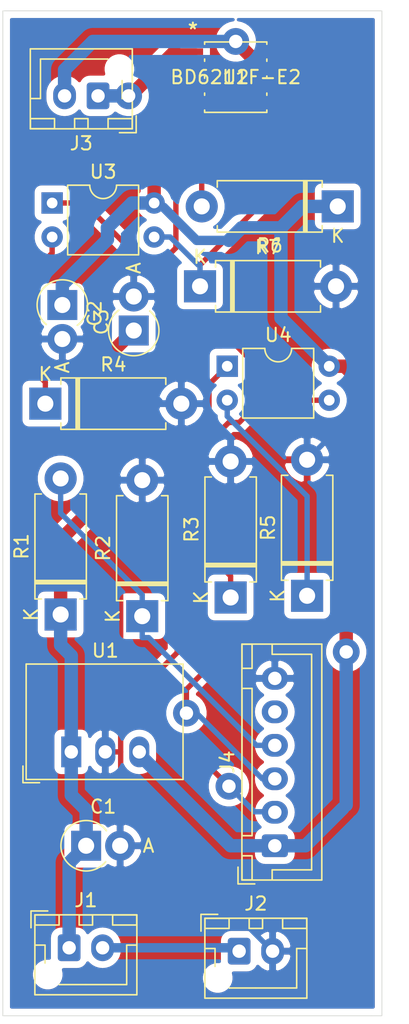
<source format=kicad_pcb>
(kicad_pcb (version 20171130) (host pcbnew "(5.1.10)-1")

  (general
    (thickness 1.6)
    (drawings 7)
    (tracks 189)
    (zones 0)
    (modules 18)
    (nets 16)
  )

  (page A4)
  (layers
    (0 F.Cu signal)
    (31 B.Cu signal)
    (32 B.Adhes user)
    (33 F.Adhes user)
    (34 B.Paste user)
    (35 F.Paste user)
    (36 B.SilkS user)
    (37 F.SilkS user)
    (38 B.Mask user)
    (39 F.Mask user)
    (40 Dwgs.User user)
    (41 Cmts.User user)
    (42 Eco1.User user)
    (43 Eco2.User user)
    (44 Edge.Cuts user)
    (45 Margin user)
    (46 B.CrtYd user)
    (47 F.CrtYd user)
    (48 B.Fab user)
    (49 F.Fab user)
  )

  (setup
    (last_trace_width 0.5)
    (user_trace_width 0.4)
    (user_trace_width 0.5)
    (user_trace_width 0.7)
    (user_trace_width 1)
    (trace_clearance 0.2)
    (zone_clearance 0.508)
    (zone_45_only no)
    (trace_min 0.4)
    (via_size 2)
    (via_drill 1)
    (via_min_size 2)
    (via_min_drill 0.8)
    (user_via 2 1)
    (uvia_size 0.3)
    (uvia_drill 0.1)
    (uvias_allowed no)
    (uvia_min_size 0.2)
    (uvia_min_drill 0.1)
    (edge_width 0.05)
    (segment_width 0.2)
    (pcb_text_width 0.3)
    (pcb_text_size 1.5 1.5)
    (mod_edge_width 0.12)
    (mod_text_size 1 1)
    (mod_text_width 0.15)
    (pad_size 1.7 1.95)
    (pad_drill 1)
    (pad_to_mask_clearance 0)
    (aux_axis_origin 0 0)
    (visible_elements 7FFFFFFF)
    (pcbplotparams
      (layerselection 0x010fc_ffffffff)
      (usegerberextensions true)
      (usegerberattributes true)
      (usegerberadvancedattributes true)
      (creategerberjobfile true)
      (excludeedgelayer true)
      (linewidth 0.100000)
      (plotframeref false)
      (viasonmask false)
      (mode 1)
      (useauxorigin true)
      (hpglpennumber 1)
      (hpglpenspeed 20)
      (hpglpendiameter 15.000000)
      (psnegative false)
      (psa4output false)
      (plotreference true)
      (plotvalue true)
      (plotinvisibletext false)
      (padsonsilk false)
      (subtractmaskfromsilk false)
      (outputformat 1)
      (mirror false)
      (drillshape 0)
      (scaleselection 1)
      (outputdirectory "gerber_modified"))
  )

  (net 0 "")
  (net 1 GND)
  (net 2 VCC)
  (net 3 "Net-(J1-Pad2)")
  (net 4 "Net-(J3-Pad2)")
  (net 5 "Net-(J3-Pad1)")
  (net 6 "Net-(J4-Pad5)")
  (net 7 VOLT_REF)
  (net 8 DRIVER_FIN)
  (net 9 DRIVER_RIN)
  (net 10 VCC_5V)
  (net 11 "Net-(R3-Pad1)")
  (net 12 "Net-(R4-Pad1)")
  (net 13 "Net-(R5-Pad1)")
  (net 14 "Net-(R6-Pad2)")
  (net 15 "Net-(R7-Pad1)")

  (net_class Default "This is the default net class."
    (clearance 0.2)
    (trace_width 0.4)
    (via_dia 2)
    (via_drill 1)
    (uvia_dia 0.3)
    (uvia_drill 0.1)
    (diff_pair_width 0.4)
    (diff_pair_gap 0.25)
    (add_net DRIVER_FIN)
    (add_net DRIVER_RIN)
    (add_net GND)
    (add_net "Net-(J1-Pad2)")
    (add_net "Net-(J3-Pad1)")
    (add_net "Net-(J3-Pad2)")
    (add_net "Net-(J4-Pad5)")
    (add_net "Net-(R3-Pad1)")
    (add_net "Net-(R4-Pad1)")
    (add_net "Net-(R5-Pad1)")
    (add_net "Net-(R6-Pad2)")
    (add_net "Net-(R7-Pad1)")
    (add_net VCC)
    (add_net VCC_5V)
    (add_net VOLT_REF)
  )

  (module Package_DIP:DIP-4_W7.62mm (layer F.Cu) (tedit 5A02E8C5) (tstamp 6188B2CB)
    (at 65.913 48.26)
    (descr "4-lead though-hole mounted DIP package, row spacing 7.62 mm (300 mils)")
    (tags "THT DIP DIL PDIP 2.54mm 7.62mm 300mil")
    (path /6187D7CB)
    (fp_text reference U4 (at 3.81 -2.33) (layer F.SilkS)
      (effects (font (size 1 1) (thickness 0.15)))
    )
    (fp_text value TLP785 (at 3.81 4.87) (layer F.Fab)
      (effects (font (size 1 1) (thickness 0.15)))
    )
    (fp_line (start 1.635 -1.27) (end 6.985 -1.27) (layer F.Fab) (width 0.1))
    (fp_line (start 6.985 -1.27) (end 6.985 3.81) (layer F.Fab) (width 0.1))
    (fp_line (start 6.985 3.81) (end 0.635 3.81) (layer F.Fab) (width 0.1))
    (fp_line (start 0.635 3.81) (end 0.635 -0.27) (layer F.Fab) (width 0.1))
    (fp_line (start 0.635 -0.27) (end 1.635 -1.27) (layer F.Fab) (width 0.1))
    (fp_line (start 2.81 -1.33) (end 1.16 -1.33) (layer F.SilkS) (width 0.12))
    (fp_line (start 1.16 -1.33) (end 1.16 3.87) (layer F.SilkS) (width 0.12))
    (fp_line (start 1.16 3.87) (end 6.46 3.87) (layer F.SilkS) (width 0.12))
    (fp_line (start 6.46 3.87) (end 6.46 -1.33) (layer F.SilkS) (width 0.12))
    (fp_line (start 6.46 -1.33) (end 4.81 -1.33) (layer F.SilkS) (width 0.12))
    (fp_line (start -1.1 -1.55) (end -1.1 4.1) (layer F.CrtYd) (width 0.05))
    (fp_line (start -1.1 4.1) (end 8.7 4.1) (layer F.CrtYd) (width 0.05))
    (fp_line (start 8.7 4.1) (end 8.7 -1.55) (layer F.CrtYd) (width 0.05))
    (fp_line (start 8.7 -1.55) (end -1.1 -1.55) (layer F.CrtYd) (width 0.05))
    (fp_text user %R (at 3.81 1.27) (layer F.Fab)
      (effects (font (size 1 1) (thickness 0.15)))
    )
    (fp_arc (start 3.81 -1.33) (end 2.81 -1.33) (angle -180) (layer F.SilkS) (width 0.12))
    (pad 4 thru_hole oval (at 7.62 0) (size 1.6 1.6) (drill 0.8) (layers *.Cu *.Mask)
      (net 10 VCC_5V))
    (pad 2 thru_hole oval (at 0 2.54) (size 1.6 1.6) (drill 0.8) (layers *.Cu *.Mask)
      (net 13 "Net-(R5-Pad1)"))
    (pad 3 thru_hole oval (at 7.62 2.54) (size 1.6 1.6) (drill 0.8) (layers *.Cu *.Mask)
      (net 11 "Net-(R3-Pad1)"))
    (pad 1 thru_hole rect (at 0 0) (size 1.6 1.6) (drill 0.8) (layers *.Cu *.Mask)
      (net 8 DRIVER_FIN))
    (model ${KISYS3DMOD}/Package_DIP.3dshapes/DIP-4_W7.62mm.wrl
      (at (xyz 0 0 0))
      (scale (xyz 1 1 1))
      (rotate (xyz 0 0 0))
    )
  )

  (module Package_DIP:DIP-4_W7.62mm (layer F.Cu) (tedit 5A02E8C5) (tstamp 6188B2B3)
    (at 52.832 36.068)
    (descr "4-lead though-hole mounted DIP package, row spacing 7.62 mm (300 mils)")
    (tags "THT DIP DIL PDIP 2.54mm 7.62mm 300mil")
    (path /61876EAC)
    (fp_text reference U3 (at 3.81 -2.33) (layer F.SilkS)
      (effects (font (size 1 1) (thickness 0.15)))
    )
    (fp_text value TLP785 (at 3.81 4.87) (layer F.Fab)
      (effects (font (size 1 1) (thickness 0.15)))
    )
    (fp_line (start 1.635 -1.27) (end 6.985 -1.27) (layer F.Fab) (width 0.1))
    (fp_line (start 6.985 -1.27) (end 6.985 3.81) (layer F.Fab) (width 0.1))
    (fp_line (start 6.985 3.81) (end 0.635 3.81) (layer F.Fab) (width 0.1))
    (fp_line (start 0.635 3.81) (end 0.635 -0.27) (layer F.Fab) (width 0.1))
    (fp_line (start 0.635 -0.27) (end 1.635 -1.27) (layer F.Fab) (width 0.1))
    (fp_line (start 2.81 -1.33) (end 1.16 -1.33) (layer F.SilkS) (width 0.12))
    (fp_line (start 1.16 -1.33) (end 1.16 3.87) (layer F.SilkS) (width 0.12))
    (fp_line (start 1.16 3.87) (end 6.46 3.87) (layer F.SilkS) (width 0.12))
    (fp_line (start 6.46 3.87) (end 6.46 -1.33) (layer F.SilkS) (width 0.12))
    (fp_line (start 6.46 -1.33) (end 4.81 -1.33) (layer F.SilkS) (width 0.12))
    (fp_line (start -1.1 -1.55) (end -1.1 4.1) (layer F.CrtYd) (width 0.05))
    (fp_line (start -1.1 4.1) (end 8.7 4.1) (layer F.CrtYd) (width 0.05))
    (fp_line (start 8.7 4.1) (end 8.7 -1.55) (layer F.CrtYd) (width 0.05))
    (fp_line (start 8.7 -1.55) (end -1.1 -1.55) (layer F.CrtYd) (width 0.05))
    (fp_text user %R (at 3.81 1.27) (layer F.Fab)
      (effects (font (size 1 1) (thickness 0.15)))
    )
    (fp_arc (start 3.81 -1.33) (end 2.81 -1.33) (angle -180) (layer F.SilkS) (width 0.12))
    (pad 4 thru_hole oval (at 7.62 0) (size 1.6 1.6) (drill 0.8) (layers *.Cu *.Mask)
      (net 10 VCC_5V))
    (pad 2 thru_hole oval (at 0 2.54) (size 1.6 1.6) (drill 0.8) (layers *.Cu *.Mask)
      (net 12 "Net-(R4-Pad1)"))
    (pad 3 thru_hole oval (at 7.62 2.54) (size 1.6 1.6) (drill 0.8) (layers *.Cu *.Mask)
      (net 15 "Net-(R7-Pad1)"))
    (pad 1 thru_hole rect (at 0 0) (size 1.6 1.6) (drill 0.8) (layers *.Cu *.Mask)
      (net 9 DRIVER_RIN))
    (model ${KISYS3DMOD}/Package_DIP.3dshapes/DIP-4_W7.62mm.wrl
      (at (xyz 0 0 0))
      (scale (xyz 1 1 1))
      (rotate (xyz 0 0 0))
    )
  )

  (module bd6231f:BD6231F-E2 (layer F.Cu) (tedit 0) (tstamp 6188B29B)
    (at 66.548 26.67)
    (path /61877E3D)
    (fp_text reference U2 (at 0 0) (layer F.SilkS)
      (effects (font (size 1 1) (thickness 0.15)))
    )
    (fp_text value BD6211F-E2 (at 0 0) (layer F.SilkS)
      (effects (font (size 1 1) (thickness 0.15)))
    )
    (fp_line (start -2.1971 -1.6891) (end -2.1971 -2.1209) (layer F.Fab) (width 0.1))
    (fp_line (start -2.1971 -2.1209) (end -3.0988 -2.1209) (layer F.Fab) (width 0.1))
    (fp_line (start -3.0988 -2.1209) (end -3.0988 -1.6891) (layer F.Fab) (width 0.1))
    (fp_line (start -3.0988 -1.6891) (end -2.1971 -1.6891) (layer F.Fab) (width 0.1))
    (fp_line (start -2.1971 -0.4191) (end -2.1971 -0.8509) (layer F.Fab) (width 0.1))
    (fp_line (start -2.1971 -0.8509) (end -3.0988 -0.8509) (layer F.Fab) (width 0.1))
    (fp_line (start -3.0988 -0.8509) (end -3.0988 -0.4191) (layer F.Fab) (width 0.1))
    (fp_line (start -3.0988 -0.4191) (end -2.1971 -0.4191) (layer F.Fab) (width 0.1))
    (fp_line (start -2.1971 0.8509) (end -2.1971 0.4191) (layer F.Fab) (width 0.1))
    (fp_line (start -2.1971 0.4191) (end -3.0988 0.4191) (layer F.Fab) (width 0.1))
    (fp_line (start -3.0988 0.4191) (end -3.0988 0.8509) (layer F.Fab) (width 0.1))
    (fp_line (start -3.0988 0.8509) (end -2.1971 0.8509) (layer F.Fab) (width 0.1))
    (fp_line (start -2.1971 2.1209) (end -2.1971 1.6891) (layer F.Fab) (width 0.1))
    (fp_line (start -2.1971 1.6891) (end -3.0988 1.6891) (layer F.Fab) (width 0.1))
    (fp_line (start -3.0988 1.6891) (end -3.0988 2.1209) (layer F.Fab) (width 0.1))
    (fp_line (start -3.0988 2.1209) (end -2.1971 2.1209) (layer F.Fab) (width 0.1))
    (fp_line (start 2.1971 1.6891) (end 2.1971 2.1209) (layer F.Fab) (width 0.1))
    (fp_line (start 2.1971 2.1209) (end 3.0988 2.1209) (layer F.Fab) (width 0.1))
    (fp_line (start 3.0988 2.1209) (end 3.0988 1.6891) (layer F.Fab) (width 0.1))
    (fp_line (start 3.0988 1.6891) (end 2.1971 1.6891) (layer F.Fab) (width 0.1))
    (fp_line (start 2.1971 0.4191) (end 2.1971 0.8509) (layer F.Fab) (width 0.1))
    (fp_line (start 2.1971 0.8509) (end 3.0988 0.8509) (layer F.Fab) (width 0.1))
    (fp_line (start 3.0988 0.8509) (end 3.0988 0.4191) (layer F.Fab) (width 0.1))
    (fp_line (start 3.0988 0.4191) (end 2.1971 0.4191) (layer F.Fab) (width 0.1))
    (fp_line (start 2.1971 -0.8509) (end 2.1971 -0.4191) (layer F.Fab) (width 0.1))
    (fp_line (start 2.1971 -0.4191) (end 3.0988 -0.4191) (layer F.Fab) (width 0.1))
    (fp_line (start 3.0988 -0.4191) (end 3.0988 -0.8509) (layer F.Fab) (width 0.1))
    (fp_line (start 3.0988 -0.8509) (end 2.1971 -0.8509) (layer F.Fab) (width 0.1))
    (fp_line (start 2.1971 -2.1209) (end 2.1971 -1.6891) (layer F.Fab) (width 0.1))
    (fp_line (start 2.1971 -1.6891) (end 3.0988 -1.6891) (layer F.Fab) (width 0.1))
    (fp_line (start 3.0988 -1.6891) (end 3.0988 -2.1209) (layer F.Fab) (width 0.1))
    (fp_line (start 3.0988 -2.1209) (end 2.1971 -2.1209) (layer F.Fab) (width 0.1))
    (fp_line (start -2.3241 2.6289) (end 2.3241 2.6289) (layer F.SilkS) (width 0.12))
    (fp_line (start 2.3241 2.6289) (end 2.3241 2.458792) (layer F.SilkS) (width 0.12))
    (fp_line (start 2.3241 -2.6289) (end -2.3241 -2.6289) (layer F.SilkS) (width 0.12))
    (fp_line (start -2.3241 -2.6289) (end -2.3241 -2.458792) (layer F.SilkS) (width 0.12))
    (fp_line (start -2.1971 2.5019) (end 2.1971 2.5019) (layer F.Fab) (width 0.1))
    (fp_line (start 2.1971 2.5019) (end 2.1971 -2.5019) (layer F.Fab) (width 0.1))
    (fp_line (start 2.1971 -2.5019) (end -2.1971 -2.5019) (layer F.Fab) (width 0.1))
    (fp_line (start -2.1971 -2.5019) (end -2.1971 2.5019) (layer F.Fab) (width 0.1))
    (fp_line (start -2.3241 -1.351208) (end -2.3241 -1.188792) (layer F.SilkS) (width 0.12))
    (fp_line (start -2.3241 -0.081208) (end -2.3241 0.081208) (layer F.SilkS) (width 0.12))
    (fp_line (start -2.3241 1.188792) (end -2.3241 1.351208) (layer F.SilkS) (width 0.12))
    (fp_line (start -2.3241 2.458792) (end -2.3241 2.6289) (layer F.SilkS) (width 0.12))
    (fp_line (start 2.3241 1.351208) (end 2.3241 1.188792) (layer F.SilkS) (width 0.12))
    (fp_line (start 2.3241 0.081208) (end 2.3241 -0.081208) (layer F.SilkS) (width 0.12))
    (fp_line (start 2.3241 -1.188792) (end 2.3241 -1.351208) (layer F.SilkS) (width 0.12))
    (fp_line (start 2.3241 -2.458792) (end 2.3241 -2.6289) (layer F.SilkS) (width 0.12))
    (fp_line (start -3.7084 2.4003) (end -3.7084 -2.4003) (layer F.CrtYd) (width 0.05))
    (fp_line (start -3.7084 -2.4003) (end -2.4511 -2.4003) (layer F.CrtYd) (width 0.05))
    (fp_line (start -2.4511 -2.4003) (end -2.4511 -2.7559) (layer F.CrtYd) (width 0.05))
    (fp_line (start -2.4511 -2.7559) (end 2.4511 -2.7559) (layer F.CrtYd) (width 0.05))
    (fp_line (start 2.4511 -2.7559) (end 2.4511 -2.4003) (layer F.CrtYd) (width 0.05))
    (fp_line (start 2.4511 -2.4003) (end 3.7084 -2.4003) (layer F.CrtYd) (width 0.05))
    (fp_line (start 3.7084 -2.4003) (end 3.7084 2.4003) (layer F.CrtYd) (width 0.05))
    (fp_line (start 3.7084 2.4003) (end 2.4511 2.4003) (layer F.CrtYd) (width 0.05))
    (fp_line (start 2.4511 2.4003) (end 2.4511 2.7559) (layer F.CrtYd) (width 0.05))
    (fp_line (start 2.4511 2.7559) (end -2.4511 2.7559) (layer F.CrtYd) (width 0.05))
    (fp_line (start -2.4511 2.7559) (end -2.4511 2.4003) (layer F.CrtYd) (width 0.05))
    (fp_line (start -2.4511 2.4003) (end -3.7084 2.4003) (layer F.CrtYd) (width 0.05))
    (fp_arc (start 0 -2.5019) (end -0.3048 -2.5019) (angle -180) (layer F.Fab) (width 0.1))
    (fp_arc (start 0 -2.5019) (end -0.366183 -2.5019) (angle -180) (layer F.CrtYd) (width 0.05))
    (fp_text user * (at -1.8161 -2.4257) (layer F.Fab)
      (effects (font (size 1 1) (thickness 0.15)))
    )
    (fp_text user * (at -3.2004 -3.5306) (layer F.SilkS)
      (effects (font (size 1 1) (thickness 0.15)))
    )
    (fp_text user 0.04in/1.016mm (at -2.9464 4.9149) (layer Dwgs.User)
      (effects (font (size 1 1) (thickness 0.15)))
    )
    (fp_text user 0.232in/5.893mm (at 0 -4.9149) (layer Dwgs.User)
      (effects (font (size 1 1) (thickness 0.15)))
    )
    (fp_text user 0.019in/0.483mm (at 5.9944 -1.905) (layer Dwgs.User)
      (effects (font (size 1 1) (thickness 0.15)))
    )
    (fp_text user 0.05in/1.27mm (at -5.9944 -1.27) (layer Dwgs.User)
      (effects (font (size 1 1) (thickness 0.15)))
    )
    (fp_text user * (at -1.8161 -2.4257) (layer F.Fab)
      (effects (font (size 1 1) (thickness 0.15)))
    )
    (fp_text user * (at -3.2004 -3.5306) (layer F.SilkS)
      (effects (font (size 1 1) (thickness 0.15)))
    )
    (fp_text user "Copyright 2021 Accelerated Designs. All rights reserved." (at 0 0) (layer Cmts.User)
      (effects (font (size 0.127 0.127) (thickness 0.002)))
    )
    (pad 8 smd rect (at 2.9464 -1.905) (size 1.016 0.4826) (layers F.Cu F.Paste F.Mask)
      (net 1 GND))
    (pad 7 smd rect (at 2.9464 -0.635) (size 1.016 0.4826) (layers F.Cu F.Paste F.Mask)
      (net 4 "Net-(J3-Pad2)"))
    (pad 6 smd rect (at 2.9464 0.635) (size 1.016 0.4826) (layers F.Cu F.Paste F.Mask)
      (net 14 "Net-(R6-Pad2)"))
    (pad 5 smd rect (at 2.9464 1.905) (size 1.016 0.4826) (layers F.Cu F.Paste F.Mask)
      (net 15 "Net-(R7-Pad1)"))
    (pad 4 smd rect (at -2.9464 1.905) (size 1.016 0.4826) (layers F.Cu F.Paste F.Mask)
      (net 11 "Net-(R3-Pad1)"))
    (pad 3 smd rect (at -2.9464 0.635) (size 1.016 0.4826) (layers F.Cu F.Paste F.Mask)
      (net 10 VCC_5V))
    (pad 2 smd rect (at -2.9464 -0.635) (size 1.016 0.4826) (layers F.Cu F.Paste F.Mask)
      (net 10 VCC_5V))
    (pad 1 smd rect (at -2.9464 -1.905) (size 1.016 0.4826) (layers F.Cu F.Paste F.Mask)
      (net 5 "Net-(J3-Pad1)"))
  )

  (module Converter_DCDC:Converter_DCDC_RECOM_R-78E-0.5_THT (layer F.Cu) (tedit 6188A238) (tstamp 6188B248)
    (at 54.262 77.064)
    (descr "DCDC-Converter, RECOM, RECOM_R-78E-0.5, SIP-3, pitch 2.54mm, package size 11.6x8.5x10.4mm^3, https://www.recom-power.com/pdf/Innoline/R-78Exx-0.5.pdf")
    (tags "dc-dc recom buck sip-3 pitch 2.54mm")
    (path /618814B3)
    (fp_text reference U1 (at 2.54 -7.56) (layer F.SilkS)
      (effects (font (size 1 1) (thickness 0.15)))
    )
    (fp_text value M78AR05 (at 2.54 3) (layer F.Fab)
      (effects (font (size 1 1) (thickness 0.15)))
    )
    (fp_line (start -3.31 -6.5) (end 8.29 -6.5) (layer F.Fab) (width 0.1))
    (fp_line (start 8.29 -6.5) (end 8.29 2) (layer F.Fab) (width 0.1))
    (fp_line (start 8.29 2) (end -2.31 2) (layer F.Fab) (width 0.1))
    (fp_line (start -2.31 2) (end -3.31 1) (layer F.Fab) (width 0.1))
    (fp_line (start -3.31 1) (end -3.31 -6.5) (layer F.Fab) (width 0.1))
    (fp_line (start -3.371 -6.56) (end 8.35 -6.56) (layer F.SilkS) (width 0.12))
    (fp_line (start -3.371 2.06) (end 8.35 2.06) (layer F.SilkS) (width 0.12))
    (fp_line (start -3.371 -6.56) (end -3.371 2.06) (layer F.SilkS) (width 0.12))
    (fp_line (start 8.35 -6.56) (end 8.35 2.06) (layer F.SilkS) (width 0.12))
    (fp_line (start -3.611 1.06) (end -3.611 2.3) (layer F.SilkS) (width 0.12))
    (fp_line (start -3.611 2.3) (end -2.371 2.3) (layer F.SilkS) (width 0.12))
    (fp_line (start -3.57 -6.75) (end -3.57 2.25) (layer F.CrtYd) (width 0.05))
    (fp_line (start -3.57 2.25) (end 8.54 2.25) (layer F.CrtYd) (width 0.05))
    (fp_line (start 8.54 2.25) (end 8.54 -6.75) (layer F.CrtYd) (width 0.05))
    (fp_line (start 8.54 -6.75) (end -3.57 -6.75) (layer F.CrtYd) (width 0.05))
    (fp_text user %R (at 2.54 -2.25) (layer F.Fab)
      (effects (font (size 1 1) (thickness 0.15)))
    )
    (pad 3 thru_hole oval (at 5.08 0) (size 1.5 2.3) (drill 1) (layers *.Cu *.Mask)
      (net 10 VCC_5V))
    (pad 2 thru_hole oval (at 2.54 0) (size 1.5 2.3) (drill 1) (layers *.Cu *.Mask)
      (net 1 GND))
    (pad 1 thru_hole rect (at 0 0) (size 1.5 2.3) (drill 1) (layers *.Cu *.Mask)
      (net 2 VCC))
    (model ${KISYS3DMOD}/Converter_DCDC.3dshapes/Converter_DCDC_RECOM_R-78E-0.5_THT.wrl
      (at (xyz 0 0 0))
      (scale (xyz 1 1 1))
      (rotate (xyz 0 0 0))
    )
  )

  (module Diode_THT:D_DO-15_P10.16mm_Horizontal (layer F.Cu) (tedit 5AE50CD5) (tstamp 6188B231)
    (at 63.881 42.291)
    (descr "Diode, DO-15 series, Axial, Horizontal, pin pitch=10.16mm, , length*diameter=7.6*3.6mm^2, , http://www.diodes.com/_files/packages/DO-15.pdf")
    (tags "Diode DO-15 series Axial Horizontal pin pitch 10.16mm  length 7.6mm diameter 3.6mm")
    (path /618D4917)
    (fp_text reference R7 (at 5.08 -2.92) (layer F.SilkS)
      (effects (font (size 1 1) (thickness 0.15)))
    )
    (fp_text value 10k (at 5.08 2.92) (layer F.Fab)
      (effects (font (size 1 1) (thickness 0.15)))
    )
    (fp_line (start 1.28 -1.8) (end 1.28 1.8) (layer F.Fab) (width 0.1))
    (fp_line (start 1.28 1.8) (end 8.88 1.8) (layer F.Fab) (width 0.1))
    (fp_line (start 8.88 1.8) (end 8.88 -1.8) (layer F.Fab) (width 0.1))
    (fp_line (start 8.88 -1.8) (end 1.28 -1.8) (layer F.Fab) (width 0.1))
    (fp_line (start 0 0) (end 1.28 0) (layer F.Fab) (width 0.1))
    (fp_line (start 10.16 0) (end 8.88 0) (layer F.Fab) (width 0.1))
    (fp_line (start 2.42 -1.8) (end 2.42 1.8) (layer F.Fab) (width 0.1))
    (fp_line (start 2.52 -1.8) (end 2.52 1.8) (layer F.Fab) (width 0.1))
    (fp_line (start 2.32 -1.8) (end 2.32 1.8) (layer F.Fab) (width 0.1))
    (fp_line (start 1.16 -1.44) (end 1.16 -1.92) (layer F.SilkS) (width 0.12))
    (fp_line (start 1.16 -1.92) (end 9 -1.92) (layer F.SilkS) (width 0.12))
    (fp_line (start 9 -1.92) (end 9 -1.44) (layer F.SilkS) (width 0.12))
    (fp_line (start 1.16 1.44) (end 1.16 1.92) (layer F.SilkS) (width 0.12))
    (fp_line (start 1.16 1.92) (end 9 1.92) (layer F.SilkS) (width 0.12))
    (fp_line (start 9 1.92) (end 9 1.44) (layer F.SilkS) (width 0.12))
    (fp_line (start 2.42 -1.92) (end 2.42 1.92) (layer F.SilkS) (width 0.12))
    (fp_line (start 2.54 -1.92) (end 2.54 1.92) (layer F.SilkS) (width 0.12))
    (fp_line (start 2.3 -1.92) (end 2.3 1.92) (layer F.SilkS) (width 0.12))
    (fp_line (start -1.45 -2.05) (end -1.45 2.05) (layer F.CrtYd) (width 0.05))
    (fp_line (start -1.45 2.05) (end 11.61 2.05) (layer F.CrtYd) (width 0.05))
    (fp_line (start 11.61 2.05) (end 11.61 -2.05) (layer F.CrtYd) (width 0.05))
    (fp_line (start 11.61 -2.05) (end -1.45 -2.05) (layer F.CrtYd) (width 0.05))
    (fp_text user K (at 0 -2.2) (layer F.SilkS)
      (effects (font (size 1 1) (thickness 0.15)))
    )
    (fp_text user K (at 0 -2.2) (layer F.Fab)
      (effects (font (size 1 1) (thickness 0.15)))
    )
    (fp_text user %R (at 5.65 0) (layer F.Fab)
      (effects (font (size 1 1) (thickness 0.15)))
    )
    (pad 2 thru_hole oval (at 10.16 0) (size 2.4 2.4) (drill 1.2) (layers *.Cu *.Mask)
      (net 1 GND))
    (pad 1 thru_hole rect (at 0 0) (size 2.4 2.4) (drill 1.2) (layers *.Cu *.Mask)
      (net 15 "Net-(R7-Pad1)"))
    (model ${KISYS3DMOD}/Diode_THT.3dshapes/D_DO-15_P10.16mm_Horizontal.wrl
      (at (xyz 0 0 0))
      (scale (xyz 1 1 1))
      (rotate (xyz 0 0 0))
    )
  )

  (module Diode_THT:D_DO-15_P10.16mm_Horizontal (layer F.Cu) (tedit 5AE50CD5) (tstamp 6188B212)
    (at 74.168 36.322 180)
    (descr "Diode, DO-15 series, Axial, Horizontal, pin pitch=10.16mm, , length*diameter=7.6*3.6mm^2, , http://www.diodes.com/_files/packages/DO-15.pdf")
    (tags "Diode DO-15 series Axial Horizontal pin pitch 10.16mm  length 7.6mm diameter 3.6mm")
    (path /6189933B)
    (fp_text reference R6 (at 5.08 -2.92) (layer F.SilkS)
      (effects (font (size 1 1) (thickness 0.15)))
    )
    (fp_text value 10k (at 5.08 2.92) (layer F.Fab)
      (effects (font (size 1 1) (thickness 0.15)))
    )
    (fp_line (start 1.28 -1.8) (end 1.28 1.8) (layer F.Fab) (width 0.1))
    (fp_line (start 1.28 1.8) (end 8.88 1.8) (layer F.Fab) (width 0.1))
    (fp_line (start 8.88 1.8) (end 8.88 -1.8) (layer F.Fab) (width 0.1))
    (fp_line (start 8.88 -1.8) (end 1.28 -1.8) (layer F.Fab) (width 0.1))
    (fp_line (start 0 0) (end 1.28 0) (layer F.Fab) (width 0.1))
    (fp_line (start 10.16 0) (end 8.88 0) (layer F.Fab) (width 0.1))
    (fp_line (start 2.42 -1.8) (end 2.42 1.8) (layer F.Fab) (width 0.1))
    (fp_line (start 2.52 -1.8) (end 2.52 1.8) (layer F.Fab) (width 0.1))
    (fp_line (start 2.32 -1.8) (end 2.32 1.8) (layer F.Fab) (width 0.1))
    (fp_line (start 1.16 -1.44) (end 1.16 -1.92) (layer F.SilkS) (width 0.12))
    (fp_line (start 1.16 -1.92) (end 9 -1.92) (layer F.SilkS) (width 0.12))
    (fp_line (start 9 -1.92) (end 9 -1.44) (layer F.SilkS) (width 0.12))
    (fp_line (start 1.16 1.44) (end 1.16 1.92) (layer F.SilkS) (width 0.12))
    (fp_line (start 1.16 1.92) (end 9 1.92) (layer F.SilkS) (width 0.12))
    (fp_line (start 9 1.92) (end 9 1.44) (layer F.SilkS) (width 0.12))
    (fp_line (start 2.42 -1.92) (end 2.42 1.92) (layer F.SilkS) (width 0.12))
    (fp_line (start 2.54 -1.92) (end 2.54 1.92) (layer F.SilkS) (width 0.12))
    (fp_line (start 2.3 -1.92) (end 2.3 1.92) (layer F.SilkS) (width 0.12))
    (fp_line (start -1.45 -2.05) (end -1.45 2.05) (layer F.CrtYd) (width 0.05))
    (fp_line (start -1.45 2.05) (end 11.61 2.05) (layer F.CrtYd) (width 0.05))
    (fp_line (start 11.61 2.05) (end 11.61 -2.05) (layer F.CrtYd) (width 0.05))
    (fp_line (start 11.61 -2.05) (end -1.45 -2.05) (layer F.CrtYd) (width 0.05))
    (fp_text user K (at 0 -2.2) (layer F.SilkS)
      (effects (font (size 1 1) (thickness 0.15)))
    )
    (fp_text user K (at 0 -2.2) (layer F.Fab)
      (effects (font (size 1 1) (thickness 0.15)))
    )
    (fp_text user %R (at 5.65 0) (layer F.Fab)
      (effects (font (size 1 1) (thickness 0.15)))
    )
    (pad 2 thru_hole oval (at 10.16 0 180) (size 2.4 2.4) (drill 1.2) (layers *.Cu *.Mask)
      (net 14 "Net-(R6-Pad2)"))
    (pad 1 thru_hole rect (at 0 0 180) (size 2.4 2.4) (drill 1.2) (layers *.Cu *.Mask)
      (net 10 VCC_5V))
    (model ${KISYS3DMOD}/Diode_THT.3dshapes/D_DO-15_P10.16mm_Horizontal.wrl
      (at (xyz 0 0 0))
      (scale (xyz 1 1 1))
      (rotate (xyz 0 0 0))
    )
  )

  (module Diode_THT:D_DO-15_P10.16mm_Horizontal (layer F.Cu) (tedit 5AE50CD5) (tstamp 6188B1F3)
    (at 71.882 65.405 90)
    (descr "Diode, DO-15 series, Axial, Horizontal, pin pitch=10.16mm, , length*diameter=7.6*3.6mm^2, , http://www.diodes.com/_files/packages/DO-15.pdf")
    (tags "Diode DO-15 series Axial Horizontal pin pitch 10.16mm  length 7.6mm diameter 3.6mm")
    (path /6187F733)
    (fp_text reference R5 (at 5.08 -2.92 90) (layer F.SilkS)
      (effects (font (size 1 1) (thickness 0.15)))
    )
    (fp_text value 120 (at 5.08 2.92 90) (layer F.Fab)
      (effects (font (size 1 1) (thickness 0.15)))
    )
    (fp_line (start 1.28 -1.8) (end 1.28 1.8) (layer F.Fab) (width 0.1))
    (fp_line (start 1.28 1.8) (end 8.88 1.8) (layer F.Fab) (width 0.1))
    (fp_line (start 8.88 1.8) (end 8.88 -1.8) (layer F.Fab) (width 0.1))
    (fp_line (start 8.88 -1.8) (end 1.28 -1.8) (layer F.Fab) (width 0.1))
    (fp_line (start 0 0) (end 1.28 0) (layer F.Fab) (width 0.1))
    (fp_line (start 10.16 0) (end 8.88 0) (layer F.Fab) (width 0.1))
    (fp_line (start 2.42 -1.8) (end 2.42 1.8) (layer F.Fab) (width 0.1))
    (fp_line (start 2.52 -1.8) (end 2.52 1.8) (layer F.Fab) (width 0.1))
    (fp_line (start 2.32 -1.8) (end 2.32 1.8) (layer F.Fab) (width 0.1))
    (fp_line (start 1.16 -1.44) (end 1.16 -1.92) (layer F.SilkS) (width 0.12))
    (fp_line (start 1.16 -1.92) (end 9 -1.92) (layer F.SilkS) (width 0.12))
    (fp_line (start 9 -1.92) (end 9 -1.44) (layer F.SilkS) (width 0.12))
    (fp_line (start 1.16 1.44) (end 1.16 1.92) (layer F.SilkS) (width 0.12))
    (fp_line (start 1.16 1.92) (end 9 1.92) (layer F.SilkS) (width 0.12))
    (fp_line (start 9 1.92) (end 9 1.44) (layer F.SilkS) (width 0.12))
    (fp_line (start 2.42 -1.92) (end 2.42 1.92) (layer F.SilkS) (width 0.12))
    (fp_line (start 2.54 -1.92) (end 2.54 1.92) (layer F.SilkS) (width 0.12))
    (fp_line (start 2.3 -1.92) (end 2.3 1.92) (layer F.SilkS) (width 0.12))
    (fp_line (start -1.45 -2.05) (end -1.45 2.05) (layer F.CrtYd) (width 0.05))
    (fp_line (start -1.45 2.05) (end 11.61 2.05) (layer F.CrtYd) (width 0.05))
    (fp_line (start 11.61 2.05) (end 11.61 -2.05) (layer F.CrtYd) (width 0.05))
    (fp_line (start 11.61 -2.05) (end -1.45 -2.05) (layer F.CrtYd) (width 0.05))
    (fp_text user K (at 0 -2.2 90) (layer F.SilkS)
      (effects (font (size 1 1) (thickness 0.15)))
    )
    (fp_text user K (at 0 -2.2 90) (layer F.Fab)
      (effects (font (size 1 1) (thickness 0.15)))
    )
    (fp_text user %R (at 5.65 0 90) (layer F.Fab)
      (effects (font (size 1 1) (thickness 0.15)))
    )
    (pad 2 thru_hole oval (at 10.16 0 90) (size 2.4 2.4) (drill 1.2) (layers *.Cu *.Mask)
      (net 1 GND))
    (pad 1 thru_hole rect (at 0 0 90) (size 2.4 2.4) (drill 1.2) (layers *.Cu *.Mask)
      (net 13 "Net-(R5-Pad1)"))
    (model ${KISYS3DMOD}/Diode_THT.3dshapes/D_DO-15_P10.16mm_Horizontal.wrl
      (at (xyz 0 0 0))
      (scale (xyz 1 1 1))
      (rotate (xyz 0 0 0))
    )
  )

  (module Diode_THT:D_DO-15_P10.16mm_Horizontal (layer F.Cu) (tedit 5AE50CD5) (tstamp 6188B1D4)
    (at 52.324 51.054)
    (descr "Diode, DO-15 series, Axial, Horizontal, pin pitch=10.16mm, , length*diameter=7.6*3.6mm^2, , http://www.diodes.com/_files/packages/DO-15.pdf")
    (tags "Diode DO-15 series Axial Horizontal pin pitch 10.16mm  length 7.6mm diameter 3.6mm")
    (path /6187B2B9)
    (fp_text reference R4 (at 5.08 -2.92) (layer F.SilkS)
      (effects (font (size 1 1) (thickness 0.15)))
    )
    (fp_text value 120 (at 5.08 2.92) (layer F.Fab)
      (effects (font (size 1 1) (thickness 0.15)))
    )
    (fp_line (start 1.28 -1.8) (end 1.28 1.8) (layer F.Fab) (width 0.1))
    (fp_line (start 1.28 1.8) (end 8.88 1.8) (layer F.Fab) (width 0.1))
    (fp_line (start 8.88 1.8) (end 8.88 -1.8) (layer F.Fab) (width 0.1))
    (fp_line (start 8.88 -1.8) (end 1.28 -1.8) (layer F.Fab) (width 0.1))
    (fp_line (start 0 0) (end 1.28 0) (layer F.Fab) (width 0.1))
    (fp_line (start 10.16 0) (end 8.88 0) (layer F.Fab) (width 0.1))
    (fp_line (start 2.42 -1.8) (end 2.42 1.8) (layer F.Fab) (width 0.1))
    (fp_line (start 2.52 -1.8) (end 2.52 1.8) (layer F.Fab) (width 0.1))
    (fp_line (start 2.32 -1.8) (end 2.32 1.8) (layer F.Fab) (width 0.1))
    (fp_line (start 1.16 -1.44) (end 1.16 -1.92) (layer F.SilkS) (width 0.12))
    (fp_line (start 1.16 -1.92) (end 9 -1.92) (layer F.SilkS) (width 0.12))
    (fp_line (start 9 -1.92) (end 9 -1.44) (layer F.SilkS) (width 0.12))
    (fp_line (start 1.16 1.44) (end 1.16 1.92) (layer F.SilkS) (width 0.12))
    (fp_line (start 1.16 1.92) (end 9 1.92) (layer F.SilkS) (width 0.12))
    (fp_line (start 9 1.92) (end 9 1.44) (layer F.SilkS) (width 0.12))
    (fp_line (start 2.42 -1.92) (end 2.42 1.92) (layer F.SilkS) (width 0.12))
    (fp_line (start 2.54 -1.92) (end 2.54 1.92) (layer F.SilkS) (width 0.12))
    (fp_line (start 2.3 -1.92) (end 2.3 1.92) (layer F.SilkS) (width 0.12))
    (fp_line (start -1.45 -2.05) (end -1.45 2.05) (layer F.CrtYd) (width 0.05))
    (fp_line (start -1.45 2.05) (end 11.61 2.05) (layer F.CrtYd) (width 0.05))
    (fp_line (start 11.61 2.05) (end 11.61 -2.05) (layer F.CrtYd) (width 0.05))
    (fp_line (start 11.61 -2.05) (end -1.45 -2.05) (layer F.CrtYd) (width 0.05))
    (fp_text user K (at 0 -2.2) (layer F.SilkS)
      (effects (font (size 1 1) (thickness 0.15)))
    )
    (fp_text user K (at 0 -2.2) (layer F.Fab)
      (effects (font (size 1 1) (thickness 0.15)))
    )
    (fp_text user %R (at 5.65 0) (layer F.Fab)
      (effects (font (size 1 1) (thickness 0.15)))
    )
    (pad 2 thru_hole oval (at 10.16 0) (size 2.4 2.4) (drill 1.2) (layers *.Cu *.Mask)
      (net 1 GND))
    (pad 1 thru_hole rect (at 0 0) (size 2.4 2.4) (drill 1.2) (layers *.Cu *.Mask)
      (net 12 "Net-(R4-Pad1)"))
    (model ${KISYS3DMOD}/Diode_THT.3dshapes/D_DO-15_P10.16mm_Horizontal.wrl
      (at (xyz 0 0 0))
      (scale (xyz 1 1 1))
      (rotate (xyz 0 0 0))
    )
  )

  (module Diode_THT:D_DO-15_P10.16mm_Horizontal (layer F.Cu) (tedit 5AE50CD5) (tstamp 6188B1B5)
    (at 66.167 65.532 90)
    (descr "Diode, DO-15 series, Axial, Horizontal, pin pitch=10.16mm, , length*diameter=7.6*3.6mm^2, , http://www.diodes.com/_files/packages/DO-15.pdf")
    (tags "Diode DO-15 series Axial Horizontal pin pitch 10.16mm  length 7.6mm diameter 3.6mm")
    (path /61897BB4)
    (fp_text reference R3 (at 5.08 -2.92 90) (layer F.SilkS)
      (effects (font (size 1 1) (thickness 0.15)))
    )
    (fp_text value 10k (at 5.08 2.92 90) (layer F.Fab)
      (effects (font (size 1 1) (thickness 0.15)))
    )
    (fp_line (start 1.28 -1.8) (end 1.28 1.8) (layer F.Fab) (width 0.1))
    (fp_line (start 1.28 1.8) (end 8.88 1.8) (layer F.Fab) (width 0.1))
    (fp_line (start 8.88 1.8) (end 8.88 -1.8) (layer F.Fab) (width 0.1))
    (fp_line (start 8.88 -1.8) (end 1.28 -1.8) (layer F.Fab) (width 0.1))
    (fp_line (start 0 0) (end 1.28 0) (layer F.Fab) (width 0.1))
    (fp_line (start 10.16 0) (end 8.88 0) (layer F.Fab) (width 0.1))
    (fp_line (start 2.42 -1.8) (end 2.42 1.8) (layer F.Fab) (width 0.1))
    (fp_line (start 2.52 -1.8) (end 2.52 1.8) (layer F.Fab) (width 0.1))
    (fp_line (start 2.32 -1.8) (end 2.32 1.8) (layer F.Fab) (width 0.1))
    (fp_line (start 1.16 -1.44) (end 1.16 -1.92) (layer F.SilkS) (width 0.12))
    (fp_line (start 1.16 -1.92) (end 9 -1.92) (layer F.SilkS) (width 0.12))
    (fp_line (start 9 -1.92) (end 9 -1.44) (layer F.SilkS) (width 0.12))
    (fp_line (start 1.16 1.44) (end 1.16 1.92) (layer F.SilkS) (width 0.12))
    (fp_line (start 1.16 1.92) (end 9 1.92) (layer F.SilkS) (width 0.12))
    (fp_line (start 9 1.92) (end 9 1.44) (layer F.SilkS) (width 0.12))
    (fp_line (start 2.42 -1.92) (end 2.42 1.92) (layer F.SilkS) (width 0.12))
    (fp_line (start 2.54 -1.92) (end 2.54 1.92) (layer F.SilkS) (width 0.12))
    (fp_line (start 2.3 -1.92) (end 2.3 1.92) (layer F.SilkS) (width 0.12))
    (fp_line (start -1.45 -2.05) (end -1.45 2.05) (layer F.CrtYd) (width 0.05))
    (fp_line (start -1.45 2.05) (end 11.61 2.05) (layer F.CrtYd) (width 0.05))
    (fp_line (start 11.61 2.05) (end 11.61 -2.05) (layer F.CrtYd) (width 0.05))
    (fp_line (start 11.61 -2.05) (end -1.45 -2.05) (layer F.CrtYd) (width 0.05))
    (fp_text user K (at 0 -2.2 90) (layer F.SilkS)
      (effects (font (size 1 1) (thickness 0.15)))
    )
    (fp_text user K (at 0 -2.2 90) (layer F.Fab)
      (effects (font (size 1 1) (thickness 0.15)))
    )
    (fp_text user %R (at 5.65 0 90) (layer F.Fab)
      (effects (font (size 1 1) (thickness 0.15)))
    )
    (pad 2 thru_hole oval (at 10.16 0 90) (size 2.4 2.4) (drill 1.2) (layers *.Cu *.Mask)
      (net 1 GND))
    (pad 1 thru_hole rect (at 0 0 90) (size 2.4 2.4) (drill 1.2) (layers *.Cu *.Mask)
      (net 11 "Net-(R3-Pad1)"))
    (model ${KISYS3DMOD}/Diode_THT.3dshapes/D_DO-15_P10.16mm_Horizontal.wrl
      (at (xyz 0 0 0))
      (scale (xyz 1 1 1))
      (rotate (xyz 0 0 0))
    )
  )

  (module Diode_THT:D_DO-15_P10.16mm_Horizontal (layer F.Cu) (tedit 5AE50CD5) (tstamp 6188B196)
    (at 59.563 66.929 90)
    (descr "Diode, DO-15 series, Axial, Horizontal, pin pitch=10.16mm, , length*diameter=7.6*3.6mm^2, , http://www.diodes.com/_files/packages/DO-15.pdf")
    (tags "Diode DO-15 series Axial Horizontal pin pitch 10.16mm  length 7.6mm diameter 3.6mm")
    (path /618B3574)
    (fp_text reference R2 (at 5.08 -2.92 90) (layer F.SilkS)
      (effects (font (size 1 1) (thickness 0.15)))
    )
    (fp_text value 6.8k (at 5.08 2.92 90) (layer F.Fab)
      (effects (font (size 1 1) (thickness 0.15)))
    )
    (fp_line (start 1.28 -1.8) (end 1.28 1.8) (layer F.Fab) (width 0.1))
    (fp_line (start 1.28 1.8) (end 8.88 1.8) (layer F.Fab) (width 0.1))
    (fp_line (start 8.88 1.8) (end 8.88 -1.8) (layer F.Fab) (width 0.1))
    (fp_line (start 8.88 -1.8) (end 1.28 -1.8) (layer F.Fab) (width 0.1))
    (fp_line (start 0 0) (end 1.28 0) (layer F.Fab) (width 0.1))
    (fp_line (start 10.16 0) (end 8.88 0) (layer F.Fab) (width 0.1))
    (fp_line (start 2.42 -1.8) (end 2.42 1.8) (layer F.Fab) (width 0.1))
    (fp_line (start 2.52 -1.8) (end 2.52 1.8) (layer F.Fab) (width 0.1))
    (fp_line (start 2.32 -1.8) (end 2.32 1.8) (layer F.Fab) (width 0.1))
    (fp_line (start 1.16 -1.44) (end 1.16 -1.92) (layer F.SilkS) (width 0.12))
    (fp_line (start 1.16 -1.92) (end 9 -1.92) (layer F.SilkS) (width 0.12))
    (fp_line (start 9 -1.92) (end 9 -1.44) (layer F.SilkS) (width 0.12))
    (fp_line (start 1.16 1.44) (end 1.16 1.92) (layer F.SilkS) (width 0.12))
    (fp_line (start 1.16 1.92) (end 9 1.92) (layer F.SilkS) (width 0.12))
    (fp_line (start 9 1.92) (end 9 1.44) (layer F.SilkS) (width 0.12))
    (fp_line (start 2.42 -1.92) (end 2.42 1.92) (layer F.SilkS) (width 0.12))
    (fp_line (start 2.54 -1.92) (end 2.54 1.92) (layer F.SilkS) (width 0.12))
    (fp_line (start 2.3 -1.92) (end 2.3 1.92) (layer F.SilkS) (width 0.12))
    (fp_line (start -1.45 -2.05) (end -1.45 2.05) (layer F.CrtYd) (width 0.05))
    (fp_line (start -1.45 2.05) (end 11.61 2.05) (layer F.CrtYd) (width 0.05))
    (fp_line (start 11.61 2.05) (end 11.61 -2.05) (layer F.CrtYd) (width 0.05))
    (fp_line (start 11.61 -2.05) (end -1.45 -2.05) (layer F.CrtYd) (width 0.05))
    (fp_text user K (at 0 -2.2 90) (layer F.SilkS)
      (effects (font (size 1 1) (thickness 0.15)))
    )
    (fp_text user K (at 0 -2.2 90) (layer F.Fab)
      (effects (font (size 1 1) (thickness 0.15)))
    )
    (fp_text user %R (at 5.65 0 90) (layer F.Fab)
      (effects (font (size 1 1) (thickness 0.15)))
    )
    (pad 2 thru_hole oval (at 10.16 0 90) (size 2.4 2.4) (drill 1.2) (layers *.Cu *.Mask)
      (net 1 GND))
    (pad 1 thru_hole rect (at 0 0 90) (size 2.4 2.4) (drill 1.2) (layers *.Cu *.Mask)
      (net 7 VOLT_REF))
    (model ${KISYS3DMOD}/Diode_THT.3dshapes/D_DO-15_P10.16mm_Horizontal.wrl
      (at (xyz 0 0 0))
      (scale (xyz 1 1 1))
      (rotate (xyz 0 0 0))
    )
  )

  (module Diode_THT:D_DO-15_P10.16mm_Horizontal (layer F.Cu) (tedit 5AE50CD5) (tstamp 6188B177)
    (at 53.467 66.802 90)
    (descr "Diode, DO-15 series, Axial, Horizontal, pin pitch=10.16mm, , length*diameter=7.6*3.6mm^2, , http://www.diodes.com/_files/packages/DO-15.pdf")
    (tags "Diode DO-15 series Axial Horizontal pin pitch 10.16mm  length 7.6mm diameter 3.6mm")
    (path /618B1C0F)
    (fp_text reference R1 (at 5.08 -2.92 90) (layer F.SilkS)
      (effects (font (size 1 1) (thickness 0.15)))
    )
    (fp_text value 3.3k (at 5.08 2.92 90) (layer F.Fab)
      (effects (font (size 1 1) (thickness 0.15)))
    )
    (fp_line (start 1.28 -1.8) (end 1.28 1.8) (layer F.Fab) (width 0.1))
    (fp_line (start 1.28 1.8) (end 8.88 1.8) (layer F.Fab) (width 0.1))
    (fp_line (start 8.88 1.8) (end 8.88 -1.8) (layer F.Fab) (width 0.1))
    (fp_line (start 8.88 -1.8) (end 1.28 -1.8) (layer F.Fab) (width 0.1))
    (fp_line (start 0 0) (end 1.28 0) (layer F.Fab) (width 0.1))
    (fp_line (start 10.16 0) (end 8.88 0) (layer F.Fab) (width 0.1))
    (fp_line (start 2.42 -1.8) (end 2.42 1.8) (layer F.Fab) (width 0.1))
    (fp_line (start 2.52 -1.8) (end 2.52 1.8) (layer F.Fab) (width 0.1))
    (fp_line (start 2.32 -1.8) (end 2.32 1.8) (layer F.Fab) (width 0.1))
    (fp_line (start 1.16 -1.44) (end 1.16 -1.92) (layer F.SilkS) (width 0.12))
    (fp_line (start 1.16 -1.92) (end 9 -1.92) (layer F.SilkS) (width 0.12))
    (fp_line (start 9 -1.92) (end 9 -1.44) (layer F.SilkS) (width 0.12))
    (fp_line (start 1.16 1.44) (end 1.16 1.92) (layer F.SilkS) (width 0.12))
    (fp_line (start 1.16 1.92) (end 9 1.92) (layer F.SilkS) (width 0.12))
    (fp_line (start 9 1.92) (end 9 1.44) (layer F.SilkS) (width 0.12))
    (fp_line (start 2.42 -1.92) (end 2.42 1.92) (layer F.SilkS) (width 0.12))
    (fp_line (start 2.54 -1.92) (end 2.54 1.92) (layer F.SilkS) (width 0.12))
    (fp_line (start 2.3 -1.92) (end 2.3 1.92) (layer F.SilkS) (width 0.12))
    (fp_line (start -1.45 -2.05) (end -1.45 2.05) (layer F.CrtYd) (width 0.05))
    (fp_line (start -1.45 2.05) (end 11.61 2.05) (layer F.CrtYd) (width 0.05))
    (fp_line (start 11.61 2.05) (end 11.61 -2.05) (layer F.CrtYd) (width 0.05))
    (fp_line (start 11.61 -2.05) (end -1.45 -2.05) (layer F.CrtYd) (width 0.05))
    (fp_text user K (at 0 -2.2 90) (layer F.SilkS)
      (effects (font (size 1 1) (thickness 0.15)))
    )
    (fp_text user K (at 0 -2.2 90) (layer F.Fab)
      (effects (font (size 1 1) (thickness 0.15)))
    )
    (fp_text user %R (at 5.65 0 90) (layer F.Fab)
      (effects (font (size 1 1) (thickness 0.15)))
    )
    (pad 2 thru_hole oval (at 10.16 0 90) (size 2.4 2.4) (drill 1.2) (layers *.Cu *.Mask)
      (net 7 VOLT_REF))
    (pad 1 thru_hole rect (at 0 0 90) (size 2.4 2.4) (drill 1.2) (layers *.Cu *.Mask)
      (net 2 VCC))
    (model ${KISYS3DMOD}/Diode_THT.3dshapes/D_DO-15_P10.16mm_Horizontal.wrl
      (at (xyz 0 0 0))
      (scale (xyz 1 1 1))
      (rotate (xyz 0 0 0))
    )
  )

  (module Connector_JST:JST_XH_B6B-XH-A_1x06_P2.50mm_Vertical (layer F.Cu) (tedit 6191F44A) (tstamp 6188B158)
    (at 69.469 84.074 90)
    (descr "JST XH series connector, B6B-XH-A (http://www.jst-mfg.com/product/pdf/eng/eXH.pdf), generated with kicad-footprint-generator")
    (tags "connector JST XH vertical")
    (path /618ACA44)
    (fp_text reference J4 (at 6.25 -3.55 90) (layer F.SilkS)
      (effects (font (size 1 1) (thickness 0.15)))
    )
    (fp_text value Raspberry_Pi_GPIOs (at 6.25 4.6 90) (layer F.Fab)
      (effects (font (size 1 1) (thickness 0.15)))
    )
    (fp_line (start -2.45 -2.35) (end -2.45 3.4) (layer F.Fab) (width 0.1))
    (fp_line (start -2.45 3.4) (end 14.95 3.4) (layer F.Fab) (width 0.1))
    (fp_line (start 14.95 3.4) (end 14.95 -2.35) (layer F.Fab) (width 0.1))
    (fp_line (start 14.95 -2.35) (end -2.45 -2.35) (layer F.Fab) (width 0.1))
    (fp_line (start -2.56 -2.46) (end -2.56 3.51) (layer F.SilkS) (width 0.12))
    (fp_line (start -2.56 3.51) (end 15.06 3.51) (layer F.SilkS) (width 0.12))
    (fp_line (start 15.06 3.51) (end 15.06 -2.46) (layer F.SilkS) (width 0.12))
    (fp_line (start 15.06 -2.46) (end -2.56 -2.46) (layer F.SilkS) (width 0.12))
    (fp_line (start -2.95 -2.85) (end -2.95 3.9) (layer F.CrtYd) (width 0.05))
    (fp_line (start -2.95 3.9) (end 15.45 3.9) (layer F.CrtYd) (width 0.05))
    (fp_line (start 15.45 3.9) (end 15.45 -2.85) (layer F.CrtYd) (width 0.05))
    (fp_line (start 15.45 -2.85) (end -2.95 -2.85) (layer F.CrtYd) (width 0.05))
    (fp_line (start -0.625 -2.35) (end 0 -1.35) (layer F.Fab) (width 0.1))
    (fp_line (start 0 -1.35) (end 0.625 -2.35) (layer F.Fab) (width 0.1))
    (fp_line (start 0.75 -2.45) (end 0.75 -1.7) (layer F.SilkS) (width 0.12))
    (fp_line (start 0.75 -1.7) (end 11.75 -1.7) (layer F.SilkS) (width 0.12))
    (fp_line (start 11.75 -1.7) (end 11.75 -2.45) (layer F.SilkS) (width 0.12))
    (fp_line (start 11.75 -2.45) (end 0.75 -2.45) (layer F.SilkS) (width 0.12))
    (fp_line (start -2.55 -2.45) (end -2.55 -1.7) (layer F.SilkS) (width 0.12))
    (fp_line (start -2.55 -1.7) (end -0.75 -1.7) (layer F.SilkS) (width 0.12))
    (fp_line (start -0.75 -1.7) (end -0.75 -2.45) (layer F.SilkS) (width 0.12))
    (fp_line (start -0.75 -2.45) (end -2.55 -2.45) (layer F.SilkS) (width 0.12))
    (fp_line (start 13.25 -2.45) (end 13.25 -1.7) (layer F.SilkS) (width 0.12))
    (fp_line (start 13.25 -1.7) (end 15.05 -1.7) (layer F.SilkS) (width 0.12))
    (fp_line (start 15.05 -1.7) (end 15.05 -2.45) (layer F.SilkS) (width 0.12))
    (fp_line (start 15.05 -2.45) (end 13.25 -2.45) (layer F.SilkS) (width 0.12))
    (fp_line (start -2.55 -0.2) (end -1.8 -0.2) (layer F.SilkS) (width 0.12))
    (fp_line (start -1.8 -0.2) (end -1.8 2.75) (layer F.SilkS) (width 0.12))
    (fp_line (start -1.8 2.75) (end 6.25 2.75) (layer F.SilkS) (width 0.12))
    (fp_line (start 15.05 -0.2) (end 14.3 -0.2) (layer F.SilkS) (width 0.12))
    (fp_line (start 14.3 -0.2) (end 14.3 2.75) (layer F.SilkS) (width 0.12))
    (fp_line (start 14.3 2.75) (end 6.25 2.75) (layer F.SilkS) (width 0.12))
    (fp_line (start -1.6 -2.75) (end -2.85 -2.75) (layer F.SilkS) (width 0.12))
    (fp_line (start -2.85 -2.75) (end -2.85 -1.5) (layer F.SilkS) (width 0.12))
    (fp_text user %R (at 6.25 2.7 90) (layer F.Fab)
      (effects (font (size 1 1) (thickness 0.15)))
    )
    (pad 6 thru_hole oval (at 12.5 0 90) (size 1.7 1.95) (drill 1) (layers *.Cu *.Mask)
      (net 1 GND))
    (pad 5 thru_hole oval (at 10 0 90) (size 1.7 1.95) (drill 1) (layers *.Cu *.Mask)
      (net 6 "Net-(J4-Pad5)"))
    (pad 4 thru_hole oval (at 7.5 0 90) (size 1.7 1.95) (drill 1) (layers *.Cu *.Mask)
      (net 7 VOLT_REF))
    (pad 3 thru_hole oval (at 5 0 90) (size 1.7 1.95) (drill 1) (layers *.Cu *.Mask)
      (net 8 DRIVER_FIN))
    (pad 2 thru_hole oval (at 2.5 0 90) (size 1.7 1.95) (drill 1) (layers *.Cu *.Mask)
      (net 9 DRIVER_RIN))
    (pad 1 thru_hole roundrect (at 0 0 90) (size 1.7 1.95) (drill 1) (layers *.Cu *.Mask) (roundrect_rratio 0.147)
      (net 10 VCC_5V))
    (model ${KISYS3DMOD}/Connector_JST.3dshapes/JST_XH_B6B-XH-A_1x06_P2.50mm_Vertical.wrl
      (at (xyz 0 0 0))
      (scale (xyz 1 1 1))
      (rotate (xyz 0 0 0))
    )
  )

  (module Connector_JST:JST_XH_B2B-XH-AM_1x02_P2.50mm_Vertical (layer F.Cu) (tedit 5C28146E) (tstamp 6188B12B)
    (at 56.261 28.067 180)
    (descr "JST XH series connector, B2B-XH-AM, with boss (http://www.jst-mfg.com/product/pdf/eng/eXH.pdf), generated with kicad-footprint-generator")
    (tags "connector JST XH vertical boss")
    (path /6188BACB)
    (fp_text reference J3 (at 1.25 -3.55) (layer F.SilkS)
      (effects (font (size 1 1) (thickness 0.15)))
    )
    (fp_text value CON_TO_MOTOR (at 1.25 4.6) (layer F.Fab)
      (effects (font (size 1 1) (thickness 0.15)))
    )
    (fp_line (start -2.45 -2.35) (end -2.45 3.4) (layer F.Fab) (width 0.1))
    (fp_line (start -2.45 3.4) (end 4.95 3.4) (layer F.Fab) (width 0.1))
    (fp_line (start 4.95 3.4) (end 4.95 -2.35) (layer F.Fab) (width 0.1))
    (fp_line (start 4.95 -2.35) (end -2.45 -2.35) (layer F.Fab) (width 0.1))
    (fp_line (start -2.56 -2.46) (end -2.56 3.51) (layer F.SilkS) (width 0.12))
    (fp_line (start -2.56 3.51) (end 5.06 3.51) (layer F.SilkS) (width 0.12))
    (fp_line (start 5.06 3.51) (end 5.06 -2.46) (layer F.SilkS) (width 0.12))
    (fp_line (start 5.06 -2.46) (end -2.56 -2.46) (layer F.SilkS) (width 0.12))
    (fp_line (start -2.95 -2.85) (end -2.95 3.9) (layer F.CrtYd) (width 0.05))
    (fp_line (start -2.95 3.9) (end 5.45 3.9) (layer F.CrtYd) (width 0.05))
    (fp_line (start 5.45 3.9) (end 5.45 -2.85) (layer F.CrtYd) (width 0.05))
    (fp_line (start 5.45 -2.85) (end -2.95 -2.85) (layer F.CrtYd) (width 0.05))
    (fp_line (start -0.625 -2.35) (end 0 -1.35) (layer F.Fab) (width 0.1))
    (fp_line (start 0 -1.35) (end 0.625 -2.35) (layer F.Fab) (width 0.1))
    (fp_line (start 0.75 -2.45) (end 0.75 -1.7) (layer F.SilkS) (width 0.12))
    (fp_line (start 0.75 -1.7) (end 1.75 -1.7) (layer F.SilkS) (width 0.12))
    (fp_line (start 1.75 -1.7) (end 1.75 -2.45) (layer F.SilkS) (width 0.12))
    (fp_line (start 1.75 -2.45) (end 0.75 -2.45) (layer F.SilkS) (width 0.12))
    (fp_line (start -2.55 -2.45) (end -2.55 -1.7) (layer F.SilkS) (width 0.12))
    (fp_line (start -2.55 -1.7) (end -0.75 -1.7) (layer F.SilkS) (width 0.12))
    (fp_line (start -0.75 -1.7) (end -0.75 -2.45) (layer F.SilkS) (width 0.12))
    (fp_line (start -0.75 -2.45) (end -2.55 -2.45) (layer F.SilkS) (width 0.12))
    (fp_line (start 3.25 -2.45) (end 3.25 -1.7) (layer F.SilkS) (width 0.12))
    (fp_line (start 3.25 -1.7) (end 5.05 -1.7) (layer F.SilkS) (width 0.12))
    (fp_line (start 5.05 -1.7) (end 5.05 -2.45) (layer F.SilkS) (width 0.12))
    (fp_line (start 5.05 -2.45) (end 3.25 -2.45) (layer F.SilkS) (width 0.12))
    (fp_line (start -2.55 -0.2) (end -1.8 -0.2) (layer F.SilkS) (width 0.12))
    (fp_line (start -1.8 -0.2) (end -1.8 1.14) (layer F.SilkS) (width 0.12))
    (fp_line (start 1.25 2.75) (end -0.74 2.75) (layer F.SilkS) (width 0.12))
    (fp_line (start 5.05 -0.2) (end 4.3 -0.2) (layer F.SilkS) (width 0.12))
    (fp_line (start 4.3 -0.2) (end 4.3 2.75) (layer F.SilkS) (width 0.12))
    (fp_line (start 4.3 2.75) (end 1.25 2.75) (layer F.SilkS) (width 0.12))
    (fp_line (start -1.6 -2.75) (end -2.85 -2.75) (layer F.SilkS) (width 0.12))
    (fp_line (start -2.85 -2.75) (end -2.85 -1.5) (layer F.SilkS) (width 0.12))
    (fp_text user %R (at 1.25 2.7) (layer F.Fab)
      (effects (font (size 1 1) (thickness 0.15)))
    )
    (pad "" np_thru_hole circle (at -1.6 2 180) (size 1.2 1.2) (drill 1.2) (layers *.Cu *.Mask))
    (pad 2 thru_hole oval (at 2.5 0 180) (size 1.7 2) (drill 1) (layers *.Cu *.Mask)
      (net 4 "Net-(J3-Pad2)"))
    (pad 1 thru_hole roundrect (at 0 0 180) (size 1.7 2) (drill 1) (layers *.Cu *.Mask) (roundrect_rratio 0.1470588235294118)
      (net 5 "Net-(J3-Pad1)"))
    (model ${KISYS3DMOD}/Connector_JST.3dshapes/JST_XH_B2B-XH-AM_1x02_P2.50mm_Vertical.wrl
      (at (xyz 0 0 0))
      (scale (xyz 1 1 1))
      (rotate (xyz 0 0 0))
    )
  )

  (module Connector_JST:JST_XH_B2B-XH-AM_1x02_P2.50mm_Vertical (layer F.Cu) (tedit 5C28146E) (tstamp 6188B101)
    (at 66.802 91.948)
    (descr "JST XH series connector, B2B-XH-AM, with boss (http://www.jst-mfg.com/product/pdf/eng/eXH.pdf), generated with kicad-footprint-generator")
    (tags "connector JST XH vertical boss")
    (path /6188C600)
    (fp_text reference J2 (at 1.25 -3.55) (layer F.SilkS)
      (effects (font (size 1 1) (thickness 0.15)))
    )
    (fp_text value BATTERY1 (at 1.25 4.6) (layer F.Fab)
      (effects (font (size 1 1) (thickness 0.15)))
    )
    (fp_line (start -2.45 -2.35) (end -2.45 3.4) (layer F.Fab) (width 0.1))
    (fp_line (start -2.45 3.4) (end 4.95 3.4) (layer F.Fab) (width 0.1))
    (fp_line (start 4.95 3.4) (end 4.95 -2.35) (layer F.Fab) (width 0.1))
    (fp_line (start 4.95 -2.35) (end -2.45 -2.35) (layer F.Fab) (width 0.1))
    (fp_line (start -2.56 -2.46) (end -2.56 3.51) (layer F.SilkS) (width 0.12))
    (fp_line (start -2.56 3.51) (end 5.06 3.51) (layer F.SilkS) (width 0.12))
    (fp_line (start 5.06 3.51) (end 5.06 -2.46) (layer F.SilkS) (width 0.12))
    (fp_line (start 5.06 -2.46) (end -2.56 -2.46) (layer F.SilkS) (width 0.12))
    (fp_line (start -2.95 -2.85) (end -2.95 3.9) (layer F.CrtYd) (width 0.05))
    (fp_line (start -2.95 3.9) (end 5.45 3.9) (layer F.CrtYd) (width 0.05))
    (fp_line (start 5.45 3.9) (end 5.45 -2.85) (layer F.CrtYd) (width 0.05))
    (fp_line (start 5.45 -2.85) (end -2.95 -2.85) (layer F.CrtYd) (width 0.05))
    (fp_line (start -0.625 -2.35) (end 0 -1.35) (layer F.Fab) (width 0.1))
    (fp_line (start 0 -1.35) (end 0.625 -2.35) (layer F.Fab) (width 0.1))
    (fp_line (start 0.75 -2.45) (end 0.75 -1.7) (layer F.SilkS) (width 0.12))
    (fp_line (start 0.75 -1.7) (end 1.75 -1.7) (layer F.SilkS) (width 0.12))
    (fp_line (start 1.75 -1.7) (end 1.75 -2.45) (layer F.SilkS) (width 0.12))
    (fp_line (start 1.75 -2.45) (end 0.75 -2.45) (layer F.SilkS) (width 0.12))
    (fp_line (start -2.55 -2.45) (end -2.55 -1.7) (layer F.SilkS) (width 0.12))
    (fp_line (start -2.55 -1.7) (end -0.75 -1.7) (layer F.SilkS) (width 0.12))
    (fp_line (start -0.75 -1.7) (end -0.75 -2.45) (layer F.SilkS) (width 0.12))
    (fp_line (start -0.75 -2.45) (end -2.55 -2.45) (layer F.SilkS) (width 0.12))
    (fp_line (start 3.25 -2.45) (end 3.25 -1.7) (layer F.SilkS) (width 0.12))
    (fp_line (start 3.25 -1.7) (end 5.05 -1.7) (layer F.SilkS) (width 0.12))
    (fp_line (start 5.05 -1.7) (end 5.05 -2.45) (layer F.SilkS) (width 0.12))
    (fp_line (start 5.05 -2.45) (end 3.25 -2.45) (layer F.SilkS) (width 0.12))
    (fp_line (start -2.55 -0.2) (end -1.8 -0.2) (layer F.SilkS) (width 0.12))
    (fp_line (start -1.8 -0.2) (end -1.8 1.14) (layer F.SilkS) (width 0.12))
    (fp_line (start 1.25 2.75) (end -0.74 2.75) (layer F.SilkS) (width 0.12))
    (fp_line (start 5.05 -0.2) (end 4.3 -0.2) (layer F.SilkS) (width 0.12))
    (fp_line (start 4.3 -0.2) (end 4.3 2.75) (layer F.SilkS) (width 0.12))
    (fp_line (start 4.3 2.75) (end 1.25 2.75) (layer F.SilkS) (width 0.12))
    (fp_line (start -1.6 -2.75) (end -2.85 -2.75) (layer F.SilkS) (width 0.12))
    (fp_line (start -2.85 -2.75) (end -2.85 -1.5) (layer F.SilkS) (width 0.12))
    (fp_text user %R (at 1.25 2.7) (layer F.Fab)
      (effects (font (size 1 1) (thickness 0.15)))
    )
    (pad "" np_thru_hole circle (at -1.6 2) (size 1.2 1.2) (drill 1.2) (layers *.Cu *.Mask))
    (pad 2 thru_hole oval (at 2.5 0) (size 1.7 2) (drill 1) (layers *.Cu *.Mask)
      (net 1 GND))
    (pad 1 thru_hole roundrect (at 0 0) (size 1.7 2) (drill 1) (layers *.Cu *.Mask) (roundrect_rratio 0.1470588235294118)
      (net 3 "Net-(J1-Pad2)"))
    (model ${KISYS3DMOD}/Connector_JST.3dshapes/JST_XH_B2B-XH-AM_1x02_P2.50mm_Vertical.wrl
      (at (xyz 0 0 0))
      (scale (xyz 1 1 1))
      (rotate (xyz 0 0 0))
    )
  )

  (module Connector_JST:JST_XH_B2B-XH-AM_1x02_P2.50mm_Vertical (layer F.Cu) (tedit 5C28146E) (tstamp 6188B0D7)
    (at 54.102 91.694)
    (descr "JST XH series connector, B2B-XH-AM, with boss (http://www.jst-mfg.com/product/pdf/eng/eXH.pdf), generated with kicad-footprint-generator")
    (tags "connector JST XH vertical boss")
    (path /6188EC23)
    (fp_text reference J1 (at 1.25 -3.55) (layer F.SilkS)
      (effects (font (size 1 1) (thickness 0.15)))
    )
    (fp_text value BATTERY2 (at 1.25 4.6) (layer F.Fab)
      (effects (font (size 1 1) (thickness 0.15)))
    )
    (fp_line (start -2.45 -2.35) (end -2.45 3.4) (layer F.Fab) (width 0.1))
    (fp_line (start -2.45 3.4) (end 4.95 3.4) (layer F.Fab) (width 0.1))
    (fp_line (start 4.95 3.4) (end 4.95 -2.35) (layer F.Fab) (width 0.1))
    (fp_line (start 4.95 -2.35) (end -2.45 -2.35) (layer F.Fab) (width 0.1))
    (fp_line (start -2.56 -2.46) (end -2.56 3.51) (layer F.SilkS) (width 0.12))
    (fp_line (start -2.56 3.51) (end 5.06 3.51) (layer F.SilkS) (width 0.12))
    (fp_line (start 5.06 3.51) (end 5.06 -2.46) (layer F.SilkS) (width 0.12))
    (fp_line (start 5.06 -2.46) (end -2.56 -2.46) (layer F.SilkS) (width 0.12))
    (fp_line (start -2.95 -2.85) (end -2.95 3.9) (layer F.CrtYd) (width 0.05))
    (fp_line (start -2.95 3.9) (end 5.45 3.9) (layer F.CrtYd) (width 0.05))
    (fp_line (start 5.45 3.9) (end 5.45 -2.85) (layer F.CrtYd) (width 0.05))
    (fp_line (start 5.45 -2.85) (end -2.95 -2.85) (layer F.CrtYd) (width 0.05))
    (fp_line (start -0.625 -2.35) (end 0 -1.35) (layer F.Fab) (width 0.1))
    (fp_line (start 0 -1.35) (end 0.625 -2.35) (layer F.Fab) (width 0.1))
    (fp_line (start 0.75 -2.45) (end 0.75 -1.7) (layer F.SilkS) (width 0.12))
    (fp_line (start 0.75 -1.7) (end 1.75 -1.7) (layer F.SilkS) (width 0.12))
    (fp_line (start 1.75 -1.7) (end 1.75 -2.45) (layer F.SilkS) (width 0.12))
    (fp_line (start 1.75 -2.45) (end 0.75 -2.45) (layer F.SilkS) (width 0.12))
    (fp_line (start -2.55 -2.45) (end -2.55 -1.7) (layer F.SilkS) (width 0.12))
    (fp_line (start -2.55 -1.7) (end -0.75 -1.7) (layer F.SilkS) (width 0.12))
    (fp_line (start -0.75 -1.7) (end -0.75 -2.45) (layer F.SilkS) (width 0.12))
    (fp_line (start -0.75 -2.45) (end -2.55 -2.45) (layer F.SilkS) (width 0.12))
    (fp_line (start 3.25 -2.45) (end 3.25 -1.7) (layer F.SilkS) (width 0.12))
    (fp_line (start 3.25 -1.7) (end 5.05 -1.7) (layer F.SilkS) (width 0.12))
    (fp_line (start 5.05 -1.7) (end 5.05 -2.45) (layer F.SilkS) (width 0.12))
    (fp_line (start 5.05 -2.45) (end 3.25 -2.45) (layer F.SilkS) (width 0.12))
    (fp_line (start -2.55 -0.2) (end -1.8 -0.2) (layer F.SilkS) (width 0.12))
    (fp_line (start -1.8 -0.2) (end -1.8 1.14) (layer F.SilkS) (width 0.12))
    (fp_line (start 1.25 2.75) (end -0.74 2.75) (layer F.SilkS) (width 0.12))
    (fp_line (start 5.05 -0.2) (end 4.3 -0.2) (layer F.SilkS) (width 0.12))
    (fp_line (start 4.3 -0.2) (end 4.3 2.75) (layer F.SilkS) (width 0.12))
    (fp_line (start 4.3 2.75) (end 1.25 2.75) (layer F.SilkS) (width 0.12))
    (fp_line (start -1.6 -2.75) (end -2.85 -2.75) (layer F.SilkS) (width 0.12))
    (fp_line (start -2.85 -2.75) (end -2.85 -1.5) (layer F.SilkS) (width 0.12))
    (fp_text user %R (at 1.25 2.7) (layer F.Fab)
      (effects (font (size 1 1) (thickness 0.15)))
    )
    (pad "" np_thru_hole circle (at -1.6 2) (size 1.2 1.2) (drill 1.2) (layers *.Cu *.Mask))
    (pad 2 thru_hole oval (at 2.5 0) (size 1.7 2) (drill 1) (layers *.Cu *.Mask)
      (net 3 "Net-(J1-Pad2)"))
    (pad 1 thru_hole roundrect (at 0 0) (size 1.7 2) (drill 1) (layers *.Cu *.Mask) (roundrect_rratio 0.1470588235294118)
      (net 2 VCC))
    (model ${KISYS3DMOD}/Connector_JST.3dshapes/JST_XH_B2B-XH-AM_1x02_P2.50mm_Vertical.wrl
      (at (xyz 0 0 0))
      (scale (xyz 1 1 1))
      (rotate (xyz 0 0 0))
    )
  )

  (module Diode_THT:D_DO-15_P2.54mm_Vertical_AnodeUp (layer F.Cu) (tedit 5AE50CD5) (tstamp 6188B0AD)
    (at 53.594 43.688 270)
    (descr "Diode, DO-15 series, Axial, Vertical, pin pitch=2.54mm, , length*diameter=7.6*3.6mm^2, , http://www.diodes.com/_files/packages/DO-15.pdf")
    (tags "Diode DO-15 series Axial Vertical pin pitch 2.54mm  length 7.6mm diameter 3.6mm")
    (path /61903834)
    (fp_text reference C3 (at 1.27 -2.92 90) (layer F.SilkS)
      (effects (font (size 1 1) (thickness 0.15)))
    )
    (fp_text value 0.1uF (at 1.27 3.809 90) (layer F.Fab)
      (effects (font (size 1 1) (thickness 0.15)))
    )
    (fp_circle (center 0 0) (end 1.8 0) (layer F.Fab) (width 0.1))
    (fp_line (start 0 0) (end 2.54 0) (layer F.Fab) (width 0.1))
    (fp_line (start -2.05 -2.05) (end -2.05 2.05) (layer F.CrtYd) (width 0.05))
    (fp_line (start -2.05 2.05) (end 3.91 2.05) (layer F.CrtYd) (width 0.05))
    (fp_line (start 3.91 2.05) (end 3.91 -2.05) (layer F.CrtYd) (width 0.05))
    (fp_line (start 3.91 -2.05) (end -2.05 -2.05) (layer F.CrtYd) (width 0.05))
    (fp_text user A (at 4.66 0 90) (layer F.SilkS)
      (effects (font (size 1 1) (thickness 0.15)))
    )
    (fp_text user A (at 4.66 0 90) (layer F.Fab)
      (effects (font (size 1 1) (thickness 0.15)))
    )
    (fp_text user %R (at 1.27 -2.92 90) (layer F.Fab)
      (effects (font (size 1 1) (thickness 0.15)))
    )
    (fp_arc (start 0 0) (end 1.514596 -1.12) (angle -284.154462) (layer F.SilkS) (width 0.12))
    (pad 2 thru_hole oval (at 2.54 0 270) (size 2.24 2.24) (drill 1.2) (layers *.Cu *.Mask)
      (net 1 GND))
    (pad 1 thru_hole rect (at 0 0 270) (size 2.24 2.24) (drill 1.2) (layers *.Cu *.Mask)
      (net 10 VCC_5V))
    (model ${KISYS3DMOD}/Diode_THT.3dshapes/D_DO-15_P2.54mm_Vertical_AnodeUp.wrl
      (at (xyz 0 0 0))
      (scale (xyz 1 1 1))
      (rotate (xyz 0 0 0))
    )
  )

  (module Diode_THT:D_DO-15_P2.54mm_Vertical_AnodeUp (layer F.Cu) (tedit 5AE50CD5) (tstamp 6188B09D)
    (at 58.928 45.593 90)
    (descr "Diode, DO-15 series, Axial, Vertical, pin pitch=2.54mm, , length*diameter=7.6*3.6mm^2, , http://www.diodes.com/_files/packages/DO-15.pdf")
    (tags "Diode DO-15 series Axial Vertical pin pitch 2.54mm  length 7.6mm diameter 3.6mm")
    (path /61903026)
    (fp_text reference C2 (at 1.27 -2.92 90) (layer F.SilkS)
      (effects (font (size 1 1) (thickness 0.15)))
    )
    (fp_text value 0.1uF (at 1.27 3.809 90) (layer F.Fab)
      (effects (font (size 1 1) (thickness 0.15)))
    )
    (fp_circle (center 0 0) (end 1.8 0) (layer F.Fab) (width 0.1))
    (fp_line (start 0 0) (end 2.54 0) (layer F.Fab) (width 0.1))
    (fp_line (start -2.05 -2.05) (end -2.05 2.05) (layer F.CrtYd) (width 0.05))
    (fp_line (start -2.05 2.05) (end 3.91 2.05) (layer F.CrtYd) (width 0.05))
    (fp_line (start 3.91 2.05) (end 3.91 -2.05) (layer F.CrtYd) (width 0.05))
    (fp_line (start 3.91 -2.05) (end -2.05 -2.05) (layer F.CrtYd) (width 0.05))
    (fp_text user A (at 4.66 0 90) (layer F.SilkS)
      (effects (font (size 1 1) (thickness 0.15)))
    )
    (fp_text user A (at 4.66 0 90) (layer F.Fab)
      (effects (font (size 1 1) (thickness 0.15)))
    )
    (fp_text user %R (at 1.27 -2.92 90) (layer F.Fab)
      (effects (font (size 1 1) (thickness 0.15)))
    )
    (fp_arc (start 0 0) (end 1.514596 -1.12) (angle -284.154462) (layer F.SilkS) (width 0.12))
    (pad 2 thru_hole oval (at 2.54 0 90) (size 2.24 2.24) (drill 1.2) (layers *.Cu *.Mask)
      (net 1 GND))
    (pad 1 thru_hole rect (at 0 0 90) (size 2.24 2.24) (drill 1.2) (layers *.Cu *.Mask)
      (net 2 VCC))
    (model ${KISYS3DMOD}/Diode_THT.3dshapes/D_DO-15_P2.54mm_Vertical_AnodeUp.wrl
      (at (xyz 0 0 0))
      (scale (xyz 1 1 1))
      (rotate (xyz 0 0 0))
    )
  )

  (module Diode_THT:D_DO-15_P2.54mm_Vertical_AnodeUp (layer F.Cu) (tedit 5AE50CD5) (tstamp 6188B08D)
    (at 55.372 84.074)
    (descr "Diode, DO-15 series, Axial, Vertical, pin pitch=2.54mm, , length*diameter=7.6*3.6mm^2, , http://www.diodes.com/_files/packages/DO-15.pdf")
    (tags "Diode DO-15 series Axial Vertical pin pitch 2.54mm  length 7.6mm diameter 3.6mm")
    (path /618F609F)
    (fp_text reference C1 (at 1.27 -2.92) (layer F.SilkS)
      (effects (font (size 1 1) (thickness 0.15)))
    )
    (fp_text value 0.1uF (at 1.27 3.809) (layer F.Fab)
      (effects (font (size 1 1) (thickness 0.15)))
    )
    (fp_circle (center 0 0) (end 1.8 0) (layer F.Fab) (width 0.1))
    (fp_line (start 0 0) (end 2.54 0) (layer F.Fab) (width 0.1))
    (fp_line (start -2.05 -2.05) (end -2.05 2.05) (layer F.CrtYd) (width 0.05))
    (fp_line (start -2.05 2.05) (end 3.91 2.05) (layer F.CrtYd) (width 0.05))
    (fp_line (start 3.91 2.05) (end 3.91 -2.05) (layer F.CrtYd) (width 0.05))
    (fp_line (start 3.91 -2.05) (end -2.05 -2.05) (layer F.CrtYd) (width 0.05))
    (fp_text user A (at 4.66 0) (layer F.SilkS)
      (effects (font (size 1 1) (thickness 0.15)))
    )
    (fp_text user A (at 4.66 0) (layer F.Fab)
      (effects (font (size 1 1) (thickness 0.15)))
    )
    (fp_text user %R (at 1.27 -2.92) (layer F.Fab)
      (effects (font (size 1 1) (thickness 0.15)))
    )
    (fp_arc (start 0 0) (end 1.514596 -1.12) (angle -284.154462) (layer F.SilkS) (width 0.12))
    (pad 2 thru_hole oval (at 2.54 0) (size 2.24 2.24) (drill 1.2) (layers *.Cu *.Mask)
      (net 1 GND))
    (pad 1 thru_hole rect (at 0 0) (size 2.24 2.24) (drill 1.2) (layers *.Cu *.Mask)
      (net 2 VCC))
    (model ${KISYS3DMOD}/Diode_THT.3dshapes/D_DO-15_P2.54mm_Vertical_AnodeUp.wrl
      (at (xyz 0 0 0))
      (scale (xyz 1 1 1))
      (rotate (xyz 0 0 0))
    )
  )

  (gr_line (start 77.47 21.717) (end 77.47 22.352) (layer Edge.Cuts) (width 0.05))
  (gr_line (start 49.149 21.717) (end 77.47 21.717) (layer Edge.Cuts) (width 0.05))
  (gr_line (start 49.149 22.352) (end 49.149 21.717) (layer Edge.Cuts) (width 0.05))
  (gr_line (start 77.47 96.774) (end 76.708 96.774) (layer Edge.Cuts) (width 0.05) (tstamp 618FC854))
  (gr_line (start 77.47 22.352) (end 77.47 96.774) (layer Edge.Cuts) (width 0.05))
  (gr_line (start 49.149 96.774) (end 49.149 22.352) (layer Edge.Cuts) (width 0.05) (tstamp 618FC849))
  (gr_line (start 76.708 96.774) (end 49.149 96.774) (layer Edge.Cuts) (width 0.05))

  (segment (start 69.469 55.372) (end 70.1547 55.372) (width 0.4) (layer F.Cu) (net 1))
  (segment (start 70.1547 55.372) (end 70.2817 55.245) (width 0.4) (layer F.Cu) (net 1))
  (segment (start 66.167 55.372) (end 69.469 55.372) (width 0.4) (layer F.Cu) (net 1))
  (segment (start 69.469 70.3237) (end 69.469 55.372) (width 0.4) (layer F.Cu) (net 1))
  (segment (start 69.469 71.574) (end 69.469 70.3237) (width 0.4) (layer F.Cu) (net 1))
  (segment (start 71.882 55.245) (end 70.2817 55.245) (width 0.4) (layer F.Cu) (net 1))
  (segment (start 62.484 51.054) (end 60.8837 51.054) (width 0.4) (layer B.Cu) (net 1))
  (segment (start 56.261 46.228) (end 56.261 44.1997) (width 0.4) (layer B.Cu) (net 1))
  (segment (start 56.261 44.1997) (end 57.4077 43.053) (width 0.4) (layer B.Cu) (net 1))
  (segment (start 60.8837 51.054) (end 60.8837 50.8507) (width 0.4) (layer B.Cu) (net 1))
  (segment (start 60.8837 50.8507) (end 56.261 46.228) (width 0.4) (layer B.Cu) (net 1))
  (segment (start 54.3692 46.228) (end 56.261 46.228) (width 0.4) (layer B.Cu) (net 1))
  (segment (start 58.928 43.053) (end 57.4077 43.053) (width 0.4) (layer B.Cu) (net 1))
  (segment (start 74.041 42.291) (end 74.041 40.6907) (width 0.4) (layer F.Cu) (net 1))
  (segment (start 59.563 56.769) (end 59.563 58.3693) (width 0.4) (layer F.Cu) (net 1))
  (segment (start 59.563 58.3693) (end 57.9523 59.98) (width 0.4) (layer F.Cu) (net 1))
  (segment (start 57.9523 59.98) (end 57.9523 77.064) (width 0.4) (layer F.Cu) (net 1))
  (segment (start 62.484 55.372) (end 66.167 55.372) (width 0.4) (layer B.Cu) (net 1))
  (segment (start 61.1633 56.769) (end 62.484 55.4483) (width 0.4) (layer B.Cu) (net 1))
  (segment (start 62.484 55.4483) (end 62.484 55.372) (width 0.4) (layer B.Cu) (net 1))
  (segment (start 62.484 55.372) (end 62.484 52.6543) (width 0.4) (layer B.Cu) (net 1))
  (segment (start 62.484 51.054) (end 62.484 52.6543) (width 0.4) (layer B.Cu) (net 1))
  (segment (start 59.563 56.769) (end 61.1633 56.769) (width 0.4) (layer B.Cu) (net 1))
  (segment (start 69.302 91.948) (end 61.428 84.074) (width 0.4) (layer B.Cu) (net 1))
  (segment (start 61.428 84.074) (end 57.912 84.074) (width 0.4) (layer B.Cu) (net 1))
  (segment (start 53.594 46.228) (end 54.3692 46.228) (width 0.4) (layer B.Cu) (net 1))
  (segment (start 57.912 84.074) (end 57.912 82.5537) (width 0.4) (layer F.Cu) (net 1))
  (segment (start 56.802 77.064) (end 57.9523 77.064) (width 0.4) (layer F.Cu) (net 1))
  (segment (start 57.912 82.5537) (end 57.9523 82.5134) (width 0.4) (layer F.Cu) (net 1))
  (segment (start 57.9523 82.5134) (end 57.9523 77.064) (width 0.4) (layer F.Cu) (net 1))
  (segment (start 71.882 55.245) (end 75.057 52.07) (width 0.4) (layer B.Cu) (net 1))
  (segment (start 75.057 46.482) (end 74.93 46.482) (width 0.4) (layer B.Cu) (net 1))
  (segment (start 75.057 52.07) (end 75.057 46.482) (width 0.4) (layer B.Cu) (net 1))
  (segment (start 74.041 45.593) (end 74.041 42.291) (width 0.4) (layer B.Cu) (net 1))
  (segment (start 74.93 46.482) (end 74.041 45.593) (width 0.4) (layer B.Cu) (net 1))
  (segment (start 69.4944 24.765) (end 70.8406 24.765) (width 0.4) (layer F.Cu) (net 1))
  (segment (start 71.53915 25.46355) (end 71.53915 38.18885) (width 0.4) (layer F.Cu) (net 1))
  (segment (start 70.8406 24.765) (end 71.53915 25.46355) (width 0.4) (layer F.Cu) (net 1))
  (segment (start 74.041 40.6907) (end 71.53915 38.18885) (width 0.4) (layer F.Cu) (net 1))
  (segment (start 54.262 67.597) (end 53.467 66.802) (width 0.7) (layer F.Cu) (net 2))
  (segment (start 54.102 85.344) (end 55.372 84.074) (width 1) (layer B.Cu) (net 2))
  (segment (start 54.102 91.694) (end 54.102 85.344) (width 1) (layer B.Cu) (net 2))
  (segment (start 55.372 81.407) (end 54.262 80.297) (width 1) (layer B.Cu) (net 2))
  (segment (start 55.372 84.074) (end 55.372 81.407) (width 1) (layer B.Cu) (net 2))
  (segment (start 54.262 80.297) (end 54.262 77.064) (width 1) (layer B.Cu) (net 2))
  (segment (start 54.262 69.883) (end 53.467 69.088) (width 1) (layer B.Cu) (net 2))
  (segment (start 54.262 77.064) (end 54.262 69.883) (width 1) (layer B.Cu) (net 2))
  (segment (start 53.467 69.088) (end 53.467 66.802) (width 1) (layer B.Cu) (net 2))
  (segment (start 53.467 61.214) (end 56.769 57.912) (width 1) (layer F.Cu) (net 2))
  (segment (start 53.467 66.802) (end 53.467 61.214) (width 1) (layer F.Cu) (net 2))
  (segment (start 56.769 47.752) (end 58.928 45.593) (width 1) (layer F.Cu) (net 2))
  (segment (start 56.769 57.912) (end 56.769 47.752) (width 1) (layer F.Cu) (net 2))
  (segment (start 66.548 91.694) (end 66.802 91.948) (width 0.7) (layer B.Cu) (net 3))
  (segment (start 56.602 91.694) (end 66.548 91.694) (width 0.7) (layer B.Cu) (net 3))
  (segment (start 56.714 24.003) (end 66.548 24.003) (width 1) (layer B.Cu) (net 4))
  (segment (start 66.548 24.003) (end 66.548 24.003) (width 1) (layer B.Cu) (net 4) (tstamp 6192421D))
  (via (at 66.548 24.003) (size 2) (drill 1) (layers F.Cu B.Cu) (net 4))
  (segment (start 66.548 24.003) (end 68.58 26.035) (width 1) (layer F.Cu) (net 4))
  (segment (start 56.714 24.003) (end 55.88 24.003) (width 1) (layer B.Cu) (net 4))
  (segment (start 53.761 26.122) (end 53.761 28.067) (width 1) (layer B.Cu) (net 4))
  (segment (start 55.88 24.003) (end 53.761 26.122) (width 1) (layer B.Cu) (net 4))
  (segment (start 69.4944 26.035) (end 68.58 26.035) (width 0.5) (layer F.Cu) (net 4))
  (segment (start 61.976002 24.765) (end 58.674002 28.067) (width 1) (layer F.Cu) (net 5))
  (via (at 58.547 28.067) (size 2) (drill 1) (layers F.Cu B.Cu) (net 5))
  (segment (start 56.261 28.067) (end 58.547 28.067) (width 1) (layer B.Cu) (net 5))
  (segment (start 63.6016 24.765) (end 61.976002 24.765) (width 0.5) (layer F.Cu) (net 5))
  (segment (start 59.563 66.929) (end 59.563 68.5293) (width 0.4) (layer B.Cu) (net 7))
  (segment (start 69.469 76.574) (end 68.0937 76.574) (width 0.4) (layer B.Cu) (net 7))
  (segment (start 68.0937 76.574) (end 60.049 68.5293) (width 0.4) (layer B.Cu) (net 7))
  (segment (start 60.049 68.5293) (end 59.563 68.5293) (width 0.4) (layer B.Cu) (net 7))
  (segment (start 59.563 66.929) (end 59.563 65.3287) (width 0.4) (layer B.Cu) (net 7))
  (segment (start 53.467 56.642) (end 53.467 59.2327) (width 0.4) (layer B.Cu) (net 7))
  (segment (start 53.467 59.2327) (end 59.563 65.3287) (width 0.4) (layer B.Cu) (net 7))
  (segment (start 64.5501 49.6229) (end 65.913 48.26) (width 0.4) (layer F.Cu) (net 8))
  (segment (start 69.469 79.074) (end 69.422 79.074) (width 0.4) (layer F.Cu) (net 8))
  (segment (start 63.119 54.102) (end 64.5501 52.6709) (width 0.4) (layer F.Cu) (net 8))
  (segment (start 64.5501 52.6709) (end 64.5501 49.6229) (width 0.4) (layer F.Cu) (net 8))
  (segment (start 69.469 79.074) (end 68.533 79.074) (width 0.4) (layer B.Cu) (net 8))
  (segment (start 68.533 79.074) (end 65.786 76.327) (width 0.4) (layer B.Cu) (net 8))
  (segment (start 65.786 76.327) (end 65.786 76.327) (width 0.4) (layer B.Cu) (net 8) (tstamp 61909676))
  (segment (start 64.135 69.215) (end 63.119 68.199) (width 0.4) (layer F.Cu) (net 8))
  (segment (start 63.119 68.199) (end 63.119 54.102) (width 0.4) (layer F.Cu) (net 8))
  (segment (start 65.786 76.327) (end 63.627 74.168) (width 0.4) (layer B.Cu) (net 8))
  (segment (start 63.627 74.168) (end 62.865 74.168) (width 0.4) (layer B.Cu) (net 8))
  (segment (start 62.865 74.168) (end 62.865 74.168) (width 0.4) (layer B.Cu) (net 8) (tstamp 619096E8))
  (via (at 62.865 74.168) (size 2) (drill 1) (layers F.Cu B.Cu) (net 8))
  (segment (start 62.865 74.168) (end 62.865 72.39) (width 0.4) (layer F.Cu) (net 8))
  (segment (start 64.135 71.12) (end 64.135 69.215) (width 0.4) (layer F.Cu) (net 8))
  (segment (start 62.865 72.39) (end 64.135 71.12) (width 0.4) (layer F.Cu) (net 8))
  (segment (start 66.04 79.629) (end 66.04 79.629) (width 0.4) (layer F.Cu) (net 9) (tstamp 61909651))
  (via (at 66.04 79.629) (size 2) (drill 1) (layers F.Cu B.Cu) (net 9))
  (segment (start 66.04 79.629) (end 67.945 81.534) (width 0.4) (layer B.Cu) (net 9))
  (segment (start 69.429 81.534) (end 69.469 81.574) (width 0.4) (layer B.Cu) (net 9))
  (segment (start 67.945 81.534) (end 69.429 81.534) (width 0.4) (layer B.Cu) (net 9))
  (segment (start 60.7822 47.5996) (end 60.7822 41.6306) (width 0.4) (layer F.Cu) (net 9))
  (segment (start 60.6199 47.7619) (end 60.7822 47.5996) (width 0.4) (layer F.Cu) (net 9))
  (segment (start 60.6199 53.4829) (end 60.6199 47.7619) (width 0.4) (layer F.Cu) (net 9))
  (segment (start 62.1758 69.6502) (end 62.1758 55.0388) (width 0.4) (layer F.Cu) (net 9))
  (segment (start 60.325 71.501) (end 62.1758 69.6502) (width 0.4) (layer F.Cu) (net 9))
  (segment (start 60.325 74.549) (end 60.325 71.501) (width 0.4) (layer F.Cu) (net 9))
  (segment (start 55.2196 36.068) (end 52.832 36.068) (width 0.4) (layer F.Cu) (net 9))
  (segment (start 62.992 76.581) (end 62.357 76.581) (width 0.4) (layer F.Cu) (net 9))
  (segment (start 60.7822 41.6306) (end 55.2196 36.068) (width 0.4) (layer F.Cu) (net 9))
  (segment (start 62.357 76.581) (end 60.325 74.549) (width 0.4) (layer F.Cu) (net 9))
  (segment (start 66.04 79.629) (end 62.992 76.581) (width 0.4) (layer F.Cu) (net 9))
  (segment (start 62.1758 55.0388) (end 60.6199 53.4829) (width 0.4) (layer F.Cu) (net 9))
  (segment (start 74.168 36.322) (end 72.5677 36.322) (width 0.4) (layer B.Cu) (net 10))
  (segment (start 63.1475 27.305) (end 62.6933 27.305) (width 0.4) (layer F.Cu) (net 10))
  (segment (start 62.6933 27.305) (end 60.452 29.5463) (width 0.4) (layer F.Cu) (net 10))
  (segment (start 60.833 36.068) (end 60.452 36.068) (width 0.4) (layer B.Cu) (net 10))
  (segment (start 60.452 29.985298) (end 60.452 29.5463) (width 0.7) (layer F.Cu) (net 10))
  (segment (start 60.452 36.068) (end 60.452 29.985298) (width 0.7) (layer F.Cu) (net 10))
  (segment (start 60.452 29.5463) (end 60.452 29.0921) (width 0.7) (layer F.Cu) (net 10))
  (segment (start 62.6933 26.3337) (end 62.992 26.035) (width 0.7) (layer F.Cu) (net 10))
  (segment (start 62.6933 26.8508) (end 62.6933 26.3337) (width 0.7) (layer F.Cu) (net 10))
  (segment (start 62.992 26.035) (end 63.6016 26.035) (width 0.7) (layer F.Cu) (net 10))
  (segment (start 63.1475 27.305) (end 62.6933 26.8508) (width 0.7) (layer F.Cu) (net 10))
  (segment (start 63.6016 27.305) (end 63.1475 27.305) (width 0.7) (layer F.Cu) (net 10))
  (segment (start 74.803 69.596) (end 74.803 69.596) (width 0.7) (layer B.Cu) (net 10) (tstamp 61908E7C))
  (via (at 74.803 69.596) (size 2) (drill 1) (layers F.Cu B.Cu) (net 10))
  (segment (start 63.627 38.862) (end 61.1505 36.3855) (width 0.7) (layer B.Cu) (net 10))
  (segment (start 61.1505 36.3855) (end 60.833 36.068) (width 0.4) (layer B.Cu) (net 10))
  (segment (start 59.342 77.064) (end 59.342 77.249) (width 1) (layer B.Cu) (net 10))
  (segment (start 66.167 84.074) (end 69.469 84.074) (width 1) (layer B.Cu) (net 10))
  (segment (start 59.342 77.249) (end 66.167 84.074) (width 1) (layer B.Cu) (net 10))
  (segment (start 71.755 84.074) (end 74.549 81.28) (width 1) (layer B.Cu) (net 10))
  (segment (start 69.469 84.074) (end 71.755 84.074) (width 1) (layer B.Cu) (net 10))
  (segment (start 74.549 81.28) (end 74.803 81.026) (width 0.7) (layer B.Cu) (net 10))
  (segment (start 74.803 81.026) (end 74.803 69.596) (width 1) (layer B.Cu) (net 10))
  (segment (start 60.452 29.0921) (end 62.6933 26.8508) (width 1) (layer F.Cu) (net 10))
  (segment (start 60.452 36.068) (end 60.452 29.0921) (width 1) (layer F.Cu) (net 10))
  (segment (start 73.533 48.26) (end 69.9263 44.6533) (width 1) (layer B.Cu) (net 10))
  (segment (start 69.9263 37.9223) (end 71.5266 36.322) (width 1) (layer B.Cu) (net 10))
  (segment (start 69.9263 44.6533) (end 69.9263 37.9223) (width 1) (layer B.Cu) (net 10))
  (segment (start 71.5266 36.322) (end 74.168 36.322) (width 1) (layer B.Cu) (net 10))
  (segment (start 66.9797 37.9223) (end 66.04 38.862) (width 1) (layer B.Cu) (net 10))
  (segment (start 69.9263 37.9223) (end 66.9797 37.9223) (width 1) (layer B.Cu) (net 10))
  (segment (start 66.04 38.862) (end 63.627 38.862) (width 0.7) (layer B.Cu) (net 10))
  (segment (start 53.594 42.1677) (end 56.96135 38.80035) (width 1) (layer B.Cu) (net 10))
  (segment (start 53.594 43.688) (end 53.594 42.1677) (width 1) (layer B.Cu) (net 10))
  (segment (start 56.96135 37.90765) (end 58.801 36.068) (width 1) (layer B.Cu) (net 10))
  (segment (start 56.96135 38.80035) (end 56.96135 37.90765) (width 1) (layer B.Cu) (net 10))
  (segment (start 58.801 36.068) (end 60.452 36.068) (width 1) (layer B.Cu) (net 10))
  (segment (start 73.533 48.26) (end 74.676 48.26) (width 1) (layer F.Cu) (net 10))
  (segment (start 75.565 49.149) (end 75.565 52.07) (width 1) (layer F.Cu) (net 10))
  (segment (start 74.676 48.26) (end 75.565 49.149) (width 1) (layer F.Cu) (net 10))
  (segment (start 74.803 52.832) (end 75.565 52.07) (width 1) (layer F.Cu) (net 10))
  (segment (start 74.803 52.9706) (end 74.803 52.832) (width 1) (layer F.Cu) (net 10))
  (segment (start 74.803 52.9706) (end 74.803 69.596) (width 1) (layer F.Cu) (net 10))
  (segment (start 68.4663 50.8) (end 73.533 50.8) (width 0.4) (layer F.Cu) (net 11))
  (segment (start 66.167 63.9317) (end 64.5502 62.3149) (width 0.4) (layer F.Cu) (net 11))
  (segment (start 66.167 65.532) (end 66.167 63.9317) (width 0.4) (layer F.Cu) (net 11))
  (segment (start 61.6458 44.0182) (end 61.6458 39.8526) (width 0.4) (layer F.Cu) (net 11))
  (segment (start 62.2024 44.5748) (end 61.6458 44.0182) (width 0.4) (layer F.Cu) (net 11))
  (segment (start 64.442 44.5748) (end 62.2024 44.5748) (width 0.4) (layer F.Cu) (net 11))
  (segment (start 68.4663 48.5991) (end 64.442 44.5748) (width 0.4) (layer F.Cu) (net 11))
  (segment (start 62.2806 29.896) (end 63.6016 28.575) (width 0.4) (layer F.Cu) (net 11))
  (segment (start 68.4663 50.8) (end 68.4663 48.5991) (width 0.4) (layer F.Cu) (net 11))
  (segment (start 62.0776 30.099) (end 62.2806 29.896) (width 0.4) (layer F.Cu) (net 11))
  (segment (start 62.0776 39.4208) (end 62.0776 30.099) (width 0.4) (layer F.Cu) (net 11))
  (segment (start 61.6458 39.8526) (end 62.0776 39.4208) (width 0.4) (layer F.Cu) (net 11))
  (segment (start 64.5502 62.3149) (end 64.4739 62.3149) (width 0.4) (layer F.Cu) (net 11))
  (segment (start 64.4739 62.3149) (end 64.262 62.103) (width 0.4) (layer F.Cu) (net 11))
  (segment (start 66.031352 52.45765) (end 66.80865 52.45765) (width 0.4) (layer F.Cu) (net 11))
  (segment (start 64.262 54.227002) (end 66.031352 52.45765) (width 0.4) (layer F.Cu) (net 11))
  (segment (start 64.262 62.103) (end 64.262 54.227002) (width 0.4) (layer F.Cu) (net 11))
  (segment (start 66.80865 52.45765) (end 68.4663 50.8) (width 0.4) (layer F.Cu) (net 11))
  (segment (start 52.832 39.8083) (end 52.832 38.608) (width 0.4) (layer F.Cu) (net 12))
  (segment (start 51.3588 41.2815) (end 52.832 39.8083) (width 0.4) (layer F.Cu) (net 12))
  (segment (start 51.3588 46.99) (end 51.3588 41.2815) (width 0.4) (layer F.Cu) (net 12))
  (segment (start 52.0736 47.7048) (end 51.3588 46.99) (width 0.4) (layer F.Cu) (net 12))
  (segment (start 52.0736 49.2033) (end 52.0736 47.7048) (width 0.4) (layer F.Cu) (net 12))
  (segment (start 52.324 49.4537) (end 52.0736 49.2033) (width 0.4) (layer F.Cu) (net 12))
  (segment (start 52.324 51.054) (end 52.324 49.4537) (width 0.4) (layer F.Cu) (net 12))
  (segment (start 65.913 50.8) (end 65.913 52.0003) (width 0.4) (layer B.Cu) (net 13))
  (segment (start 71.882 65.405) (end 71.882 63.8047) (width 0.4) (layer B.Cu) (net 13))
  (segment (start 71.882 63.8047) (end 71.882 57.9693) (width 0.4) (layer B.Cu) (net 13))
  (segment (start 71.882 57.9693) (end 65.913 52.0003) (width 0.4) (layer B.Cu) (net 13))
  (segment (start 69.4944 27.305) (end 68.5861 27.305) (width 0.4) (layer F.Cu) (net 14))
  (segment (start 64.008 36.322) (end 64.008 31.8831) (width 0.4) (layer F.Cu) (net 14))
  (segment (start 64.008 31.8831) (end 68.5861 27.305) (width 0.4) (layer F.Cu) (net 14))
  (segment (start 63.881 42.291) (end 63.881 40.6907) (width 0.4) (layer F.Cu) (net 15))
  (segment (start 69.4944 28.575) (end 68.5861 28.575) (width 0.4) (layer F.Cu) (net 15))
  (segment (start 68.5861 28.575) (end 68.5861 35.9856) (width 0.4) (layer F.Cu) (net 15))
  (segment (start 68.5861 35.9856) (end 63.881 40.6907) (width 0.4) (layer F.Cu) (net 15))
  (segment (start 60.452 38.608) (end 61.6523 38.608) (width 0.4) (layer B.Cu) (net 15))
  (segment (start 63.881 42.291) (end 63.881 40.6907) (width 0.4) (layer B.Cu) (net 15))
  (segment (start 63.881 40.6907) (end 63.735 40.6907) (width 0.4) (layer B.Cu) (net 15))
  (segment (start 63.735 40.6907) (end 61.6523 38.608) (width 0.4) (layer B.Cu) (net 15))

  (zone (net 1) (net_name GND) (layer F.Cu) (tstamp 619243F3) (hatch edge 0.508)
    (connect_pads (clearance 0.508))
    (min_thickness 0.254)
    (fill yes (arc_segments 32) (thermal_gap 0.508) (thermal_bridge_width 0.508))
    (polygon
      (pts
        (xy 77.47 96.774) (xy 49.149 96.774) (xy 49.149 21.717) (xy 77.47 21.717)
      )
    )
    (filled_polygon
      (pts
        (xy 66.071088 22.430832) (xy 65.773537 22.554082) (xy 65.505748 22.733013) (xy 65.278013 22.960748) (xy 65.099082 23.228537)
        (xy 64.975832 23.526088) (xy 64.913 23.841967) (xy 64.913 24.164033) (xy 64.975832 24.479912) (xy 65.099082 24.777463)
        (xy 65.278013 25.045252) (xy 65.505748 25.272987) (xy 65.773537 25.451918) (xy 66.071088 25.575168) (xy 66.386967 25.638)
        (xy 66.577869 25.638) (xy 67.816856 26.876988) (xy 67.825857 26.884375) (xy 63.446574 31.263659) (xy 63.41471 31.289809)
        (xy 63.388562 31.321671) (xy 63.310364 31.416955) (xy 63.232828 31.562014) (xy 63.185082 31.719412) (xy 63.16896 31.8831)
        (xy 63.173001 31.924128) (xy 63.173 34.681678) (xy 63.138801 34.695844) (xy 62.9126 34.846987) (xy 62.9126 30.444867)
        (xy 63.903096 29.454372) (xy 64.1096 29.454372) (xy 64.234082 29.442112) (xy 64.35378 29.405802) (xy 64.464094 29.346837)
        (xy 64.560785 29.267485) (xy 64.640137 29.170794) (xy 64.699102 29.06048) (xy 64.735412 28.940782) (xy 64.747672 28.8163)
        (xy 64.747672 28.3337) (xy 64.735412 28.209218) (xy 64.699102 28.08952) (xy 64.640137 27.979206) (xy 64.607962 27.94)
        (xy 64.640137 27.900794) (xy 64.699102 27.79048) (xy 64.735412 27.670782) (xy 64.747672 27.5463) (xy 64.747672 27.0637)
        (xy 64.735412 26.939218) (xy 64.699102 26.81952) (xy 64.640137 26.709206) (xy 64.607962 26.67) (xy 64.640137 26.630794)
        (xy 64.699102 26.52048) (xy 64.735412 26.400782) (xy 64.747672 26.2763) (xy 64.747672 25.7937) (xy 64.735412 25.669218)
        (xy 64.699102 25.54952) (xy 64.640137 25.439206) (xy 64.607962 25.4) (xy 64.640137 25.360794) (xy 64.699102 25.25048)
        (xy 64.735412 25.130782) (xy 64.747672 25.0063) (xy 64.747672 24.5237) (xy 64.735412 24.399218) (xy 64.699102 24.27952)
        (xy 64.640137 24.169206) (xy 64.560785 24.072515) (xy 64.464094 23.993163) (xy 64.35378 23.934198) (xy 64.234082 23.897888)
        (xy 64.1096 23.885628) (xy 63.70222 23.885628) (xy 63.645077 23.88) (xy 62.686734 23.88) (xy 62.609624 23.816717)
        (xy 62.412448 23.711325) (xy 62.1985 23.646423) (xy 61.976001 23.62451) (xy 61.753502 23.646423) (xy 61.539555 23.711325)
        (xy 61.342379 23.816717) (xy 61.212858 23.923012) (xy 59.096 26.039871) (xy 59.096 25.945363) (xy 59.04854 25.706764)
        (xy 58.955443 25.482008) (xy 58.820287 25.279733) (xy 58.648267 25.107713) (xy 58.445992 24.972557) (xy 58.221236 24.87946)
        (xy 57.982637 24.832) (xy 57.739363 24.832) (xy 57.500764 24.87946) (xy 57.276008 24.972557) (xy 57.073733 25.107713)
        (xy 56.901713 25.279733) (xy 56.766557 25.482008) (xy 56.67346 25.706764) (xy 56.626 25.945363) (xy 56.626 26.188637)
        (xy 56.67346 26.427236) (xy 56.674161 26.428928) (xy 55.661 26.428928) (xy 55.487746 26.445992) (xy 55.32115 26.496528)
        (xy 55.167614 26.578595) (xy 55.033038 26.689038) (xy 54.922595 26.823614) (xy 54.868223 26.925337) (xy 54.816134 26.861866)
        (xy 54.590014 26.676294) (xy 54.332034 26.538401) (xy 54.052111 26.453487) (xy 53.761 26.424815) (xy 53.46989 26.453487)
        (xy 53.189967 26.538401) (xy 52.931987 26.676294) (xy 52.705866 26.861866) (xy 52.520294 27.087986) (xy 52.382401 27.345966)
        (xy 52.297487 27.625889) (xy 52.276 27.84405) (xy 52.276 28.289949) (xy 52.297487 28.50811) (xy 52.382401 28.788033)
        (xy 52.520294 29.046013) (xy 52.705866 29.272134) (xy 52.931986 29.457706) (xy 53.189966 29.595599) (xy 53.469889 29.680513)
        (xy 53.761 29.709185) (xy 54.05211 29.680513) (xy 54.332033 29.595599) (xy 54.590013 29.457706) (xy 54.816134 29.272134)
        (xy 54.868223 29.208663) (xy 54.922595 29.310386) (xy 55.033038 29.444962) (xy 55.167614 29.555405) (xy 55.32115 29.637472)
        (xy 55.487746 29.688008) (xy 55.661 29.705072) (xy 56.861 29.705072) (xy 57.034254 29.688008) (xy 57.20085 29.637472)
        (xy 57.354386 29.555405) (xy 57.488962 29.444962) (xy 57.551783 29.368414) (xy 57.772537 29.515918) (xy 58.070088 29.639168)
        (xy 58.385967 29.702) (xy 58.708033 29.702) (xy 59.023912 29.639168) (xy 59.317001 29.517766) (xy 59.317 35.183716)
        (xy 59.18032 35.388273) (xy 59.072147 35.649426) (xy 59.017 35.926665) (xy 59.017 36.209335) (xy 59.072147 36.486574)
        (xy 59.18032 36.747727) (xy 59.337363 36.982759) (xy 59.537241 37.182637) (xy 59.769759 37.338) (xy 59.537241 37.493363)
        (xy 59.337363 37.693241) (xy 59.18032 37.928273) (xy 59.072147 38.189426) (xy 59.017 38.466665) (xy 59.017 38.684532)
        (xy 55.839046 35.506579) (xy 55.812891 35.474709) (xy 55.685746 35.370364) (xy 55.540687 35.292828) (xy 55.383289 35.245082)
        (xy 55.260619 35.233) (xy 55.260618 35.233) (xy 55.2196 35.22896) (xy 55.178582 35.233) (xy 54.266625 35.233)
        (xy 54.257812 35.143518) (xy 54.221502 35.02382) (xy 54.162537 34.913506) (xy 54.083185 34.816815) (xy 53.986494 34.737463)
        (xy 53.87618 34.678498) (xy 53.756482 34.642188) (xy 53.632 34.629928) (xy 52.032 34.629928) (xy 51.907518 34.642188)
        (xy 51.78782 34.678498) (xy 51.677506 34.737463) (xy 51.580815 34.816815) (xy 51.501463 34.913506) (xy 51.442498 35.02382)
        (xy 51.406188 35.143518) (xy 51.393928 35.268) (xy 51.393928 36.868) (xy 51.406188 36.992482) (xy 51.442498 37.11218)
        (xy 51.501463 37.222494) (xy 51.580815 37.319185) (xy 51.677506 37.398537) (xy 51.78782 37.457502) (xy 51.907518 37.493812)
        (xy 51.915961 37.494643) (xy 51.717363 37.693241) (xy 51.56032 37.928273) (xy 51.452147 38.189426) (xy 51.397 38.466665)
        (xy 51.397 38.749335) (xy 51.452147 39.026574) (xy 51.56032 39.287727) (xy 51.717363 39.522759) (xy 51.827018 39.632414)
        (xy 50.797374 40.662059) (xy 50.76551 40.688209) (xy 50.739362 40.720071) (xy 50.661164 40.815355) (xy 50.583628 40.960414)
        (xy 50.535882 41.117812) (xy 50.51976 41.2815) (xy 50.523801 41.322528) (xy 50.5238 46.948981) (xy 50.51976 46.99)
        (xy 50.5238 47.031018) (xy 50.535882 47.153688) (xy 50.583628 47.311086) (xy 50.661164 47.456145) (xy 50.765509 47.583291)
        (xy 50.797378 47.609445) (xy 51.238601 48.050669) (xy 51.2386 49.162281) (xy 51.23456 49.2033) (xy 51.235804 49.215928)
        (xy 51.124 49.215928) (xy 50.999518 49.228188) (xy 50.87982 49.264498) (xy 50.769506 49.323463) (xy 50.672815 49.402815)
        (xy 50.593463 49.499506) (xy 50.534498 49.60982) (xy 50.498188 49.729518) (xy 50.485928 49.854) (xy 50.485928 52.254)
        (xy 50.498188 52.378482) (xy 50.534498 52.49818) (xy 50.593463 52.608494) (xy 50.672815 52.705185) (xy 50.769506 52.784537)
        (xy 50.87982 52.843502) (xy 50.999518 52.879812) (xy 51.124 52.892072) (xy 53.524 52.892072) (xy 53.648482 52.879812)
        (xy 53.76818 52.843502) (xy 53.878494 52.784537) (xy 53.975185 52.705185) (xy 54.054537 52.608494) (xy 54.113502 52.49818)
        (xy 54.149812 52.378482) (xy 54.162072 52.254) (xy 54.162072 49.854) (xy 54.149812 49.729518) (xy 54.113502 49.60982)
        (xy 54.054537 49.499506) (xy 53.975185 49.402815) (xy 53.878494 49.323463) (xy 53.76818 49.264498) (xy 53.648482 49.228188)
        (xy 53.524 49.215928) (xy 53.124445 49.215928) (xy 53.099172 49.132613) (xy 53.021636 48.987554) (xy 52.917291 48.860409)
        (xy 52.9086 48.853276) (xy 52.9086 47.837333) (xy 52.976512 47.870787) (xy 53.194741 47.936982) (xy 53.467 47.81919)
        (xy 53.467 46.355) (xy 53.721 46.355) (xy 53.721 47.81919) (xy 53.993259 47.936982) (xy 54.211488 47.870787)
        (xy 54.520115 47.718755) (xy 54.793152 47.509434) (xy 55.020106 47.250869) (xy 55.192256 46.952995) (xy 55.302985 46.62726)
        (xy 55.185653 46.355) (xy 53.721 46.355) (xy 53.467 46.355) (xy 53.447 46.355) (xy 53.447 46.101)
        (xy 53.467 46.101) (xy 53.467 46.081) (xy 53.721 46.081) (xy 53.721 46.101) (xy 55.185653 46.101)
        (xy 55.302985 45.82874) (xy 55.192256 45.503005) (xy 55.087969 45.322555) (xy 55.165185 45.259185) (xy 55.244537 45.162494)
        (xy 55.303502 45.05218) (xy 55.339812 44.932482) (xy 55.352072 44.808) (xy 55.352072 42.65374) (xy 57.219015 42.65374)
        (xy 57.336347 42.926) (xy 58.801 42.926) (xy 58.801 41.46181) (xy 58.528741 41.344018) (xy 58.310512 41.410213)
        (xy 58.001885 41.562245) (xy 57.728848 41.771566) (xy 57.501894 42.030131) (xy 57.329744 42.328005) (xy 57.219015 42.65374)
        (xy 55.352072 42.65374) (xy 55.352072 42.568) (xy 55.339812 42.443518) (xy 55.303502 42.32382) (xy 55.244537 42.213506)
        (xy 55.165185 42.116815) (xy 55.068494 42.037463) (xy 54.95818 41.978498) (xy 54.838482 41.942188) (xy 54.714 41.929928)
        (xy 52.474 41.929928) (xy 52.349518 41.942188) (xy 52.22982 41.978498) (xy 52.1938 41.997751) (xy 52.1938 41.627367)
        (xy 53.393428 40.42774) (xy 53.425291 40.401591) (xy 53.529636 40.274446) (xy 53.607172 40.129387) (xy 53.654918 39.971989)
        (xy 53.667 39.849319) (xy 53.667 39.849309) (xy 53.671039 39.808301) (xy 53.667798 39.775397) (xy 53.746759 39.722637)
        (xy 53.946637 39.522759) (xy 54.10368 39.287727) (xy 54.211853 39.026574) (xy 54.267 38.749335) (xy 54.267 38.466665)
        (xy 54.211853 38.189426) (xy 54.10368 37.928273) (xy 53.946637 37.693241) (xy 53.748039 37.494643) (xy 53.756482 37.493812)
        (xy 53.87618 37.457502) (xy 53.986494 37.398537) (xy 54.083185 37.319185) (xy 54.162537 37.222494) (xy 54.221502 37.11218)
        (xy 54.257812 36.992482) (xy 54.266625 36.903) (xy 54.873733 36.903) (xy 59.318528 41.347796) (xy 59.055 41.46181)
        (xy 59.055 42.926) (xy 59.075 42.926) (xy 59.075 43.18) (xy 59.055 43.18) (xy 59.055 43.2)
        (xy 58.801 43.2) (xy 58.801 43.18) (xy 57.336347 43.18) (xy 57.219015 43.45226) (xy 57.329744 43.777995)
        (xy 57.434031 43.958445) (xy 57.356815 44.021815) (xy 57.277463 44.118506) (xy 57.218498 44.22882) (xy 57.182188 44.348518)
        (xy 57.169928 44.473) (xy 57.169928 45.74594) (xy 56.00586 46.910009) (xy 55.962552 46.945551) (xy 55.820717 47.118377)
        (xy 55.793868 47.168609) (xy 55.715324 47.315554) (xy 55.650423 47.529502) (xy 55.628509 47.752) (xy 55.634001 47.807761)
        (xy 55.634 57.441868) (xy 52.70386 60.372009) (xy 52.660552 60.407551) (xy 52.518717 60.580377) (xy 52.462384 60.68577)
        (xy 52.413324 60.777554) (xy 52.348423 60.991502) (xy 52.326509 61.214) (xy 52.332001 61.269761) (xy 52.332 64.963928)
        (xy 52.267 64.963928) (xy 52.142518 64.976188) (xy 52.02282 65.012498) (xy 51.912506 65.071463) (xy 51.815815 65.150815)
        (xy 51.736463 65.247506) (xy 51.677498 65.35782) (xy 51.641188 65.477518) (xy 51.628928 65.602) (xy 51.628928 68.002)
        (xy 51.641188 68.126482) (xy 51.677498 68.24618) (xy 51.736463 68.356494) (xy 51.815815 68.453185) (xy 51.912506 68.532537)
        (xy 52.02282 68.591502) (xy 52.142518 68.627812) (xy 52.267 68.640072) (xy 54.667 68.640072) (xy 54.791482 68.627812)
        (xy 54.91118 68.591502) (xy 55.021494 68.532537) (xy 55.118185 68.453185) (xy 55.197537 68.356494) (xy 55.256502 68.24618)
        (xy 55.292812 68.126482) (xy 55.305072 68.002) (xy 55.305072 65.602) (xy 55.292812 65.477518) (xy 55.256502 65.35782)
        (xy 55.197537 65.247506) (xy 55.118185 65.150815) (xy 55.021494 65.071463) (xy 54.91118 65.012498) (xy 54.791482 64.976188)
        (xy 54.667 64.963928) (xy 54.602 64.963928) (xy 54.602 61.684131) (xy 57.532141 58.753991) (xy 57.575449 58.718449)
        (xy 57.717284 58.545623) (xy 57.822676 58.348447) (xy 57.887577 58.134499) (xy 57.904 57.967752) (xy 57.904 57.967745)
        (xy 57.90949 57.912001) (xy 57.904 57.856257) (xy 57.904 57.547028) (xy 58.068511 57.833774) (xy 58.304954 58.104875)
        (xy 58.589743 58.324639) (xy 58.911934 58.484621) (xy 59.151195 58.557195) (xy 59.436 58.440432) (xy 59.436 56.896)
        (xy 59.416 56.896) (xy 59.416 56.642) (xy 59.436 56.642) (xy 59.436 55.097568) (xy 59.151195 54.980805)
        (xy 58.911934 55.053379) (xy 58.589743 55.213361) (xy 58.304954 55.433125) (xy 58.068511 55.704226) (xy 57.904 55.990972)
        (xy 57.904 48.222131) (xy 58.77506 47.351072) (xy 59.892696 47.351072) (xy 59.844728 47.440814) (xy 59.796982 47.598212)
        (xy 59.78086 47.7619) (xy 59.784901 47.802928) (xy 59.7849 53.441881) (xy 59.78086 53.4829) (xy 59.7849 53.523918)
        (xy 59.796982 53.646588) (xy 59.844728 53.803986) (xy 59.922264 53.949045) (xy 60.026609 54.076191) (xy 60.058478 54.102346)
        (xy 61.340801 55.38467) (xy 61.340801 56.326285) (xy 61.2365 56.016246) (xy 61.057489 55.704226) (xy 60.821046 55.433125)
        (xy 60.536257 55.213361) (xy 60.214066 55.053379) (xy 59.974805 54.980805) (xy 59.69 55.097568) (xy 59.69 56.642)
        (xy 59.71 56.642) (xy 59.71 56.896) (xy 59.69 56.896) (xy 59.69 58.440432) (xy 59.974805 58.557195)
        (xy 60.214066 58.484621) (xy 60.536257 58.324639) (xy 60.821046 58.104875) (xy 61.057489 57.833774) (xy 61.2365 57.521754)
        (xy 61.340801 57.211715) (xy 61.3408 65.462928) (xy 61.293537 65.374506) (xy 61.214185 65.277815) (xy 61.117494 65.198463)
        (xy 61.00718 65.139498) (xy 60.887482 65.103188) (xy 60.763 65.090928) (xy 58.363 65.090928) (xy 58.238518 65.103188)
        (xy 58.11882 65.139498) (xy 58.008506 65.198463) (xy 57.911815 65.277815) (xy 57.832463 65.374506) (xy 57.773498 65.48482)
        (xy 57.737188 65.604518) (xy 57.724928 65.729) (xy 57.724928 68.129) (xy 57.737188 68.253482) (xy 57.773498 68.37318)
        (xy 57.832463 68.483494) (xy 57.911815 68.580185) (xy 58.008506 68.659537) (xy 58.11882 68.718502) (xy 58.238518 68.754812)
        (xy 58.363 68.767072) (xy 60.763 68.767072) (xy 60.887482 68.754812) (xy 61.00718 68.718502) (xy 61.117494 68.659537)
        (xy 61.214185 68.580185) (xy 61.293537 68.483494) (xy 61.3408 68.395072) (xy 61.3408 69.304332) (xy 59.763574 70.881559)
        (xy 59.73171 70.907709) (xy 59.691822 70.956313) (xy 59.627364 71.034855) (xy 59.549828 71.179914) (xy 59.502082 71.337312)
        (xy 59.48596 71.501) (xy 59.490001 71.542028) (xy 59.49 74.507981) (xy 59.48596 74.549) (xy 59.49 74.590018)
        (xy 59.502082 74.712688) (xy 59.549828 74.870086) (xy 59.627364 75.015145) (xy 59.731709 75.142291) (xy 59.763579 75.168446)
        (xy 60.086805 75.491673) (xy 59.87458 75.378236) (xy 59.613506 75.29904) (xy 59.342 75.272299) (xy 59.070493 75.29904)
        (xy 58.809419 75.378236) (xy 58.568812 75.506843) (xy 58.357919 75.67992) (xy 58.184843 75.890813) (xy 58.069514 76.106579)
        (xy 58.032972 76.016651) (xy 57.883028 75.788939) (xy 57.69154 75.594855) (xy 57.465868 75.441858) (xy 57.214684 75.335827)
        (xy 57.143185 75.321682) (xy 56.929 75.444344) (xy 56.929 76.937) (xy 56.949 76.937) (xy 56.949 77.191)
        (xy 56.929 77.191) (xy 56.929 78.683656) (xy 57.143185 78.806318) (xy 57.214684 78.792173) (xy 57.465868 78.686142)
        (xy 57.69154 78.533145) (xy 57.883028 78.339061) (xy 58.032972 78.111349) (xy 58.069514 78.021422) (xy 58.184843 78.237188)
        (xy 58.35792 78.448081) (xy 58.568813 78.621157) (xy 58.80942 78.749764) (xy 59.070494 78.82896) (xy 59.342 78.855701)
        (xy 59.613507 78.82896) (xy 59.874581 78.749764) (xy 60.115188 78.621157) (xy 60.326081 78.448081) (xy 60.499157 78.237188)
        (xy 60.627764 77.996581) (xy 60.70696 77.735507) (xy 60.727 77.532036) (xy 60.727 76.595963) (xy 60.70696 76.392493)
        (xy 60.627764 76.131419) (xy 60.514329 75.919197) (xy 61.737563 77.142432) (xy 61.763709 77.174291) (xy 61.795568 77.200437)
        (xy 61.79557 77.200439) (xy 61.890854 77.278636) (xy 62.035913 77.356172) (xy 62.193311 77.403918) (xy 62.357 77.42004)
        (xy 62.398018 77.416) (xy 62.646133 77.416) (xy 64.453628 79.223496) (xy 64.405 79.467967) (xy 64.405 79.790033)
        (xy 64.467832 80.105912) (xy 64.591082 80.403463) (xy 64.770013 80.671252) (xy 64.997748 80.898987) (xy 65.265537 81.077918)
        (xy 65.563088 81.201168) (xy 65.878967 81.264) (xy 66.201033 81.264) (xy 66.516912 81.201168) (xy 66.814463 81.077918)
        (xy 67.082252 80.898987) (xy 67.309987 80.671252) (xy 67.488918 80.403463) (xy 67.612168 80.105912) (xy 67.675 79.790033)
        (xy 67.675 79.467967) (xy 67.612168 79.152088) (xy 67.488918 78.854537) (xy 67.309987 78.586748) (xy 67.082252 78.359013)
        (xy 66.814463 78.180082) (xy 66.516912 78.056832) (xy 66.201033 77.994) (xy 65.878967 77.994) (xy 65.634496 78.042628)
        (xy 63.611446 76.019579) (xy 63.585291 75.987709) (xy 63.458146 75.883364) (xy 63.313087 75.805828) (xy 63.193773 75.769635)
        (xy 63.341912 75.740168) (xy 63.639463 75.616918) (xy 63.907252 75.437987) (xy 64.134987 75.210252) (xy 64.313918 74.942463)
        (xy 64.437168 74.644912) (xy 64.5 74.329033) (xy 64.5 74.074) (xy 67.851815 74.074) (xy 67.880487 74.365111)
        (xy 67.965401 74.645034) (xy 68.103294 74.903014) (xy 68.288866 75.129134) (xy 68.514986 75.314706) (xy 68.532374 75.324)
        (xy 68.514986 75.333294) (xy 68.288866 75.518866) (xy 68.103294 75.744986) (xy 67.965401 76.002966) (xy 67.880487 76.282889)
        (xy 67.851815 76.574) (xy 67.880487 76.865111) (xy 67.965401 77.145034) (xy 68.103294 77.403014) (xy 68.288866 77.629134)
        (xy 68.514986 77.814706) (xy 68.532374 77.824) (xy 68.514986 77.833294) (xy 68.288866 78.018866) (xy 68.103294 78.244986)
        (xy 67.965401 78.502966) (xy 67.880487 78.782889) (xy 67.851815 79.074) (xy 67.880487 79.365111) (xy 67.965401 79.645034)
        (xy 68.103294 79.903014) (xy 68.288866 80.129134) (xy 68.514986 80.314706) (xy 68.532374 80.324) (xy 68.514986 80.333294)
        (xy 68.288866 80.518866) (xy 68.103294 80.744986) (xy 67.965401 81.002966) (xy 67.880487 81.282889) (xy 67.851815 81.574)
        (xy 67.880487 81.865111) (xy 67.965401 82.145034) (xy 68.103294 82.403014) (xy 68.288866 82.629134) (xy 68.352307 82.681198)
        (xy 68.250569 82.735578) (xy 68.116009 82.846009) (xy 68.005578 82.980569) (xy 67.923521 83.134088) (xy 67.87299 83.300665)
        (xy 67.855928 83.4739) (xy 67.855928 84.6741) (xy 67.87299 84.847335) (xy 67.923521 85.013912) (xy 68.005578 85.167431)
        (xy 68.116009 85.301991) (xy 68.250569 85.412422) (xy 68.404088 85.494479) (xy 68.570665 85.54501) (xy 68.7439 85.562072)
        (xy 70.1941 85.562072) (xy 70.367335 85.54501) (xy 70.533912 85.494479) (xy 70.687431 85.412422) (xy 70.821991 85.301991)
        (xy 70.932422 85.167431) (xy 71.014479 85.013912) (xy 71.06501 84.847335) (xy 71.082072 84.6741) (xy 71.082072 83.4739)
        (xy 71.06501 83.300665) (xy 71.014479 83.134088) (xy 70.932422 82.980569) (xy 70.821991 82.846009) (xy 70.687431 82.735578)
        (xy 70.585693 82.681198) (xy 70.649134 82.629134) (xy 70.834706 82.403014) (xy 70.972599 82.145034) (xy 71.057513 81.865111)
        (xy 71.086185 81.574) (xy 71.057513 81.282889) (xy 70.972599 81.002966) (xy 70.834706 80.744986) (xy 70.649134 80.518866)
        (xy 70.423014 80.333294) (xy 70.405626 80.324) (xy 70.423014 80.314706) (xy 70.649134 80.129134) (xy 70.834706 79.903014)
        (xy 70.972599 79.645034) (xy 71.057513 79.365111) (xy 71.086185 79.074) (xy 71.057513 78.782889) (xy 70.972599 78.502966)
        (xy 70.834706 78.244986) (xy 70.649134 78.018866) (xy 70.423014 77.833294) (xy 70.405626 77.824) (xy 70.423014 77.814706)
        (xy 70.649134 77.629134) (xy 70.834706 77.403014) (xy 70.972599 77.145034) (xy 71.057513 76.865111) (xy 71.086185 76.574)
        (xy 71.057513 76.282889) (xy 70.972599 76.002966) (xy 70.834706 75.744986) (xy 70.649134 75.518866) (xy 70.423014 75.333294)
        (xy 70.405626 75.324) (xy 70.423014 75.314706) (xy 70.649134 75.129134) (xy 70.834706 74.903014) (xy 70.972599 74.645034)
        (xy 71.057513 74.365111) (xy 71.086185 74.074) (xy 71.057513 73.782889) (xy 70.972599 73.502966) (xy 70.834706 73.244986)
        (xy 70.649134 73.018866) (xy 70.423014 72.833294) (xy 70.397278 72.819538) (xy 70.603429 72.663049) (xy 70.796496 72.445193)
        (xy 70.943352 72.193858) (xy 71.035476 71.93089) (xy 70.914155 71.701) (xy 69.596 71.701) (xy 69.596 71.721)
        (xy 69.342 71.721) (xy 69.342 71.701) (xy 68.023845 71.701) (xy 67.902524 71.93089) (xy 67.994648 72.193858)
        (xy 68.141504 72.445193) (xy 68.334571 72.663049) (xy 68.540722 72.819538) (xy 68.514986 72.833294) (xy 68.288866 73.018866)
        (xy 68.103294 73.244986) (xy 67.965401 73.502966) (xy 67.880487 73.782889) (xy 67.851815 74.074) (xy 64.5 74.074)
        (xy 64.5 74.006967) (xy 64.437168 73.691088) (xy 64.313918 73.393537) (xy 64.134987 73.125748) (xy 63.907252 72.898013)
        (xy 63.7 72.759532) (xy 63.7 72.735867) (xy 64.696428 71.73944) (xy 64.728291 71.713291) (xy 64.832636 71.586146)
        (xy 64.910172 71.441087) (xy 64.957918 71.283689) (xy 64.964475 71.21711) (xy 67.902524 71.21711) (xy 68.023845 71.447)
        (xy 69.342 71.447) (xy 69.342 70.247835) (xy 69.596 70.247835) (xy 69.596 71.447) (xy 70.914155 71.447)
        (xy 71.035476 71.21711) (xy 70.943352 70.954142) (xy 70.796496 70.702807) (xy 70.603429 70.484951) (xy 70.37157 70.308947)
        (xy 70.10983 70.181558) (xy 69.828267 70.10768) (xy 69.596 70.247835) (xy 69.342 70.247835) (xy 69.109733 70.10768)
        (xy 68.82817 70.181558) (xy 68.56643 70.308947) (xy 68.334571 70.484951) (xy 68.141504 70.702807) (xy 67.994648 70.954142)
        (xy 67.902524 71.21711) (xy 64.964475 71.21711) (xy 64.97 71.161019) (xy 64.97 71.161017) (xy 64.97404 71.120001)
        (xy 64.97 71.078985) (xy 64.97 69.256018) (xy 64.97404 69.215) (xy 64.957918 69.051311) (xy 64.910172 68.893913)
        (xy 64.832636 68.748854) (xy 64.807727 68.718502) (xy 64.728291 68.621709) (xy 64.696426 68.595558) (xy 63.954 67.853133)
        (xy 63.954 62.968421) (xy 64.007754 63.012536) (xy 64.134965 63.080532) (xy 64.779682 63.725249) (xy 64.72282 63.742498)
        (xy 64.612506 63.801463) (xy 64.515815 63.880815) (xy 64.436463 63.977506) (xy 64.377498 64.08782) (xy 64.341188 64.207518)
        (xy 64.328928 64.332) (xy 64.328928 66.732) (xy 64.341188 66.856482) (xy 64.377498 66.97618) (xy 64.436463 67.086494)
        (xy 64.515815 67.183185) (xy 64.612506 67.262537) (xy 64.72282 67.321502) (xy 64.842518 67.357812) (xy 64.967 67.370072)
        (xy 67.367 67.370072) (xy 67.491482 67.357812) (xy 67.61118 67.321502) (xy 67.721494 67.262537) (xy 67.818185 67.183185)
        (xy 67.897537 67.086494) (xy 67.956502 66.97618) (xy 67.992812 66.856482) (xy 68.005072 66.732) (xy 68.005072 64.332)
        (xy 67.992812 64.207518) (xy 67.956502 64.08782) (xy 67.897537 63.977506) (xy 67.818185 63.880815) (xy 67.721494 63.801463)
        (xy 67.61118 63.742498) (xy 67.491482 63.706188) (xy 67.367 63.693928) (xy 66.967445 63.693928) (xy 66.942172 63.610613)
        (xy 66.864636 63.465554) (xy 66.760291 63.338409) (xy 66.728426 63.312259) (xy 65.169646 61.753479) (xy 65.143491 61.721609)
        (xy 65.097 61.683455) (xy 65.097 56.852985) (xy 65.193743 56.927639) (xy 65.515934 57.087621) (xy 65.755195 57.160195)
        (xy 66.04 57.043432) (xy 66.04 55.499) (xy 66.294 55.499) (xy 66.294 57.043432) (xy 66.578805 57.160195)
        (xy 66.818066 57.087621) (xy 67.140257 56.927639) (xy 67.425046 56.707875) (xy 67.661489 56.436774) (xy 67.8405 56.124754)
        (xy 67.955199 55.783806) (xy 67.903319 55.656806) (xy 70.093801 55.656806) (xy 70.2085 55.997754) (xy 70.387511 56.309774)
        (xy 70.623954 56.580875) (xy 70.908743 56.800639) (xy 71.230934 56.960621) (xy 71.470195 57.033195) (xy 71.755 56.916432)
        (xy 71.755 55.372) (xy 70.210146 55.372) (xy 70.093801 55.656806) (xy 67.903319 55.656806) (xy 67.838854 55.499)
        (xy 66.294 55.499) (xy 66.04 55.499) (xy 66.02 55.499) (xy 66.02 55.245) (xy 66.04 55.245)
        (xy 66.04 53.700568) (xy 66.294 53.700568) (xy 66.294 55.245) (xy 67.838854 55.245) (xy 67.955199 54.960194)
        (xy 67.912475 54.833194) (xy 70.093801 54.833194) (xy 70.210146 55.118) (xy 71.755 55.118) (xy 71.755 53.573568)
        (xy 71.470195 53.456805) (xy 71.230934 53.529379) (xy 70.908743 53.689361) (xy 70.623954 53.909125) (xy 70.387511 54.180226)
        (xy 70.2085 54.492246) (xy 70.093801 54.833194) (xy 67.912475 54.833194) (xy 67.8405 54.619246) (xy 67.661489 54.307226)
        (xy 67.425046 54.036125) (xy 67.140257 53.816361) (xy 66.818066 53.656379) (xy 66.578805 53.583805) (xy 66.294 53.700568)
        (xy 66.04 53.700568) (xy 65.989859 53.680011) (xy 66.377221 53.29265) (xy 66.767632 53.29265) (xy 66.80865 53.29669)
        (xy 66.849668 53.29265) (xy 66.849669 53.29265) (xy 66.972339 53.280568) (xy 67.129737 53.232822) (xy 67.274796 53.155286)
        (xy 67.401941 53.050941) (xy 67.428096 53.019071) (xy 68.812168 51.635) (xy 72.36507 51.635) (xy 72.418363 51.714759)
        (xy 72.618241 51.914637) (xy 72.853273 52.07168) (xy 73.114426 52.179853) (xy 73.391665 52.235) (xy 73.674335 52.235)
        (xy 73.854272 52.199208) (xy 73.749324 52.395553) (xy 73.684423 52.609501) (xy 73.684423 52.609502) (xy 73.662509 52.832)
        (xy 73.668 52.887751) (xy 73.668 54.826658) (xy 73.5555 54.492246) (xy 73.376489 54.180226) (xy 73.140046 53.909125)
        (xy 72.855257 53.689361) (xy 72.533066 53.529379) (xy 72.293805 53.456805) (xy 72.009 53.573568) (xy 72.009 55.118)
        (xy 72.029 55.118) (xy 72.029 55.372) (xy 72.009 55.372) (xy 72.009 56.916432) (xy 72.293805 57.033195)
        (xy 72.533066 56.960621) (xy 72.855257 56.800639) (xy 73.140046 56.580875) (xy 73.376489 56.309774) (xy 73.5555 55.997754)
        (xy 73.668 55.663342) (xy 73.668001 63.95427) (xy 73.612537 63.850506) (xy 73.533185 63.753815) (xy 73.436494 63.674463)
        (xy 73.32618 63.615498) (xy 73.206482 63.579188) (xy 73.082 63.566928) (xy 70.682 63.566928) (xy 70.557518 63.579188)
        (xy 70.43782 63.615498) (xy 70.327506 63.674463) (xy 70.230815 63.753815) (xy 70.151463 63.850506) (xy 70.092498 63.96082)
        (xy 70.056188 64.080518) (xy 70.043928 64.205) (xy 70.043928 66.605) (xy 70.056188 66.729482) (xy 70.092498 66.84918)
        (xy 70.151463 66.959494) (xy 70.230815 67.056185) (xy 70.327506 67.135537) (xy 70.43782 67.194502) (xy 70.557518 67.230812)
        (xy 70.682 67.243072) (xy 73.082 67.243072) (xy 73.206482 67.230812) (xy 73.32618 67.194502) (xy 73.436494 67.135537)
        (xy 73.533185 67.056185) (xy 73.612537 66.959494) (xy 73.668001 66.85573) (xy 73.668001 68.41876) (xy 73.533013 68.553748)
        (xy 73.354082 68.821537) (xy 73.230832 69.119088) (xy 73.168 69.434967) (xy 73.168 69.757033) (xy 73.230832 70.072912)
        (xy 73.354082 70.370463) (xy 73.533013 70.638252) (xy 73.760748 70.865987) (xy 74.028537 71.044918) (xy 74.326088 71.168168)
        (xy 74.641967 71.231) (xy 74.964033 71.231) (xy 75.279912 71.168168) (xy 75.577463 71.044918) (xy 75.845252 70.865987)
        (xy 76.072987 70.638252) (xy 76.251918 70.370463) (xy 76.375168 70.072912) (xy 76.438 69.757033) (xy 76.438 69.434967)
        (xy 76.375168 69.119088) (xy 76.251918 68.821537) (xy 76.072987 68.553748) (xy 75.938 68.418761) (xy 75.938 53.302131)
        (xy 76.32814 52.911992) (xy 76.371449 52.876449) (xy 76.513284 52.703623) (xy 76.618676 52.506447) (xy 76.683577 52.292499)
        (xy 76.7 52.125752) (xy 76.705491 52.07) (xy 76.7 52.014248) (xy 76.7 49.204752) (xy 76.705491 49.149)
        (xy 76.683577 48.926501) (xy 76.618676 48.712553) (xy 76.513284 48.515377) (xy 76.44168 48.428128) (xy 76.371449 48.342551)
        (xy 76.32814 48.307008) (xy 75.517995 47.496864) (xy 75.482449 47.453551) (xy 75.309623 47.311716) (xy 75.112447 47.206324)
        (xy 74.898499 47.141423) (xy 74.731752 47.125) (xy 74.731751 47.125) (xy 74.676 47.119509) (xy 74.620249 47.125)
        (xy 74.417284 47.125) (xy 74.212727 46.98832) (xy 73.951574 46.880147) (xy 73.674335 46.825) (xy 73.391665 46.825)
        (xy 73.114426 46.880147) (xy 72.853273 46.98832) (xy 72.618241 47.145363) (xy 72.418363 47.345241) (xy 72.26132 47.580273)
        (xy 72.153147 47.841426) (xy 72.098 48.118665) (xy 72.098 48.401335) (xy 72.153147 48.678574) (xy 72.26132 48.939727)
        (xy 72.418363 49.174759) (xy 72.618241 49.374637) (xy 72.850759 49.53) (xy 72.618241 49.685363) (xy 72.418363 49.885241)
        (xy 72.36507 49.965) (xy 69.3013 49.965) (xy 69.3013 48.640118) (xy 69.30534 48.5991) (xy 69.289218 48.435412)
        (xy 69.287009 48.428128) (xy 69.241472 48.278013) (xy 69.163936 48.132954) (xy 69.133054 48.095324) (xy 69.085739 48.03767)
        (xy 69.085737 48.037668) (xy 69.059591 48.005809) (xy 69.027732 47.979663) (xy 65.168519 44.120452) (xy 65.205482 44.116812)
        (xy 65.32518 44.080502) (xy 65.435494 44.021537) (xy 65.532185 43.942185) (xy 65.611537 43.845494) (xy 65.670502 43.73518)
        (xy 65.706812 43.615482) (xy 65.719072 43.491) (xy 65.719072 42.702805) (xy 72.252805 42.702805) (xy 72.325379 42.942066)
        (xy 72.485361 43.264257) (xy 72.705125 43.549046) (xy 72.976226 43.785489) (xy 73.288246 43.9645) (xy 73.629194 44.079199)
        (xy 73.914 43.962854) (xy 73.914 42.418) (xy 74.168 42.418) (xy 74.168 43.962854) (xy 74.452806 44.079199)
        (xy 74.793754 43.9645) (xy 75.105774 43.785489) (xy 75.376875 43.549046) (xy 75.596639 43.264257) (xy 75.756621 42.942066)
        (xy 75.829195 42.702805) (xy 75.712432 42.418) (xy 74.168 42.418) (xy 73.914 42.418) (xy 72.369568 42.418)
        (xy 72.252805 42.702805) (xy 65.719072 42.702805) (xy 65.719072 41.879195) (xy 72.252805 41.879195) (xy 72.369568 42.164)
        (xy 73.914 42.164) (xy 73.914 40.619146) (xy 74.168 40.619146) (xy 74.168 42.164) (xy 75.712432 42.164)
        (xy 75.829195 41.879195) (xy 75.756621 41.639934) (xy 75.596639 41.317743) (xy 75.376875 41.032954) (xy 75.105774 40.796511)
        (xy 74.793754 40.6175) (xy 74.452806 40.502801) (xy 74.168 40.619146) (xy 73.914 40.619146) (xy 73.629194 40.502801)
        (xy 73.288246 40.6175) (xy 72.976226 40.796511) (xy 72.705125 41.032954) (xy 72.485361 41.317743) (xy 72.325379 41.639934)
        (xy 72.252805 41.879195) (xy 65.719072 41.879195) (xy 65.719072 41.091) (xy 65.706812 40.966518) (xy 65.670502 40.84682)
        (xy 65.611537 40.736506) (xy 65.532185 40.639815) (xy 65.435494 40.560463) (xy 65.32518 40.501498) (xy 65.268318 40.484249)
        (xy 69.147527 36.605041) (xy 69.179391 36.578891) (xy 69.283736 36.451746) (xy 69.361272 36.306687) (xy 69.409018 36.149289)
        (xy 69.4211 36.026619) (xy 69.4211 36.026617) (xy 69.42514 35.985601) (xy 69.4211 35.944585) (xy 69.4211 35.122)
        (xy 72.329928 35.122) (xy 72.329928 37.522) (xy 72.342188 37.646482) (xy 72.378498 37.76618) (xy 72.437463 37.876494)
        (xy 72.516815 37.973185) (xy 72.613506 38.052537) (xy 72.72382 38.111502) (xy 72.843518 38.147812) (xy 72.968 38.160072)
        (xy 75.368 38.160072) (xy 75.492482 38.147812) (xy 75.61218 38.111502) (xy 75.722494 38.052537) (xy 75.819185 37.973185)
        (xy 75.898537 37.876494) (xy 75.957502 37.76618) (xy 75.993812 37.646482) (xy 76.006072 37.522) (xy 76.006072 35.122)
        (xy 75.993812 34.997518) (xy 75.957502 34.87782) (xy 75.898537 34.767506) (xy 75.819185 34.670815) (xy 75.722494 34.591463)
        (xy 75.61218 34.532498) (xy 75.492482 34.496188) (xy 75.368 34.483928) (xy 72.968 34.483928) (xy 72.843518 34.496188)
        (xy 72.72382 34.532498) (xy 72.613506 34.591463) (xy 72.516815 34.670815) (xy 72.437463 34.767506) (xy 72.378498 34.87782)
        (xy 72.342188 34.997518) (xy 72.329928 35.122) (xy 69.4211 35.122) (xy 69.4211 29.454372) (xy 70.0024 29.454372)
        (xy 70.126882 29.442112) (xy 70.24658 29.405802) (xy 70.356894 29.346837) (xy 70.453585 29.267485) (xy 70.532937 29.170794)
        (xy 70.591902 29.06048) (xy 70.628212 28.940782) (xy 70.640472 28.8163) (xy 70.640472 28.3337) (xy 70.628212 28.209218)
        (xy 70.591902 28.08952) (xy 70.532937 27.979206) (xy 70.500762 27.94) (xy 70.532937 27.900794) (xy 70.591902 27.79048)
        (xy 70.628212 27.670782) (xy 70.640472 27.5463) (xy 70.640472 27.0637) (xy 70.628212 26.939218) (xy 70.591902 26.81952)
        (xy 70.532937 26.709206) (xy 70.500762 26.67) (xy 70.532937 26.630794) (xy 70.591902 26.52048) (xy 70.628212 26.400782)
        (xy 70.640472 26.2763) (xy 70.640472 25.7937) (xy 70.628212 25.669218) (xy 70.591902 25.54952) (xy 70.532937 25.439206)
        (xy 70.500984 25.400271) (xy 70.526023 25.370929) (xy 70.587098 25.261769) (xy 70.625703 25.142791) (xy 70.6374 25.03805)
        (xy 70.47865 24.8793) (xy 69.6214 24.8793) (xy 69.6214 24.912) (xy 69.3674 24.912) (xy 69.3674 24.8793)
        (xy 69.3474 24.8793) (xy 69.3474 24.6507) (xy 69.3674 24.6507) (xy 69.3674 24.04745) (xy 69.6214 24.04745)
        (xy 69.6214 24.6507) (xy 70.47865 24.6507) (xy 70.6374 24.49195) (xy 70.625703 24.387209) (xy 70.587098 24.268231)
        (xy 70.526023 24.159071) (xy 70.444827 24.063923) (xy 70.346628 23.986445) (xy 70.2352 23.929612) (xy 70.114826 23.895611)
        (xy 69.990132 23.885746) (xy 69.78015 23.8887) (xy 69.6214 24.04745) (xy 69.3674 24.04745) (xy 69.20865 23.8887)
        (xy 68.998668 23.885746) (xy 68.873974 23.895611) (xy 68.7536 23.929612) (xy 68.642172 23.986445) (xy 68.543973 24.063923)
        (xy 68.462777 24.159071) (xy 68.407679 24.257548) (xy 68.183 24.032869) (xy 68.183 23.841967) (xy 68.120168 23.526088)
        (xy 67.996918 23.228537) (xy 67.817987 22.960748) (xy 67.590252 22.733013) (xy 67.322463 22.554082) (xy 67.024912 22.430832)
        (xy 66.754279 22.377) (xy 76.81 22.377) (xy 76.810001 96.114) (xy 49.809 96.114) (xy 49.809 93.572363)
        (xy 51.267 93.572363) (xy 51.267 93.815637) (xy 51.31446 94.054236) (xy 51.407557 94.278992) (xy 51.542713 94.481267)
        (xy 51.714733 94.653287) (xy 51.917008 94.788443) (xy 52.141764 94.88154) (xy 52.380363 94.929) (xy 52.623637 94.929)
        (xy 52.862236 94.88154) (xy 53.086992 94.788443) (xy 53.289267 94.653287) (xy 53.461287 94.481267) (xy 53.596443 94.278992)
        (xy 53.68954 94.054236) (xy 53.734866 93.826363) (xy 63.967 93.826363) (xy 63.967 94.069637) (xy 64.01446 94.308236)
        (xy 64.107557 94.532992) (xy 64.242713 94.735267) (xy 64.414733 94.907287) (xy 64.617008 95.042443) (xy 64.841764 95.13554)
        (xy 65.080363 95.183) (xy 65.323637 95.183) (xy 65.562236 95.13554) (xy 65.786992 95.042443) (xy 65.989267 94.907287)
        (xy 66.161287 94.735267) (xy 66.296443 94.532992) (xy 66.38954 94.308236) (xy 66.437 94.069637) (xy 66.437 93.826363)
        (xy 66.38954 93.587764) (xy 66.388839 93.586072) (xy 67.402 93.586072) (xy 67.575254 93.569008) (xy 67.74185 93.518472)
        (xy 67.895386 93.436405) (xy 68.029962 93.325962) (xy 68.140405 93.191386) (xy 68.194914 93.089407) (xy 68.195198 93.089795)
        (xy 68.409954 93.286664) (xy 68.658991 93.437854) (xy 68.932739 93.537554) (xy 68.94511 93.539476) (xy 69.175 93.418155)
        (xy 69.175 92.075) (xy 69.429 92.075) (xy 69.429 93.418155) (xy 69.65889 93.539476) (xy 69.671261 93.537554)
        (xy 69.945009 93.437854) (xy 70.194046 93.286664) (xy 70.408802 93.089795) (xy 70.581025 92.854812) (xy 70.704096 92.590745)
        (xy 70.773285 92.307742) (xy 70.629232 92.075) (xy 69.429 92.075) (xy 69.175 92.075) (xy 69.155 92.075)
        (xy 69.155 91.821) (xy 69.175 91.821) (xy 69.175 90.477845) (xy 69.429 90.477845) (xy 69.429 91.821)
        (xy 70.629232 91.821) (xy 70.773285 91.588258) (xy 70.704096 91.305255) (xy 70.581025 91.041188) (xy 70.408802 90.806205)
        (xy 70.194046 90.609336) (xy 69.945009 90.458146) (xy 69.671261 90.358446) (xy 69.65889 90.356524) (xy 69.429 90.477845)
        (xy 69.175 90.477845) (xy 68.94511 90.356524) (xy 68.932739 90.358446) (xy 68.658991 90.458146) (xy 68.409954 90.609336)
        (xy 68.195198 90.806205) (xy 68.194914 90.806593) (xy 68.140405 90.704614) (xy 68.029962 90.570038) (xy 67.895386 90.459595)
        (xy 67.74185 90.377528) (xy 67.575254 90.326992) (xy 67.402 90.309928) (xy 66.202 90.309928) (xy 66.028746 90.326992)
        (xy 65.86215 90.377528) (xy 65.708614 90.459595) (xy 65.574038 90.570038) (xy 65.463595 90.704614) (xy 65.381528 90.85815)
        (xy 65.330992 91.024746) (xy 65.313928 91.198) (xy 65.313928 92.698) (xy 65.315405 92.713) (xy 65.080363 92.713)
        (xy 64.841764 92.76046) (xy 64.617008 92.853557) (xy 64.414733 92.988713) (xy 64.242713 93.160733) (xy 64.107557 93.363008)
        (xy 64.01446 93.587764) (xy 63.967 93.826363) (xy 53.734866 93.826363) (xy 53.737 93.815637) (xy 53.737 93.572363)
        (xy 53.68954 93.333764) (xy 53.688839 93.332072) (xy 54.702 93.332072) (xy 54.875254 93.315008) (xy 55.04185 93.264472)
        (xy 55.195386 93.182405) (xy 55.329962 93.071962) (xy 55.440405 92.937386) (xy 55.494777 92.835663) (xy 55.546866 92.899134)
        (xy 55.772987 93.084706) (xy 56.030967 93.222599) (xy 56.31089 93.307513) (xy 56.602 93.336185) (xy 56.893111 93.307513)
        (xy 57.173034 93.222599) (xy 57.431014 93.084706) (xy 57.657134 92.899134) (xy 57.842706 92.673014) (xy 57.980599 92.415033)
        (xy 58.065513 92.13511) (xy 58.087 91.916949) (xy 58.087 91.47105) (xy 58.065513 91.252889) (xy 57.980599 90.972966)
        (xy 57.842706 90.714986) (xy 57.657134 90.488866) (xy 57.431013 90.303294) (xy 57.173033 90.165401) (xy 56.89311 90.080487)
        (xy 56.602 90.051815) (xy 56.310889 90.080487) (xy 56.030966 90.165401) (xy 55.772986 90.303294) (xy 55.546866 90.488866)
        (xy 55.494777 90.552337) (xy 55.440405 90.450614) (xy 55.329962 90.316038) (xy 55.195386 90.205595) (xy 55.04185 90.123528)
        (xy 54.875254 90.072992) (xy 54.702 90.055928) (xy 53.502 90.055928) (xy 53.328746 90.072992) (xy 53.16215 90.123528)
        (xy 53.008614 90.205595) (xy 52.874038 90.316038) (xy 52.763595 90.450614) (xy 52.681528 90.60415) (xy 52.630992 90.770746)
        (xy 52.613928 90.944) (xy 52.613928 92.444) (xy 52.615405 92.459) (xy 52.380363 92.459) (xy 52.141764 92.50646)
        (xy 51.917008 92.599557) (xy 51.714733 92.734713) (xy 51.542713 92.906733) (xy 51.407557 93.109008) (xy 51.31446 93.333764)
        (xy 51.267 93.572363) (xy 49.809 93.572363) (xy 49.809 82.954) (xy 53.613928 82.954) (xy 53.613928 85.194)
        (xy 53.626188 85.318482) (xy 53.662498 85.43818) (xy 53.721463 85.548494) (xy 53.800815 85.645185) (xy 53.897506 85.724537)
        (xy 54.00782 85.783502) (xy 54.127518 85.819812) (xy 54.252 85.832072) (xy 56.492 85.832072) (xy 56.616482 85.819812)
        (xy 56.73618 85.783502) (xy 56.846494 85.724537) (xy 56.943185 85.645185) (xy 57.006555 85.567969) (xy 57.187005 85.672256)
        (xy 57.51274 85.782985) (xy 57.785 85.665653) (xy 57.785 84.201) (xy 58.039 84.201) (xy 58.039 85.665653)
        (xy 58.31126 85.782985) (xy 58.636995 85.672256) (xy 58.934869 85.500106) (xy 59.193434 85.273152) (xy 59.402755 85.000115)
        (xy 59.554787 84.691488) (xy 59.620982 84.473259) (xy 59.50319 84.201) (xy 58.039 84.201) (xy 57.785 84.201)
        (xy 57.765 84.201) (xy 57.765 83.947) (xy 57.785 83.947) (xy 57.785 82.482347) (xy 58.039 82.482347)
        (xy 58.039 83.947) (xy 59.50319 83.947) (xy 59.620982 83.674741) (xy 59.554787 83.456512) (xy 59.402755 83.147885)
        (xy 59.193434 82.874848) (xy 58.934869 82.647894) (xy 58.636995 82.475744) (xy 58.31126 82.365015) (xy 58.039 82.482347)
        (xy 57.785 82.482347) (xy 57.51274 82.365015) (xy 57.187005 82.475744) (xy 57.006555 82.580031) (xy 56.943185 82.502815)
        (xy 56.846494 82.423463) (xy 56.73618 82.364498) (xy 56.616482 82.328188) (xy 56.492 82.315928) (xy 54.252 82.315928)
        (xy 54.127518 82.328188) (xy 54.00782 82.364498) (xy 53.897506 82.423463) (xy 53.800815 82.502815) (xy 53.721463 82.599506)
        (xy 53.662498 82.70982) (xy 53.626188 82.829518) (xy 53.613928 82.954) (xy 49.809 82.954) (xy 49.809 75.914)
        (xy 52.873928 75.914) (xy 52.873928 78.214) (xy 52.886188 78.338482) (xy 52.922498 78.45818) (xy 52.981463 78.568494)
        (xy 53.060815 78.665185) (xy 53.157506 78.744537) (xy 53.26782 78.803502) (xy 53.387518 78.839812) (xy 53.512 78.852072)
        (xy 55.012 78.852072) (xy 55.136482 78.839812) (xy 55.25618 78.803502) (xy 55.366494 78.744537) (xy 55.463185 78.665185)
        (xy 55.542537 78.568494) (xy 55.601502 78.45818) (xy 55.637812 78.338482) (xy 55.648582 78.229126) (xy 55.720972 78.339061)
        (xy 55.91246 78.533145) (xy 56.138132 78.686142) (xy 56.389316 78.792173) (xy 56.460815 78.806318) (xy 56.675 78.683656)
        (xy 56.675 77.191) (xy 56.655 77.191) (xy 56.655 76.937) (xy 56.675 76.937) (xy 56.675 75.444344)
        (xy 56.460815 75.321682) (xy 56.389316 75.335827) (xy 56.138132 75.441858) (xy 55.91246 75.594855) (xy 55.720972 75.788939)
        (xy 55.648582 75.898874) (xy 55.637812 75.789518) (xy 55.601502 75.66982) (xy 55.542537 75.559506) (xy 55.463185 75.462815)
        (xy 55.366494 75.383463) (xy 55.25618 75.324498) (xy 55.136482 75.288188) (xy 55.012 75.275928) (xy 53.512 75.275928)
        (xy 53.387518 75.288188) (xy 53.26782 75.324498) (xy 53.157506 75.383463) (xy 53.060815 75.462815) (xy 52.981463 75.559506)
        (xy 52.922498 75.66982) (xy 52.886188 75.789518) (xy 52.873928 75.914) (xy 49.809 75.914) (xy 49.809 56.461268)
        (xy 51.632 56.461268) (xy 51.632 56.822732) (xy 51.702518 57.17725) (xy 51.840844 57.511199) (xy 52.041662 57.811744)
        (xy 52.297256 58.067338) (xy 52.597801 58.268156) (xy 52.93175 58.406482) (xy 53.286268 58.477) (xy 53.647732 58.477)
        (xy 54.00225 58.406482) (xy 54.336199 58.268156) (xy 54.636744 58.067338) (xy 54.892338 57.811744) (xy 55.093156 57.511199)
        (xy 55.231482 57.17725) (xy 55.302 56.822732) (xy 55.302 56.461268) (xy 55.231482 56.10675) (xy 55.093156 55.772801)
        (xy 54.892338 55.472256) (xy 54.636744 55.216662) (xy 54.336199 55.015844) (xy 54.00225 54.877518) (xy 53.647732 54.807)
        (xy 53.286268 54.807) (xy 52.93175 54.877518) (xy 52.597801 55.015844) (xy 52.297256 55.216662) (xy 52.041662 55.472256)
        (xy 51.840844 55.772801) (xy 51.702518 56.10675) (xy 51.632 56.461268) (xy 49.809 56.461268) (xy 49.809 22.377)
        (xy 66.341721 22.377)
      )
    )
    (filled_polygon
      (pts
        (xy 61.736254 45.272436) (xy 61.881313 45.349972) (xy 62.038711 45.397718) (xy 62.161381 45.4098) (xy 62.161391 45.4098)
        (xy 62.202399 45.413839) (xy 62.243407 45.4098) (xy 64.096133 45.4098) (xy 65.50826 46.821928) (xy 65.113 46.821928)
        (xy 64.988518 46.834188) (xy 64.86882 46.870498) (xy 64.758506 46.929463) (xy 64.661815 47.008815) (xy 64.582463 47.105506)
        (xy 64.523498 47.21582) (xy 64.487188 47.335518) (xy 64.474928 47.46) (xy 64.474928 48.517204) (xy 63.988674 49.003459)
        (xy 63.95681 49.029609) (xy 63.904583 49.093248) (xy 63.852464 49.156755) (xy 63.774928 49.301814) (xy 63.727182 49.459212)
        (xy 63.71106 49.6229) (xy 63.715101 49.663928) (xy 63.715101 49.704574) (xy 63.548774 49.559511) (xy 63.236754 49.3805)
        (xy 62.895806 49.265801) (xy 62.611 49.382146) (xy 62.611 50.927) (xy 62.631 50.927) (xy 62.631 51.181)
        (xy 62.611 51.181) (xy 62.611 52.725854) (xy 62.895806 52.842199) (xy 63.236754 52.7275) (xy 63.414754 52.625379)
        (xy 62.557574 53.482559) (xy 62.52571 53.508709) (xy 62.447324 53.604223) (xy 62.421364 53.635855) (xy 62.343828 53.780914)
        (xy 62.296082 53.938312) (xy 62.292504 53.974636) (xy 61.4549 53.137033) (xy 61.4549 52.568956) (xy 61.731246 52.7275)
        (xy 62.072194 52.842199) (xy 62.357 52.725854) (xy 62.357 51.181) (xy 62.337 51.181) (xy 62.337 50.927)
        (xy 62.357 50.927) (xy 62.357 49.382146) (xy 62.072194 49.265801) (xy 61.731246 49.3805) (xy 61.4549 49.539044)
        (xy 61.4549 48.096131) (xy 61.479836 48.065746) (xy 61.557372 47.920687) (xy 61.605118 47.763289) (xy 61.6172 47.640619)
        (xy 61.6172 47.640618) (xy 61.62124 47.5996) (xy 61.6172 47.558582) (xy 61.6172 45.174731)
      )
    )
  )
  (zone (net 1) (net_name GND) (layer B.Cu) (tstamp 619243F0) (hatch edge 0.508)
    (connect_pads (clearance 0.508))
    (min_thickness 0.254)
    (fill yes (arc_segments 32) (thermal_gap 0.508) (thermal_bridge_width 0.508))
    (polygon
      (pts
        (xy 77.47 96.774) (xy 49.149 96.774) (xy 49.149 21.717) (xy 77.47 21.717)
      )
    )
    (filled_polygon
      (pts
        (xy 66.071088 22.430832) (xy 65.773537 22.554082) (xy 65.505748 22.733013) (xy 65.370761 22.868) (xy 55.935752 22.868)
        (xy 55.88 22.862509) (xy 55.657501 22.884423) (xy 55.443553 22.949324) (xy 55.246377 23.054716) (xy 55.116856 23.161011)
        (xy 55.116854 23.161013) (xy 55.073551 23.196551) (xy 55.038013 23.239854) (xy 52.997864 25.280004) (xy 52.954551 25.315551)
        (xy 52.812716 25.488377) (xy 52.732742 25.638) (xy 52.707324 25.685554) (xy 52.642423 25.899502) (xy 52.620509 26.122)
        (xy 52.626 26.177752) (xy 52.626 26.959182) (xy 52.520294 27.087986) (xy 52.382401 27.345966) (xy 52.297487 27.625889)
        (xy 52.276 27.84405) (xy 52.276 28.289949) (xy 52.297487 28.50811) (xy 52.382401 28.788033) (xy 52.520294 29.046013)
        (xy 52.705866 29.272134) (xy 52.931986 29.457706) (xy 53.189966 29.595599) (xy 53.469889 29.680513) (xy 53.761 29.709185)
        (xy 54.05211 29.680513) (xy 54.332033 29.595599) (xy 54.590013 29.457706) (xy 54.816134 29.272134) (xy 54.868223 29.208663)
        (xy 54.922595 29.310386) (xy 55.033038 29.444962) (xy 55.167614 29.555405) (xy 55.32115 29.637472) (xy 55.487746 29.688008)
        (xy 55.661 29.705072) (xy 56.861 29.705072) (xy 57.034254 29.688008) (xy 57.20085 29.637472) (xy 57.354386 29.555405)
        (xy 57.488962 29.444962) (xy 57.551783 29.368414) (xy 57.772537 29.515918) (xy 58.070088 29.639168) (xy 58.385967 29.702)
        (xy 58.708033 29.702) (xy 59.023912 29.639168) (xy 59.321463 29.515918) (xy 59.589252 29.336987) (xy 59.816987 29.109252)
        (xy 59.995918 28.841463) (xy 60.119168 28.543912) (xy 60.182 28.228033) (xy 60.182 27.905967) (xy 60.119168 27.590088)
        (xy 59.995918 27.292537) (xy 59.816987 27.024748) (xy 59.589252 26.797013) (xy 59.321463 26.618082) (xy 59.023912 26.494832)
        (xy 59.020797 26.494212) (xy 59.04854 26.427236) (xy 59.096 26.188637) (xy 59.096 25.945363) (xy 59.04854 25.706764)
        (xy 58.955443 25.482008) (xy 58.820287 25.279733) (xy 58.678554 25.138) (xy 65.370761 25.138) (xy 65.505748 25.272987)
        (xy 65.773537 25.451918) (xy 66.071088 25.575168) (xy 66.386967 25.638) (xy 66.709033 25.638) (xy 67.024912 25.575168)
        (xy 67.322463 25.451918) (xy 67.590252 25.272987) (xy 67.817987 25.045252) (xy 67.996918 24.777463) (xy 68.120168 24.479912)
        (xy 68.183 24.164033) (xy 68.183 23.841967) (xy 68.120168 23.526088) (xy 67.996918 23.228537) (xy 67.817987 22.960748)
        (xy 67.590252 22.733013) (xy 67.322463 22.554082) (xy 67.024912 22.430832) (xy 66.754279 22.377) (xy 76.81 22.377)
        (xy 76.810001 96.114) (xy 49.809 96.114) (xy 49.809 93.572363) (xy 51.267 93.572363) (xy 51.267 93.815637)
        (xy 51.31446 94.054236) (xy 51.407557 94.278992) (xy 51.542713 94.481267) (xy 51.714733 94.653287) (xy 51.917008 94.788443)
        (xy 52.141764 94.88154) (xy 52.380363 94.929) (xy 52.623637 94.929) (xy 52.862236 94.88154) (xy 53.086992 94.788443)
        (xy 53.289267 94.653287) (xy 53.461287 94.481267) (xy 53.596443 94.278992) (xy 53.68954 94.054236) (xy 53.737 93.815637)
        (xy 53.737 93.572363) (xy 53.68954 93.333764) (xy 53.688839 93.332072) (xy 54.702 93.332072) (xy 54.875254 93.315008)
        (xy 55.04185 93.264472) (xy 55.195386 93.182405) (xy 55.329962 93.071962) (xy 55.440405 92.937386) (xy 55.494777 92.835663)
        (xy 55.546866 92.899134) (xy 55.772987 93.084706) (xy 56.030967 93.222599) (xy 56.31089 93.307513) (xy 56.602 93.336185)
        (xy 56.893111 93.307513) (xy 57.173034 93.222599) (xy 57.431014 93.084706) (xy 57.657134 92.899134) (xy 57.837793 92.679)
        (xy 65.313928 92.679) (xy 65.313928 92.698) (xy 65.315405 92.713) (xy 65.080363 92.713) (xy 64.841764 92.76046)
        (xy 64.617008 92.853557) (xy 64.414733 92.988713) (xy 64.242713 93.160733) (xy 64.107557 93.363008) (xy 64.01446 93.587764)
        (xy 63.967 93.826363) (xy 63.967 94.069637) (xy 64.01446 94.308236) (xy 64.107557 94.532992) (xy 64.242713 94.735267)
        (xy 64.414733 94.907287) (xy 64.617008 95.042443) (xy 64.841764 95.13554) (xy 65.080363 95.183) (xy 65.323637 95.183)
        (xy 65.562236 95.13554) (xy 65.786992 95.042443) (xy 65.989267 94.907287) (xy 66.161287 94.735267) (xy 66.296443 94.532992)
        (xy 66.38954 94.308236) (xy 66.437 94.069637) (xy 66.437 93.826363) (xy 66.38954 93.587764) (xy 66.388839 93.586072)
        (xy 67.402 93.586072) (xy 67.575254 93.569008) (xy 67.74185 93.518472) (xy 67.895386 93.436405) (xy 68.029962 93.325962)
        (xy 68.140405 93.191386) (xy 68.194914 93.089407) (xy 68.195198 93.089795) (xy 68.409954 93.286664) (xy 68.658991 93.437854)
        (xy 68.932739 93.537554) (xy 68.94511 93.539476) (xy 69.175 93.418155) (xy 69.175 92.075) (xy 69.429 92.075)
        (xy 69.429 93.418155) (xy 69.65889 93.539476) (xy 69.671261 93.537554) (xy 69.945009 93.437854) (xy 70.194046 93.286664)
        (xy 70.408802 93.089795) (xy 70.581025 92.854812) (xy 70.704096 92.590745) (xy 70.773285 92.307742) (xy 70.629232 92.075)
        (xy 69.429 92.075) (xy 69.175 92.075) (xy 69.155 92.075) (xy 69.155 91.821) (xy 69.175 91.821)
        (xy 69.175 90.477845) (xy 69.429 90.477845) (xy 69.429 91.821) (xy 70.629232 91.821) (xy 70.773285 91.588258)
        (xy 70.704096 91.305255) (xy 70.581025 91.041188) (xy 70.408802 90.806205) (xy 70.194046 90.609336) (xy 69.945009 90.458146)
        (xy 69.671261 90.358446) (xy 69.65889 90.356524) (xy 69.429 90.477845) (xy 69.175 90.477845) (xy 68.94511 90.356524)
        (xy 68.932739 90.358446) (xy 68.658991 90.458146) (xy 68.409954 90.609336) (xy 68.195198 90.806205) (xy 68.194914 90.806593)
        (xy 68.140405 90.704614) (xy 68.029962 90.570038) (xy 67.895386 90.459595) (xy 67.74185 90.377528) (xy 67.575254 90.326992)
        (xy 67.402 90.309928) (xy 66.202 90.309928) (xy 66.028746 90.326992) (xy 65.86215 90.377528) (xy 65.708614 90.459595)
        (xy 65.574038 90.570038) (xy 65.463595 90.704614) (xy 65.461251 90.709) (xy 57.837793 90.709) (xy 57.657134 90.488866)
        (xy 57.431013 90.303294) (xy 57.173033 90.165401) (xy 56.89311 90.080487) (xy 56.602 90.051815) (xy 56.310889 90.080487)
        (xy 56.030966 90.165401) (xy 55.772986 90.303294) (xy 55.546866 90.488866) (xy 55.494777 90.552337) (xy 55.440405 90.450614)
        (xy 55.329962 90.316038) (xy 55.237 90.239747) (xy 55.237 85.832072) (xy 56.492 85.832072) (xy 56.616482 85.819812)
        (xy 56.73618 85.783502) (xy 56.846494 85.724537) (xy 56.943185 85.645185) (xy 57.006555 85.567969) (xy 57.187005 85.672256)
        (xy 57.51274 85.782985) (xy 57.785 85.665653) (xy 57.785 84.201) (xy 58.039 84.201) (xy 58.039 85.665653)
        (xy 58.31126 85.782985) (xy 58.636995 85.672256) (xy 58.934869 85.500106) (xy 59.193434 85.273152) (xy 59.402755 85.000115)
        (xy 59.554787 84.691488) (xy 59.620982 84.473259) (xy 59.50319 84.201) (xy 58.039 84.201) (xy 57.785 84.201)
        (xy 57.765 84.201) (xy 57.765 83.947) (xy 57.785 83.947) (xy 57.785 82.482347) (xy 58.039 82.482347)
        (xy 58.039 83.947) (xy 59.50319 83.947) (xy 59.620982 83.674741) (xy 59.554787 83.456512) (xy 59.402755 83.147885)
        (xy 59.193434 82.874848) (xy 58.934869 82.647894) (xy 58.636995 82.475744) (xy 58.31126 82.365015) (xy 58.039 82.482347)
        (xy 57.785 82.482347) (xy 57.51274 82.365015) (xy 57.187005 82.475744) (xy 57.006555 82.580031) (xy 56.943185 82.502815)
        (xy 56.846494 82.423463) (xy 56.73618 82.364498) (xy 56.616482 82.328188) (xy 56.507 82.317405) (xy 56.507 81.462751)
        (xy 56.512491 81.406999) (xy 56.490577 81.184501) (xy 56.425676 80.970553) (xy 56.404333 80.930623) (xy 56.320284 80.773377)
        (xy 56.178449 80.600551) (xy 56.13514 80.565008) (xy 55.397 79.826869) (xy 55.397 78.719501) (xy 55.463185 78.665185)
        (xy 55.542537 78.568494) (xy 55.601502 78.45818) (xy 55.637812 78.338482) (xy 55.648582 78.229126) (xy 55.720972 78.339061)
        (xy 55.91246 78.533145) (xy 56.138132 78.686142) (xy 56.389316 78.792173) (xy 56.460815 78.806318) (xy 56.675 78.683656)
        (xy 56.675 77.191) (xy 56.655 77.191) (xy 56.655 76.937) (xy 56.675 76.937) (xy 56.675 75.444344)
        (xy 56.460815 75.321682) (xy 56.389316 75.335827) (xy 56.138132 75.441858) (xy 55.91246 75.594855) (xy 55.720972 75.788939)
        (xy 55.648582 75.898874) (xy 55.637812 75.789518) (xy 55.601502 75.66982) (xy 55.542537 75.559506) (xy 55.463185 75.462815)
        (xy 55.397 75.408499) (xy 55.397 69.938752) (xy 55.402491 69.883) (xy 55.380577 69.660501) (xy 55.315676 69.446553)
        (xy 55.210284 69.249377) (xy 55.136567 69.159553) (xy 55.068449 69.076551) (xy 55.02514 69.041008) (xy 54.624203 68.640072)
        (xy 54.667 68.640072) (xy 54.791482 68.627812) (xy 54.91118 68.591502) (xy 55.021494 68.532537) (xy 55.118185 68.453185)
        (xy 55.197537 68.356494) (xy 55.256502 68.24618) (xy 55.292812 68.126482) (xy 55.305072 68.002) (xy 55.305072 65.602)
        (xy 55.292812 65.477518) (xy 55.256502 65.35782) (xy 55.197537 65.247506) (xy 55.118185 65.150815) (xy 55.021494 65.071463)
        (xy 54.91118 65.012498) (xy 54.791482 64.976188) (xy 54.667 64.963928) (xy 52.267 64.963928) (xy 52.142518 64.976188)
        (xy 52.02282 65.012498) (xy 51.912506 65.071463) (xy 51.815815 65.150815) (xy 51.736463 65.247506) (xy 51.677498 65.35782)
        (xy 51.641188 65.477518) (xy 51.628928 65.602) (xy 51.628928 68.002) (xy 51.641188 68.126482) (xy 51.677498 68.24618)
        (xy 51.736463 68.356494) (xy 51.815815 68.453185) (xy 51.912506 68.532537) (xy 52.02282 68.591502) (xy 52.142518 68.627812)
        (xy 52.267 68.640072) (xy 52.332 68.640072) (xy 52.332 69.032248) (xy 52.326509 69.088) (xy 52.332 69.143751)
        (xy 52.348423 69.310498) (xy 52.413324 69.524446) (xy 52.518716 69.721623) (xy 52.660551 69.894449) (xy 52.703864 69.929995)
        (xy 53.127001 70.353133) (xy 53.127 75.408498) (xy 53.060815 75.462815) (xy 52.981463 75.559506) (xy 52.922498 75.66982)
        (xy 52.886188 75.789518) (xy 52.873928 75.914) (xy 52.873928 78.214) (xy 52.886188 78.338482) (xy 52.922498 78.45818)
        (xy 52.981463 78.568494) (xy 53.060815 78.665185) (xy 53.127 78.719502) (xy 53.127 80.241248) (xy 53.121509 80.297)
        (xy 53.127 80.352751) (xy 53.143423 80.519498) (xy 53.208324 80.733446) (xy 53.313716 80.930623) (xy 53.455551 81.103449)
        (xy 53.498864 81.138996) (xy 54.237001 81.877132) (xy 54.237001 82.317405) (xy 54.127518 82.328188) (xy 54.00782 82.364498)
        (xy 53.897506 82.423463) (xy 53.800815 82.502815) (xy 53.721463 82.599506) (xy 53.662498 82.70982) (xy 53.626188 82.829518)
        (xy 53.613928 82.954) (xy 53.613928 84.226941) (xy 53.33886 84.502009) (xy 53.295552 84.537551) (xy 53.153717 84.710377)
        (xy 53.097384 84.81577) (xy 53.048324 84.907554) (xy 52.983423 85.121502) (xy 52.961509 85.344) (xy 52.967001 85.399761)
        (xy 52.967 90.239746) (xy 52.874038 90.316038) (xy 52.763595 90.450614) (xy 52.681528 90.60415) (xy 52.630992 90.770746)
        (xy 52.613928 90.944) (xy 52.613928 92.444) (xy 52.615405 92.459) (xy 52.380363 92.459) (xy 52.141764 92.50646)
        (xy 51.917008 92.599557) (xy 51.714733 92.734713) (xy 51.542713 92.906733) (xy 51.407557 93.109008) (xy 51.31446 93.333764)
        (xy 51.267 93.572363) (xy 49.809 93.572363) (xy 49.809 56.461268) (xy 51.632 56.461268) (xy 51.632 56.822732)
        (xy 51.702518 57.17725) (xy 51.840844 57.511199) (xy 52.041662 57.811744) (xy 52.297256 58.067338) (xy 52.597801 58.268156)
        (xy 52.632001 58.282322) (xy 52.632001 59.191672) (xy 52.62796 59.2327) (xy 52.644082 59.396388) (xy 52.691828 59.553786)
        (xy 52.691829 59.553787) (xy 52.769365 59.698846) (xy 52.87371 59.825991) (xy 52.905574 59.852141) (xy 58.175681 65.122249)
        (xy 58.11882 65.139498) (xy 58.008506 65.198463) (xy 57.911815 65.277815) (xy 57.832463 65.374506) (xy 57.773498 65.48482)
        (xy 57.737188 65.604518) (xy 57.724928 65.729) (xy 57.724928 68.129) (xy 57.737188 68.253482) (xy 57.773498 68.37318)
        (xy 57.832463 68.483494) (xy 57.911815 68.580185) (xy 58.008506 68.659537) (xy 58.11882 68.718502) (xy 58.238518 68.754812)
        (xy 58.363 68.767072) (xy 58.762555 68.767072) (xy 58.787828 68.850387) (xy 58.865364 68.995446) (xy 58.969709 69.122591)
        (xy 59.096854 69.226936) (xy 59.241913 69.304472) (xy 59.399311 69.352218) (xy 59.521981 69.3643) (xy 59.521982 69.3643)
        (xy 59.563 69.36834) (xy 59.604019 69.3643) (xy 59.703133 69.3643) (xy 62.871832 72.533) (xy 62.703967 72.533)
        (xy 62.388088 72.595832) (xy 62.090537 72.719082) (xy 61.822748 72.898013) (xy 61.595013 73.125748) (xy 61.416082 73.393537)
        (xy 61.292832 73.691088) (xy 61.23 74.006967) (xy 61.23 74.329033) (xy 61.292832 74.644912) (xy 61.416082 74.942463)
        (xy 61.595013 75.210252) (xy 61.822748 75.437987) (xy 62.090537 75.616918) (xy 62.388088 75.740168) (xy 62.703967 75.803)
        (xy 63.026033 75.803) (xy 63.341912 75.740168) (xy 63.639463 75.616918) (xy 63.792677 75.514544) (xy 65.166559 76.888427)
        (xy 65.192709 76.920291) (xy 65.224579 76.946446) (xy 66.289786 78.011654) (xy 66.201033 77.994) (xy 65.878967 77.994)
        (xy 65.563088 78.056832) (xy 65.265537 78.180082) (xy 64.997748 78.359013) (xy 64.770013 78.586748) (xy 64.591082 78.854537)
        (xy 64.467832 79.152088) (xy 64.405 79.467967) (xy 64.405 79.790033) (xy 64.467832 80.105912) (xy 64.591082 80.403463)
        (xy 64.770013 80.671252) (xy 64.997748 80.898987) (xy 65.265537 81.077918) (xy 65.563088 81.201168) (xy 65.878967 81.264)
        (xy 66.201033 81.264) (xy 66.445504 81.215372) (xy 67.325563 82.095432) (xy 67.351709 82.127291) (xy 67.383568 82.153437)
        (xy 67.38357 82.153439) (xy 67.478854 82.231636) (xy 67.623913 82.309172) (xy 67.781311 82.356918) (xy 67.945 82.37304)
        (xy 67.986018 82.369) (xy 68.085113 82.369) (xy 68.103294 82.403014) (xy 68.288866 82.629134) (xy 68.352307 82.681198)
        (xy 68.250569 82.735578) (xy 68.116009 82.846009) (xy 68.039693 82.939) (xy 66.637133 82.939) (xy 60.727 77.028869)
        (xy 60.727 76.595963) (xy 60.70696 76.392493) (xy 60.627764 76.131419) (xy 60.499157 75.890812) (xy 60.32608 75.679919)
        (xy 60.115187 75.506843) (xy 59.87458 75.378236) (xy 59.613506 75.29904) (xy 59.342 75.272299) (xy 59.070493 75.29904)
        (xy 58.809419 75.378236) (xy 58.568812 75.506843) (xy 58.357919 75.67992) (xy 58.184843 75.890813) (xy 58.069514 76.106579)
        (xy 58.032972 76.016651) (xy 57.883028 75.788939) (xy 57.69154 75.594855) (xy 57.465868 75.441858) (xy 57.214684 75.335827)
        (xy 57.143185 75.321682) (xy 56.929 75.444344) (xy 56.929 76.937) (xy 56.949 76.937) (xy 56.949 77.191)
        (xy 56.929 77.191) (xy 56.929 78.683656) (xy 57.143185 78.806318) (xy 57.214684 78.792173) (xy 57.465868 78.686142)
        (xy 57.69154 78.533145) (xy 57.883028 78.339061) (xy 58.032972 78.111349) (xy 58.069514 78.021422) (xy 58.184843 78.237188)
        (xy 58.35792 78.448081) (xy 58.568813 78.621157) (xy 58.80942 78.749764) (xy 59.070494 78.82896) (xy 59.342 78.855701)
        (xy 59.343429 78.85556) (xy 65.325011 84.837144) (xy 65.360551 84.880449) (xy 65.403854 84.915987) (xy 65.403856 84.915989)
        (xy 65.533377 85.022284) (xy 65.730553 85.127676) (xy 65.944501 85.192577) (xy 66.167 85.214491) (xy 66.222752 85.209)
        (xy 68.039693 85.209) (xy 68.116009 85.301991) (xy 68.250569 85.412422) (xy 68.404088 85.494479) (xy 68.570665 85.54501)
        (xy 68.7439 85.562072) (xy 70.1941 85.562072) (xy 70.367335 85.54501) (xy 70.533912 85.494479) (xy 70.687431 85.412422)
        (xy 70.821991 85.301991) (xy 70.898307 85.209) (xy 71.699249 85.209) (xy 71.755 85.214491) (xy 71.810751 85.209)
        (xy 71.810752 85.209) (xy 71.977499 85.192577) (xy 72.191447 85.127676) (xy 72.388623 85.022284) (xy 72.561449 84.880449)
        (xy 72.596996 84.837135) (xy 75.390989 82.043144) (xy 75.469941 81.94694) (xy 75.609449 81.832449) (xy 75.751284 81.659623)
        (xy 75.856676 81.462447) (xy 75.921577 81.248499) (xy 75.938 81.081752) (xy 75.938 70.773239) (xy 76.072987 70.638252)
        (xy 76.251918 70.370463) (xy 76.375168 70.072912) (xy 76.438 69.757033) (xy 76.438 69.434967) (xy 76.375168 69.119088)
        (xy 76.251918 68.821537) (xy 76.072987 68.553748) (xy 75.845252 68.326013) (xy 75.577463 68.147082) (xy 75.279912 68.023832)
        (xy 74.964033 67.961) (xy 74.641967 67.961) (xy 74.326088 68.023832) (xy 74.028537 68.147082) (xy 73.760748 68.326013)
        (xy 73.533013 68.553748) (xy 73.354082 68.821537) (xy 73.230832 69.119088) (xy 73.168 69.434967) (xy 73.168 69.757033)
        (xy 73.230832 70.072912) (xy 73.354082 70.370463) (xy 73.533013 70.638252) (xy 73.668001 70.77324) (xy 73.668 80.555867)
        (xy 71.284869 82.939) (xy 70.898307 82.939) (xy 70.821991 82.846009) (xy 70.687431 82.735578) (xy 70.585693 82.681198)
        (xy 70.649134 82.629134) (xy 70.834706 82.403014) (xy 70.972599 82.145034) (xy 71.057513 81.865111) (xy 71.086185 81.574)
        (xy 71.057513 81.282889) (xy 70.972599 81.002966) (xy 70.834706 80.744986) (xy 70.649134 80.518866) (xy 70.423014 80.333294)
        (xy 70.405626 80.324) (xy 70.423014 80.314706) (xy 70.649134 80.129134) (xy 70.834706 79.903014) (xy 70.972599 79.645034)
        (xy 71.057513 79.365111) (xy 71.086185 79.074) (xy 71.057513 78.782889) (xy 70.972599 78.502966) (xy 70.834706 78.244986)
        (xy 70.649134 78.018866) (xy 70.423014 77.833294) (xy 70.405626 77.824) (xy 70.423014 77.814706) (xy 70.649134 77.629134)
        (xy 70.834706 77.403014) (xy 70.972599 77.145034) (xy 71.057513 76.865111) (xy 71.086185 76.574) (xy 71.057513 76.282889)
        (xy 70.972599 76.002966) (xy 70.834706 75.744986) (xy 70.649134 75.518866) (xy 70.423014 75.333294) (xy 70.405626 75.324)
        (xy 70.423014 75.314706) (xy 70.649134 75.129134) (xy 70.834706 74.903014) (xy 70.972599 74.645034) (xy 71.057513 74.365111)
        (xy 71.086185 74.074) (xy 71.057513 73.782889) (xy 70.972599 73.502966) (xy 70.834706 73.244986) (xy 70.649134 73.018866)
        (xy 70.423014 72.833294) (xy 70.397278 72.819538) (xy 70.603429 72.663049) (xy 70.796496 72.445193) (xy 70.943352 72.193858)
        (xy 71.035476 71.93089) (xy 70.914155 71.701) (xy 69.596 71.701) (xy 69.596 71.721) (xy 69.342 71.721)
        (xy 69.342 71.701) (xy 68.023845 71.701) (xy 67.902524 71.93089) (xy 67.994648 72.193858) (xy 68.141504 72.445193)
        (xy 68.334571 72.663049) (xy 68.540722 72.819538) (xy 68.514986 72.833294) (xy 68.288866 73.018866) (xy 68.103294 73.244986)
        (xy 67.965401 73.502966) (xy 67.880487 73.782889) (xy 67.851815 74.074) (xy 67.880487 74.365111) (xy 67.965401 74.645034)
        (xy 68.103294 74.903014) (xy 68.288866 75.129134) (xy 68.514986 75.314706) (xy 68.532374 75.324) (xy 68.514986 75.333294)
        (xy 68.288866 75.518866) (xy 68.25757 75.557001) (xy 63.917678 71.21711) (xy 67.902524 71.21711) (xy 68.023845 71.447)
        (xy 69.342 71.447) (xy 69.342 70.247835) (xy 69.596 70.247835) (xy 69.596 71.447) (xy 70.914155 71.447)
        (xy 71.035476 71.21711) (xy 70.943352 70.954142) (xy 70.796496 70.702807) (xy 70.603429 70.484951) (xy 70.37157 70.308947)
        (xy 70.10983 70.181558) (xy 69.828267 70.10768) (xy 69.596 70.247835) (xy 69.342 70.247835) (xy 69.109733 70.10768)
        (xy 68.82817 70.181558) (xy 68.56643 70.308947) (xy 68.334571 70.484951) (xy 68.141504 70.702807) (xy 67.994648 70.954142)
        (xy 67.902524 71.21711) (xy 63.917678 71.21711) (xy 61.24419 68.543623) (xy 61.293537 68.483494) (xy 61.352502 68.37318)
        (xy 61.388812 68.253482) (xy 61.401072 68.129) (xy 61.401072 65.729) (xy 61.388812 65.604518) (xy 61.352502 65.48482)
        (xy 61.293537 65.374506) (xy 61.214185 65.277815) (xy 61.117494 65.198463) (xy 61.00718 65.139498) (xy 60.887482 65.103188)
        (xy 60.763 65.090928) (xy 60.363445 65.090928) (xy 60.338172 65.007613) (xy 60.260636 64.862554) (xy 60.182439 64.76727)
        (xy 60.182437 64.767268) (xy 60.156291 64.735409) (xy 60.124432 64.709263) (xy 59.747169 64.332) (xy 64.328928 64.332)
        (xy 64.328928 66.732) (xy 64.341188 66.856482) (xy 64.377498 66.97618) (xy 64.436463 67.086494) (xy 64.515815 67.183185)
        (xy 64.612506 67.262537) (xy 64.72282 67.321502) (xy 64.842518 67.357812) (xy 64.967 67.370072) (xy 67.367 67.370072)
        (xy 67.491482 67.357812) (xy 67.61118 67.321502) (xy 67.721494 67.262537) (xy 67.818185 67.183185) (xy 67.897537 67.086494)
        (xy 67.956502 66.97618) (xy 67.992812 66.856482) (xy 68.005072 66.732) (xy 68.005072 64.332) (xy 67.992812 64.207518)
        (xy 67.956502 64.08782) (xy 67.897537 63.977506) (xy 67.818185 63.880815) (xy 67.721494 63.801463) (xy 67.61118 63.742498)
        (xy 67.491482 63.706188) (xy 67.367 63.693928) (xy 64.967 63.693928) (xy 64.842518 63.706188) (xy 64.72282 63.742498)
        (xy 64.612506 63.801463) (xy 64.515815 63.880815) (xy 64.436463 63.977506) (xy 64.377498 64.08782) (xy 64.341188 64.207518)
        (xy 64.328928 64.332) (xy 59.747169 64.332) (xy 54.302 58.886833) (xy 54.302 58.282322) (xy 54.336199 58.268156)
        (xy 54.636744 58.067338) (xy 54.892338 57.811744) (xy 55.093156 57.511199) (xy 55.230009 57.180806) (xy 57.774801 57.180806)
        (xy 57.8895 57.521754) (xy 58.068511 57.833774) (xy 58.304954 58.104875) (xy 58.589743 58.324639) (xy 58.911934 58.484621)
        (xy 59.151195 58.557195) (xy 59.436 58.440432) (xy 59.436 56.896) (xy 59.69 56.896) (xy 59.69 58.440432)
        (xy 59.974805 58.557195) (xy 60.214066 58.484621) (xy 60.536257 58.324639) (xy 60.821046 58.104875) (xy 61.057489 57.833774)
        (xy 61.2365 57.521754) (xy 61.351199 57.180806) (xy 61.234854 56.896) (xy 59.69 56.896) (xy 59.436 56.896)
        (xy 57.891146 56.896) (xy 57.774801 57.180806) (xy 55.230009 57.180806) (xy 55.231482 57.17725) (xy 55.302 56.822732)
        (xy 55.302 56.461268) (xy 55.281299 56.357194) (xy 57.774801 56.357194) (xy 57.891146 56.642) (xy 59.436 56.642)
        (xy 59.436 55.097568) (xy 59.69 55.097568) (xy 59.69 56.642) (xy 61.234854 56.642) (xy 61.351199 56.357194)
        (xy 61.2365 56.016246) (xy 61.103146 55.783806) (xy 64.378801 55.783806) (xy 64.4935 56.124754) (xy 64.672511 56.436774)
        (xy 64.908954 56.707875) (xy 65.193743 56.927639) (xy 65.515934 57.087621) (xy 65.755195 57.160195) (xy 66.04 57.043432)
        (xy 66.04 55.499) (xy 66.294 55.499) (xy 66.294 57.043432) (xy 66.578805 57.160195) (xy 66.818066 57.087621)
        (xy 67.140257 56.927639) (xy 67.425046 56.707875) (xy 67.661489 56.436774) (xy 67.8405 56.124754) (xy 67.955199 55.783806)
        (xy 67.838854 55.499) (xy 66.294 55.499) (xy 66.04 55.499) (xy 64.495146 55.499) (xy 64.378801 55.783806)
        (xy 61.103146 55.783806) (xy 61.057489 55.704226) (xy 60.821046 55.433125) (xy 60.536257 55.213361) (xy 60.214066 55.053379)
        (xy 59.974805 54.980805) (xy 59.69 55.097568) (xy 59.436 55.097568) (xy 59.151195 54.980805) (xy 58.911934 55.053379)
        (xy 58.589743 55.213361) (xy 58.304954 55.433125) (xy 58.068511 55.704226) (xy 57.8895 56.016246) (xy 57.774801 56.357194)
        (xy 55.281299 56.357194) (xy 55.231482 56.10675) (xy 55.093156 55.772801) (xy 54.892338 55.472256) (xy 54.636744 55.216662)
        (xy 54.336199 55.015844) (xy 54.201848 54.960194) (xy 64.378801 54.960194) (xy 64.495146 55.245) (xy 66.04 55.245)
        (xy 66.04 53.700568) (xy 65.755195 53.583805) (xy 65.515934 53.656379) (xy 65.193743 53.816361) (xy 64.908954 54.036125)
        (xy 64.672511 54.307226) (xy 64.4935 54.619246) (xy 64.378801 54.960194) (xy 54.201848 54.960194) (xy 54.00225 54.877518)
        (xy 53.647732 54.807) (xy 53.286268 54.807) (xy 52.93175 54.877518) (xy 52.597801 55.015844) (xy 52.297256 55.216662)
        (xy 52.041662 55.472256) (xy 51.840844 55.772801) (xy 51.702518 56.10675) (xy 51.632 56.461268) (xy 49.809 56.461268)
        (xy 49.809 49.854) (xy 50.485928 49.854) (xy 50.485928 52.254) (xy 50.498188 52.378482) (xy 50.534498 52.49818)
        (xy 50.593463 52.608494) (xy 50.672815 52.705185) (xy 50.769506 52.784537) (xy 50.87982 52.843502) (xy 50.999518 52.879812)
        (xy 51.124 52.892072) (xy 53.524 52.892072) (xy 53.648482 52.879812) (xy 53.76818 52.843502) (xy 53.878494 52.784537)
        (xy 53.975185 52.705185) (xy 54.054537 52.608494) (xy 54.113502 52.49818) (xy 54.149812 52.378482) (xy 54.162072 52.254)
        (xy 54.162072 51.465805) (xy 60.695805 51.465805) (xy 60.768379 51.705066) (xy 60.928361 52.027257) (xy 61.148125 52.312046)
        (xy 61.419226 52.548489) (xy 61.731246 52.7275) (xy 62.072194 52.842199) (xy 62.357 52.725854) (xy 62.357 51.181)
        (xy 62.611 51.181) (xy 62.611 52.725854) (xy 62.895806 52.842199) (xy 63.236754 52.7275) (xy 63.548774 52.548489)
        (xy 63.819875 52.312046) (xy 64.039639 52.027257) (xy 64.199621 51.705066) (xy 64.272195 51.465805) (xy 64.155432 51.181)
        (xy 62.611 51.181) (xy 62.357 51.181) (xy 60.812568 51.181) (xy 60.695805 51.465805) (xy 54.162072 51.465805)
        (xy 54.162072 50.642195) (xy 60.695805 50.642195) (xy 60.812568 50.927) (xy 62.357 50.927) (xy 62.357 49.382146)
        (xy 62.611 49.382146) (xy 62.611 50.927) (xy 64.155432 50.927) (xy 64.272195 50.642195) (xy 64.199621 50.402934)
        (xy 64.039639 50.080743) (xy 63.819875 49.795954) (xy 63.548774 49.559511) (xy 63.236754 49.3805) (xy 62.895806 49.265801)
        (xy 62.611 49.382146) (xy 62.357 49.382146) (xy 62.072194 49.265801) (xy 61.731246 49.3805) (xy 61.419226 49.559511)
        (xy 61.148125 49.795954) (xy 60.928361 50.080743) (xy 60.768379 50.402934) (xy 60.695805 50.642195) (xy 54.162072 50.642195)
        (xy 54.162072 49.854) (xy 54.149812 49.729518) (xy 54.113502 49.60982) (xy 54.054537 49.499506) (xy 53.975185 49.402815)
        (xy 53.878494 49.323463) (xy 53.76818 49.264498) (xy 53.648482 49.228188) (xy 53.524 49.215928) (xy 51.124 49.215928)
        (xy 50.999518 49.228188) (xy 50.87982 49.264498) (xy 50.769506 49.323463) (xy 50.672815 49.402815) (xy 50.593463 49.499506)
        (xy 50.534498 49.60982) (xy 50.498188 49.729518) (xy 50.485928 49.854) (xy 49.809 49.854) (xy 49.809 46.62726)
        (xy 51.885015 46.62726) (xy 51.995744 46.952995) (xy 52.167894 47.250869) (xy 52.394848 47.509434) (xy 52.667885 47.718755)
        (xy 52.976512 47.870787) (xy 53.194741 47.936982) (xy 53.467 47.81919) (xy 53.467 46.355) (xy 53.721 46.355)
        (xy 53.721 47.81919) (xy 53.993259 47.936982) (xy 54.211488 47.870787) (xy 54.520115 47.718755) (xy 54.793152 47.509434)
        (xy 54.836542 47.46) (xy 64.474928 47.46) (xy 64.474928 49.06) (xy 64.487188 49.184482) (xy 64.523498 49.30418)
        (xy 64.582463 49.414494) (xy 64.661815 49.511185) (xy 64.758506 49.590537) (xy 64.86882 49.649502) (xy 64.988518 49.685812)
        (xy 64.996961 49.686643) (xy 64.798363 49.885241) (xy 64.64132 50.120273) (xy 64.533147 50.381426) (xy 64.478 50.658665)
        (xy 64.478 50.941335) (xy 64.533147 51.218574) (xy 64.64132 51.479727) (xy 64.798363 51.714759) (xy 64.998241 51.914637)
        (xy 65.077201 51.967396) (xy 65.07396 52.0003) (xy 65.090082 52.163988) (xy 65.137828 52.321386) (xy 65.137829 52.321387)
        (xy 65.215365 52.466446) (xy 65.31971 52.593591) (xy 65.351574 52.619741) (xy 66.392158 53.660326) (xy 66.294 53.700568)
        (xy 66.294 55.245) (xy 67.838854 55.245) (xy 67.878872 55.147039) (xy 71.047001 58.31517) (xy 71.047 63.566928)
        (xy 70.682 63.566928) (xy 70.557518 63.579188) (xy 70.43782 63.615498) (xy 70.327506 63.674463) (xy 70.230815 63.753815)
        (xy 70.151463 63.850506) (xy 70.092498 63.96082) (xy 70.056188 64.080518) (xy 70.043928 64.205) (xy 70.043928 66.605)
        (xy 70.056188 66.729482) (xy 70.092498 66.84918) (xy 70.151463 66.959494) (xy 70.230815 67.056185) (xy 70.327506 67.135537)
        (xy 70.43782 67.194502) (xy 70.557518 67.230812) (xy 70.682 67.243072) (xy 73.082 67.243072) (xy 73.206482 67.230812)
        (xy 73.32618 67.194502) (xy 73.436494 67.135537) (xy 73.533185 67.056185) (xy 73.612537 66.959494) (xy 73.671502 66.84918)
        (xy 73.707812 66.729482) (xy 73.720072 66.605) (xy 73.720072 64.205) (xy 73.707812 64.080518) (xy 73.671502 63.96082)
        (xy 73.612537 63.850506) (xy 73.533185 63.753815) (xy 73.436494 63.674463) (xy 73.32618 63.615498) (xy 73.206482 63.579188)
        (xy 73.082 63.566928) (xy 72.717 63.566928) (xy 72.717 58.010318) (xy 72.72104 57.9693) (xy 72.704918 57.805612)
        (xy 72.657172 57.648213) (xy 72.579636 57.503154) (xy 72.501439 57.40787) (xy 72.501437 57.407868) (xy 72.475291 57.376009)
        (xy 72.443432 57.349863) (xy 72.010696 56.917127) (xy 72.293805 57.033195) (xy 72.533066 56.960621) (xy 72.855257 56.800639)
        (xy 73.140046 56.580875) (xy 73.376489 56.309774) (xy 73.5555 55.997754) (xy 73.670199 55.656806) (xy 73.553854 55.372)
        (xy 72.009 55.372) (xy 72.009 55.392) (xy 71.755 55.392) (xy 71.755 55.372) (xy 71.735 55.372)
        (xy 71.735 55.118) (xy 71.755 55.118) (xy 71.755 53.573568) (xy 72.009 53.573568) (xy 72.009 55.118)
        (xy 73.553854 55.118) (xy 73.670199 54.833194) (xy 73.5555 54.492246) (xy 73.376489 54.180226) (xy 73.140046 53.909125)
        (xy 72.855257 53.689361) (xy 72.533066 53.529379) (xy 72.293805 53.456805) (xy 72.009 53.573568) (xy 71.755 53.573568)
        (xy 71.470195 53.456805) (xy 71.230934 53.529379) (xy 70.908743 53.689361) (xy 70.623954 53.909125) (xy 70.387511 54.180226)
        (xy 70.2085 54.492246) (xy 70.093801 54.833194) (xy 70.209164 55.115596) (xy 66.917982 51.824414) (xy 67.027637 51.714759)
        (xy 67.18468 51.479727) (xy 67.292853 51.218574) (xy 67.348 50.941335) (xy 67.348 50.658665) (xy 67.292853 50.381426)
        (xy 67.18468 50.120273) (xy 67.027637 49.885241) (xy 66.829039 49.686643) (xy 66.837482 49.685812) (xy 66.95718 49.649502)
        (xy 67.067494 49.590537) (xy 67.164185 49.511185) (xy 67.243537 49.414494) (xy 67.302502 49.30418) (xy 67.338812 49.184482)
        (xy 67.351072 49.06) (xy 67.351072 47.46) (xy 67.338812 47.335518) (xy 67.302502 47.21582) (xy 67.243537 47.105506)
        (xy 67.164185 47.008815) (xy 67.067494 46.929463) (xy 66.95718 46.870498) (xy 66.837482 46.834188) (xy 66.713 46.821928)
        (xy 65.113 46.821928) (xy 64.988518 46.834188) (xy 64.86882 46.870498) (xy 64.758506 46.929463) (xy 64.661815 47.008815)
        (xy 64.582463 47.105506) (xy 64.523498 47.21582) (xy 64.487188 47.335518) (xy 64.474928 47.46) (xy 54.836542 47.46)
        (xy 55.020106 47.250869) (xy 55.192256 46.952995) (xy 55.302985 46.62726) (xy 55.185653 46.355) (xy 53.721 46.355)
        (xy 53.467 46.355) (xy 52.002347 46.355) (xy 51.885015 46.62726) (xy 49.809 46.62726) (xy 49.809 42.568)
        (xy 51.835928 42.568) (xy 51.835928 44.808) (xy 51.848188 44.932482) (xy 51.884498 45.05218) (xy 51.943463 45.162494)
        (xy 52.022815 45.259185) (xy 52.100031 45.322555) (xy 51.995744 45.503005) (xy 51.885015 45.82874) (xy 52.002347 46.101)
        (xy 53.467 46.101) (xy 53.467 46.081) (xy 53.721 46.081) (xy 53.721 46.101) (xy 55.185653 46.101)
        (xy 55.302985 45.82874) (xy 55.192256 45.503005) (xy 55.087969 45.322555) (xy 55.165185 45.259185) (xy 55.244537 45.162494)
        (xy 55.303502 45.05218) (xy 55.339812 44.932482) (xy 55.352072 44.808) (xy 55.352072 44.473) (xy 57.169928 44.473)
        (xy 57.169928 46.713) (xy 57.182188 46.837482) (xy 57.218498 46.95718) (xy 57.277463 47.067494) (xy 57.356815 47.164185)
        (xy 57.453506 47.243537) (xy 57.56382 47.302502) (xy 57.683518 47.338812) (xy 57.808 47.351072) (xy 60.048 47.351072)
        (xy 60.172482 47.338812) (xy 60.29218 47.302502) (xy 60.402494 47.243537) (xy 60.499185 47.164185) (xy 60.578537 47.067494)
        (xy 60.637502 46.95718) (xy 60.673812 46.837482) (xy 60.686072 46.713) (xy 60.686072 44.473) (xy 60.673812 44.348518)
        (xy 60.637502 44.22882) (xy 60.578537 44.118506) (xy 60.499185 44.021815) (xy 60.421969 43.958445) (xy 60.526256 43.777995)
        (xy 60.636985 43.45226) (xy 60.519653 43.18) (xy 59.055 43.18) (xy 59.055 43.2) (xy 58.801 43.2)
        (xy 58.801 43.18) (xy 57.336347 43.18) (xy 57.219015 43.45226) (xy 57.329744 43.777995) (xy 57.434031 43.958445)
        (xy 57.356815 44.021815) (xy 57.277463 44.118506) (xy 57.218498 44.22882) (xy 57.182188 44.348518) (xy 57.169928 44.473)
        (xy 55.352072 44.473) (xy 55.352072 42.65374) (xy 57.219015 42.65374) (xy 57.336347 42.926) (xy 58.801 42.926)
        (xy 58.801 41.46181) (xy 59.055 41.46181) (xy 59.055 42.926) (xy 60.519653 42.926) (xy 60.636985 42.65374)
        (xy 60.526256 42.328005) (xy 60.354106 42.030131) (xy 60.127152 41.771566) (xy 59.854115 41.562245) (xy 59.545488 41.410213)
        (xy 59.327259 41.344018) (xy 59.055 41.46181) (xy 58.801 41.46181) (xy 58.528741 41.344018) (xy 58.310512 41.410213)
        (xy 58.001885 41.562245) (xy 57.728848 41.771566) (xy 57.501894 42.030131) (xy 57.329744 42.328005) (xy 57.219015 42.65374)
        (xy 55.352072 42.65374) (xy 55.352072 42.568) (xy 55.339812 42.443518) (xy 55.303502 42.32382) (xy 55.244537 42.213506)
        (xy 55.203423 42.163408) (xy 57.724491 39.642341) (xy 57.767799 39.606799) (xy 57.909634 39.433973) (xy 58.015026 39.236797)
        (xy 58.079927 39.022849) (xy 58.09635 38.856102) (xy 58.09635 38.856101) (xy 58.101841 38.800351) (xy 58.09635 38.744599)
        (xy 58.09635 38.377781) (xy 59.271132 37.203) (xy 59.567716 37.203) (xy 59.769759 37.338) (xy 59.537241 37.493363)
        (xy 59.337363 37.693241) (xy 59.18032 37.928273) (xy 59.072147 38.189426) (xy 59.017 38.466665) (xy 59.017 38.749335)
        (xy 59.072147 39.026574) (xy 59.18032 39.287727) (xy 59.337363 39.522759) (xy 59.537241 39.722637) (xy 59.772273 39.87968)
        (xy 60.033426 39.987853) (xy 60.310665 40.043) (xy 60.593335 40.043) (xy 60.870574 39.987853) (xy 61.131727 39.87968)
        (xy 61.366759 39.722637) (xy 61.476414 39.612982) (xy 62.389971 40.52654) (xy 62.326506 40.560463) (xy 62.229815 40.639815)
        (xy 62.150463 40.736506) (xy 62.091498 40.84682) (xy 62.055188 40.966518) (xy 62.042928 41.091) (xy 62.042928 43.491)
        (xy 62.055188 43.615482) (xy 62.091498 43.73518) (xy 62.150463 43.845494) (xy 62.229815 43.942185) (xy 62.326506 44.021537)
        (xy 62.43682 44.080502) (xy 62.556518 44.116812) (xy 62.681 44.129072) (xy 65.081 44.129072) (xy 65.205482 44.116812)
        (xy 65.32518 44.080502) (xy 65.435494 44.021537) (xy 65.532185 43.942185) (xy 65.611537 43.845494) (xy 65.670502 43.73518)
        (xy 65.706812 43.615482) (xy 65.719072 43.491) (xy 65.719072 41.091) (xy 65.706812 40.966518) (xy 65.670502 40.84682)
        (xy 65.611537 40.736506) (xy 65.532185 40.639815) (xy 65.435494 40.560463) (xy 65.32518 40.501498) (xy 65.205482 40.465188)
        (xy 65.081 40.452928) (xy 64.681445 40.452928) (xy 64.656172 40.369613) (xy 64.578636 40.224554) (xy 64.474291 40.097409)
        (xy 64.347146 39.993064) (xy 64.202087 39.915528) (xy 64.113966 39.888797) (xy 64.072169 39.847) (xy 65.475071 39.847)
        (xy 65.603554 39.915676) (xy 65.817502 39.980577) (xy 66.04 40.002491) (xy 66.262498 39.980577) (xy 66.476446 39.915676)
        (xy 66.673622 39.810283) (xy 66.803143 39.703988) (xy 67.449832 39.0573) (xy 68.791301 39.0573) (xy 68.7913 44.597548)
        (xy 68.785809 44.6533) (xy 68.7913 44.709051) (xy 68.807723 44.875798) (xy 68.872624 45.089746) (xy 68.978016 45.286923)
        (xy 69.119851 45.459749) (xy 69.163165 45.495296) (xy 72.10515 48.437282) (xy 72.153147 48.678574) (xy 72.26132 48.939727)
        (xy 72.418363 49.174759) (xy 72.618241 49.374637) (xy 72.850759 49.53) (xy 72.618241 49.685363) (xy 72.418363 49.885241)
        (xy 72.26132 50.120273) (xy 72.153147 50.381426) (xy 72.098 50.658665) (xy 72.098 50.941335) (xy 72.153147 51.218574)
        (xy 72.26132 51.479727) (xy 72.418363 51.714759) (xy 72.618241 51.914637) (xy 72.853273 52.07168) (xy 73.114426 52.179853)
        (xy 73.391665 52.235) (xy 73.674335 52.235) (xy 73.951574 52.179853) (xy 74.212727 52.07168) (xy 74.447759 51.914637)
        (xy 74.647637 51.714759) (xy 74.80468 51.479727) (xy 74.912853 51.218574) (xy 74.968 50.941335) (xy 74.968 50.658665)
        (xy 74.912853 50.381426) (xy 74.80468 50.120273) (xy 74.647637 49.885241) (xy 74.447759 49.685363) (xy 74.215241 49.53)
        (xy 74.447759 49.374637) (xy 74.647637 49.174759) (xy 74.80468 48.939727) (xy 74.912853 48.678574) (xy 74.968 48.401335)
        (xy 74.968 48.118665) (xy 74.912853 47.841426) (xy 74.80468 47.580273) (xy 74.647637 47.345241) (xy 74.447759 47.145363)
        (xy 74.212727 46.98832) (xy 73.951574 46.880147) (xy 73.710282 46.83215) (xy 71.0613 44.183169) (xy 71.0613 42.702805)
        (xy 72.252805 42.702805) (xy 72.325379 42.942066) (xy 72.485361 43.264257) (xy 72.705125 43.549046) (xy 72.976226 43.785489)
        (xy 73.288246 43.9645) (xy 73.629194 44.079199) (xy 73.914 43.962854) (xy 73.914 42.418) (xy 74.168 42.418)
        (xy 74.168 43.962854) (xy 74.452806 44.079199) (xy 74.793754 43.9645) (xy 75.105774 43.785489) (xy 75.376875 43.549046)
        (xy 75.596639 43.264257) (xy 75.756621 42.942066) (xy 75.829195 42.702805) (xy 75.712432 42.418) (xy 74.168 42.418)
        (xy 73.914 42.418) (xy 72.369568 42.418) (xy 72.252805 42.702805) (xy 71.0613 42.702805) (xy 71.0613 41.879195)
        (xy 72.252805 41.879195) (xy 72.369568 42.164) (xy 73.914 42.164) (xy 73.914 40.619146) (xy 74.168 40.619146)
        (xy 74.168 42.164) (xy 75.712432 42.164) (xy 75.829195 41.879195) (xy 75.756621 41.639934) (xy 75.596639 41.317743)
        (xy 75.376875 41.032954) (xy 75.105774 40.796511) (xy 74.793754 40.6175) (xy 74.452806 40.502801) (xy 74.168 40.619146)
        (xy 73.914 40.619146) (xy 73.629194 40.502801) (xy 73.288246 40.6175) (xy 72.976226 40.796511) (xy 72.705125 41.032954)
        (xy 72.485361 41.317743) (xy 72.325379 41.639934) (xy 72.252805 41.879195) (xy 71.0613 41.879195) (xy 71.0613 38.392431)
        (xy 71.996732 37.457) (xy 72.329928 37.457) (xy 72.329928 37.522) (xy 72.342188 37.646482) (xy 72.378498 37.76618)
        (xy 72.437463 37.876494) (xy 72.516815 37.973185) (xy 72.613506 38.052537) (xy 72.72382 38.111502) (xy 72.843518 38.147812)
        (xy 72.968 38.160072) (xy 75.368 38.160072) (xy 75.492482 38.147812) (xy 75.61218 38.111502) (xy 75.722494 38.052537)
        (xy 75.819185 37.973185) (xy 75.898537 37.876494) (xy 75.957502 37.76618) (xy 75.993812 37.646482) (xy 76.006072 37.522)
        (xy 76.006072 35.122) (xy 75.993812 34.997518) (xy 75.957502 34.87782) (xy 75.898537 34.767506) (xy 75.819185 34.670815)
        (xy 75.722494 34.591463) (xy 75.61218 34.532498) (xy 75.492482 34.496188) (xy 75.368 34.483928) (xy 72.968 34.483928)
        (xy 72.843518 34.496188) (xy 72.72382 34.532498) (xy 72.613506 34.591463) (xy 72.516815 34.670815) (xy 72.437463 34.767506)
        (xy 72.378498 34.87782) (xy 72.342188 34.997518) (xy 72.329928 35.122) (xy 72.329928 35.187) (xy 71.582351 35.187)
        (xy 71.5266 35.181509) (xy 71.470848 35.187) (xy 71.304101 35.203423) (xy 71.090153 35.268324) (xy 70.892977 35.373716)
        (xy 70.720151 35.515551) (xy 70.684609 35.55886) (xy 69.456169 36.7873) (xy 67.035441 36.7873) (xy 66.979699 36.78181)
        (xy 66.923957 36.7873) (xy 66.923948 36.7873) (xy 66.757201 36.803723) (xy 66.543253 36.868624) (xy 66.346077 36.974016)
        (xy 66.173251 37.115851) (xy 66.137711 37.159157) (xy 65.419869 37.877) (xy 64.983691 37.877) (xy 65.177744 37.747338)
        (xy 65.433338 37.491744) (xy 65.634156 37.191199) (xy 65.772482 36.85725) (xy 65.843 36.502732) (xy 65.843 36.141268)
        (xy 65.772482 35.78675) (xy 65.634156 35.452801) (xy 65.433338 35.152256) (xy 65.177744 34.896662) (xy 64.877199 34.695844)
        (xy 64.54325 34.557518) (xy 64.188732 34.487) (xy 63.827268 34.487) (xy 63.47275 34.557518) (xy 63.138801 34.695844)
        (xy 62.838256 34.896662) (xy 62.582662 35.152256) (xy 62.381844 35.452801) (xy 62.243518 35.78675) (xy 62.193949 36.035949)
        (xy 61.837918 35.679918) (xy 61.831853 35.649426) (xy 61.72368 35.388273) (xy 61.566637 35.153241) (xy 61.366759 34.953363)
        (xy 61.131727 34.79632) (xy 60.870574 34.688147) (xy 60.593335 34.633) (xy 60.310665 34.633) (xy 60.033426 34.688147)
        (xy 59.772273 34.79632) (xy 59.567716 34.933) (xy 58.856751 34.933) (xy 58.801 34.927509) (xy 58.745248 34.933)
        (xy 58.578501 34.949423) (xy 58.364553 35.014324) (xy 58.167377 35.119716) (xy 57.994551 35.261551) (xy 57.959009 35.30486)
        (xy 56.19821 37.065659) (xy 56.154902 37.101201) (xy 56.013067 37.274027) (xy 55.907674 37.471203) (xy 55.843798 37.681773)
        (xy 55.842773 37.685152) (xy 55.820859 37.90765) (xy 55.82635 37.963401) (xy 55.82635 38.330218) (xy 52.83086 41.325709)
        (xy 52.787552 41.361251) (xy 52.645717 41.534077) (xy 52.630661 41.562245) (xy 52.540324 41.731254) (xy 52.480056 41.929928)
        (xy 52.474 41.929928) (xy 52.349518 41.942188) (xy 52.22982 41.978498) (xy 52.119506 42.037463) (xy 52.022815 42.116815)
        (xy 51.943463 42.213506) (xy 51.884498 42.32382) (xy 51.848188 42.443518) (xy 51.835928 42.568) (xy 49.809 42.568)
        (xy 49.809 35.268) (xy 51.393928 35.268) (xy 51.393928 36.868) (xy 51.406188 36.992482) (xy 51.442498 37.11218)
        (xy 51.501463 37.222494) (xy 51.580815 37.319185) (xy 51.677506 37.398537) (xy 51.78782 37.457502) (xy 51.907518 37.493812)
        (xy 51.915961 37.494643) (xy 51.717363 37.693241) (xy 51.56032 37.928273) (xy 51.452147 38.189426) (xy 51.397 38.466665)
        (xy 51.397 38.749335) (xy 51.452147 39.026574) (xy 51.56032 39.287727) (xy 51.717363 39.522759) (xy 51.917241 39.722637)
        (xy 52.152273 39.87968) (xy 52.413426 39.987853) (xy 52.690665 40.043) (xy 52.973335 40.043) (xy 53.250574 39.987853)
        (xy 53.511727 39.87968) (xy 53.746759 39.722637) (xy 53.946637 39.522759) (xy 54.10368 39.287727) (xy 54.211853 39.026574)
        (xy 54.267 38.749335) (xy 54.267 38.466665) (xy 54.211853 38.189426) (xy 54.10368 37.928273) (xy 53.946637 37.693241)
        (xy 53.748039 37.494643) (xy 53.756482 37.493812) (xy 53.87618 37.457502) (xy 53.986494 37.398537) (xy 54.083185 37.319185)
        (xy 54.162537 37.222494) (xy 54.221502 37.11218) (xy 54.257812 36.992482) (xy 54.270072 36.868) (xy 54.270072 35.268)
        (xy 54.257812 35.143518) (xy 54.221502 35.02382) (xy 54.162537 34.913506) (xy 54.083185 34.816815) (xy 53.986494 34.737463)
        (xy 53.87618 34.678498) (xy 53.756482 34.642188) (xy 53.632 34.629928) (xy 52.032 34.629928) (xy 51.907518 34.642188)
        (xy 51.78782 34.678498) (xy 51.677506 34.737463) (xy 51.580815 34.816815) (xy 51.501463 34.913506) (xy 51.442498 35.02382)
        (xy 51.406188 35.143518) (xy 51.393928 35.268) (xy 49.809 35.268) (xy 49.809 22.377) (xy 66.341721 22.377)
      )
    )
  )
)

</source>
